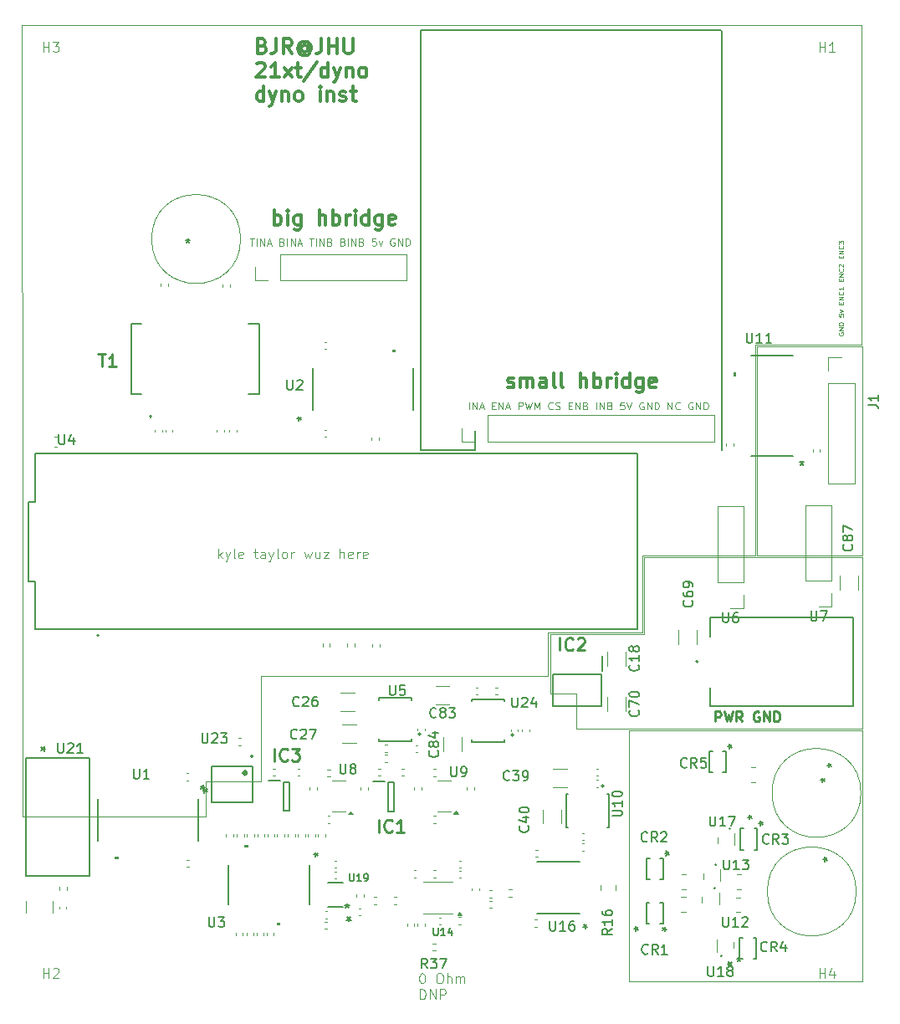
<source format=gbr>
%TF.GenerationSoftware,KiCad,Pcbnew,8.0.7*%
%TF.CreationDate,2025-03-19T13:37:51-04:00*%
%TF.ProjectId,dyno_inst_3,64796e6f-5f69-46e7-9374-5f332e6b6963,rev?*%
%TF.SameCoordinates,Original*%
%TF.FileFunction,Legend,Top*%
%TF.FilePolarity,Positive*%
%FSLAX46Y46*%
G04 Gerber Fmt 4.6, Leading zero omitted, Abs format (unit mm)*
G04 Created by KiCad (PCBNEW 8.0.7) date 2025-03-19 13:37:51*
%MOMM*%
%LPD*%
G01*
G04 APERTURE LIST*
%ADD10C,0.100000*%
%ADD11C,0.200000*%
%ADD12C,0.300000*%
%ADD13C,0.125000*%
%ADD14C,0.250000*%
%ADD15C,0.254000*%
%ADD16C,0.150000*%
%ADD17C,0.120000*%
%ADD18C,0.127000*%
%ADD19C,0.152400*%
%ADD20C,0.000000*%
G04 APERTURE END LIST*
D10*
X144900000Y-83375000D02*
X174000000Y-83350000D01*
X176850000Y-88725000D02*
X176850000Y-85125000D01*
D11*
X161123500Y-18042000D02*
X161123500Y-60460000D01*
D10*
X174000000Y-79000000D02*
X183550000Y-79000000D01*
X183550000Y-79000000D02*
X183550000Y-71200000D01*
X205700000Y-49875000D02*
X205675000Y-17500000D01*
X120725000Y-17525000D02*
X120750000Y-71225000D01*
X205775000Y-50000000D02*
X205762500Y-71200000D01*
X205800000Y-88725000D02*
X205800000Y-71325000D01*
D11*
X161123500Y-18045000D02*
X191476500Y-18045000D01*
D10*
X183675000Y-71325000D02*
X205800000Y-71325000D01*
X183550000Y-71200000D02*
X195000000Y-71200000D01*
X195000000Y-71200000D02*
X195000000Y-49875000D01*
X182200000Y-88850000D02*
X205775000Y-88850000D01*
X205775000Y-114275000D01*
X182200000Y-114275000D01*
X182200000Y-88850000D01*
X195137500Y-50000000D02*
X205775000Y-50000000D01*
X205762500Y-71200000D02*
X195125000Y-71200000D01*
X174200000Y-85125000D02*
X174200000Y-79125000D01*
X176850000Y-88725000D02*
X205800000Y-88725000D01*
X176850000Y-85125000D02*
X174200000Y-85125000D01*
X174200000Y-79125000D02*
X183675000Y-79125000D01*
X205675000Y-17500000D02*
X120725000Y-17525000D01*
X120750000Y-71225000D02*
X120750000Y-97575000D01*
X183675000Y-79125000D02*
X183675000Y-71325000D01*
X195000000Y-49875000D02*
X205700000Y-49875000D01*
X139300000Y-97575000D02*
X139300000Y-94000000D01*
D11*
X191570000Y-18091000D02*
X191570000Y-60509000D01*
D10*
X144900000Y-94000000D02*
X144900000Y-83375000D01*
X174000000Y-83350000D02*
X174000000Y-79000000D01*
X120750000Y-97575000D02*
X139300000Y-97575000D01*
X195125000Y-71200000D02*
X195137500Y-50000000D01*
X139300000Y-94000000D02*
X144900000Y-94000000D01*
D11*
X166630000Y-60475000D02*
X161130000Y-60475000D01*
X166630000Y-60470000D02*
X166630000Y-58540000D01*
D10*
X161194360Y-113462475D02*
X161289598Y-113462475D01*
X161289598Y-113462475D02*
X161384836Y-113510094D01*
X161384836Y-113510094D02*
X161432455Y-113557713D01*
X161432455Y-113557713D02*
X161480074Y-113652951D01*
X161480074Y-113652951D02*
X161527693Y-113843427D01*
X161527693Y-113843427D02*
X161527693Y-114081522D01*
X161527693Y-114081522D02*
X161480074Y-114271998D01*
X161480074Y-114271998D02*
X161432455Y-114367236D01*
X161432455Y-114367236D02*
X161384836Y-114414856D01*
X161384836Y-114414856D02*
X161289598Y-114462475D01*
X161289598Y-114462475D02*
X161194360Y-114462475D01*
X161194360Y-114462475D02*
X161099122Y-114414856D01*
X161099122Y-114414856D02*
X161051503Y-114367236D01*
X161051503Y-114367236D02*
X161003884Y-114271998D01*
X161003884Y-114271998D02*
X160956265Y-114081522D01*
X160956265Y-114081522D02*
X160956265Y-113843427D01*
X160956265Y-113843427D02*
X161003884Y-113652951D01*
X161003884Y-113652951D02*
X161051503Y-113557713D01*
X161051503Y-113557713D02*
X161099122Y-113510094D01*
X161099122Y-113510094D02*
X161194360Y-113462475D01*
X162908646Y-113462475D02*
X163099122Y-113462475D01*
X163099122Y-113462475D02*
X163194360Y-113510094D01*
X163194360Y-113510094D02*
X163289598Y-113605332D01*
X163289598Y-113605332D02*
X163337217Y-113795808D01*
X163337217Y-113795808D02*
X163337217Y-114129141D01*
X163337217Y-114129141D02*
X163289598Y-114319617D01*
X163289598Y-114319617D02*
X163194360Y-114414856D01*
X163194360Y-114414856D02*
X163099122Y-114462475D01*
X163099122Y-114462475D02*
X162908646Y-114462475D01*
X162908646Y-114462475D02*
X162813408Y-114414856D01*
X162813408Y-114414856D02*
X162718170Y-114319617D01*
X162718170Y-114319617D02*
X162670551Y-114129141D01*
X162670551Y-114129141D02*
X162670551Y-113795808D01*
X162670551Y-113795808D02*
X162718170Y-113605332D01*
X162718170Y-113605332D02*
X162813408Y-113510094D01*
X162813408Y-113510094D02*
X162908646Y-113462475D01*
X163765789Y-114462475D02*
X163765789Y-113462475D01*
X164194360Y-114462475D02*
X164194360Y-113938665D01*
X164194360Y-113938665D02*
X164146741Y-113843427D01*
X164146741Y-113843427D02*
X164051503Y-113795808D01*
X164051503Y-113795808D02*
X163908646Y-113795808D01*
X163908646Y-113795808D02*
X163813408Y-113843427D01*
X163813408Y-113843427D02*
X163765789Y-113891046D01*
X164670551Y-114462475D02*
X164670551Y-113795808D01*
X164670551Y-113891046D02*
X164718170Y-113843427D01*
X164718170Y-113843427D02*
X164813408Y-113795808D01*
X164813408Y-113795808D02*
X164956265Y-113795808D01*
X164956265Y-113795808D02*
X165051503Y-113843427D01*
X165051503Y-113843427D02*
X165099122Y-113938665D01*
X165099122Y-113938665D02*
X165099122Y-114462475D01*
X165099122Y-113938665D02*
X165146741Y-113843427D01*
X165146741Y-113843427D02*
X165241979Y-113795808D01*
X165241979Y-113795808D02*
X165384836Y-113795808D01*
X165384836Y-113795808D02*
X165480075Y-113843427D01*
X165480075Y-113843427D02*
X165527694Y-113938665D01*
X165527694Y-113938665D02*
X165527694Y-114462475D01*
X161003884Y-116072419D02*
X161003884Y-115072419D01*
X161003884Y-115072419D02*
X161241979Y-115072419D01*
X161241979Y-115072419D02*
X161384836Y-115120038D01*
X161384836Y-115120038D02*
X161480074Y-115215276D01*
X161480074Y-115215276D02*
X161527693Y-115310514D01*
X161527693Y-115310514D02*
X161575312Y-115500990D01*
X161575312Y-115500990D02*
X161575312Y-115643847D01*
X161575312Y-115643847D02*
X161527693Y-115834323D01*
X161527693Y-115834323D02*
X161480074Y-115929561D01*
X161480074Y-115929561D02*
X161384836Y-116024800D01*
X161384836Y-116024800D02*
X161241979Y-116072419D01*
X161241979Y-116072419D02*
X161003884Y-116072419D01*
X162003884Y-116072419D02*
X162003884Y-115072419D01*
X162003884Y-115072419D02*
X162575312Y-116072419D01*
X162575312Y-116072419D02*
X162575312Y-115072419D01*
X163051503Y-116072419D02*
X163051503Y-115072419D01*
X163051503Y-115072419D02*
X163432455Y-115072419D01*
X163432455Y-115072419D02*
X163527693Y-115120038D01*
X163527693Y-115120038D02*
X163575312Y-115167657D01*
X163575312Y-115167657D02*
X163622931Y-115262895D01*
X163622931Y-115262895D02*
X163622931Y-115405752D01*
X163622931Y-115405752D02*
X163575312Y-115500990D01*
X163575312Y-115500990D02*
X163527693Y-115548609D01*
X163527693Y-115548609D02*
X163432455Y-115596228D01*
X163432455Y-115596228D02*
X163051503Y-115596228D01*
D12*
X169883082Y-54119400D02*
X170025939Y-54190828D01*
X170025939Y-54190828D02*
X170311653Y-54190828D01*
X170311653Y-54190828D02*
X170454510Y-54119400D01*
X170454510Y-54119400D02*
X170525939Y-53976542D01*
X170525939Y-53976542D02*
X170525939Y-53905114D01*
X170525939Y-53905114D02*
X170454510Y-53762257D01*
X170454510Y-53762257D02*
X170311653Y-53690828D01*
X170311653Y-53690828D02*
X170097368Y-53690828D01*
X170097368Y-53690828D02*
X169954510Y-53619400D01*
X169954510Y-53619400D02*
X169883082Y-53476542D01*
X169883082Y-53476542D02*
X169883082Y-53405114D01*
X169883082Y-53405114D02*
X169954510Y-53262257D01*
X169954510Y-53262257D02*
X170097368Y-53190828D01*
X170097368Y-53190828D02*
X170311653Y-53190828D01*
X170311653Y-53190828D02*
X170454510Y-53262257D01*
X171168796Y-54190828D02*
X171168796Y-53190828D01*
X171168796Y-53333685D02*
X171240225Y-53262257D01*
X171240225Y-53262257D02*
X171383082Y-53190828D01*
X171383082Y-53190828D02*
X171597368Y-53190828D01*
X171597368Y-53190828D02*
X171740225Y-53262257D01*
X171740225Y-53262257D02*
X171811654Y-53405114D01*
X171811654Y-53405114D02*
X171811654Y-54190828D01*
X171811654Y-53405114D02*
X171883082Y-53262257D01*
X171883082Y-53262257D02*
X172025939Y-53190828D01*
X172025939Y-53190828D02*
X172240225Y-53190828D01*
X172240225Y-53190828D02*
X172383082Y-53262257D01*
X172383082Y-53262257D02*
X172454511Y-53405114D01*
X172454511Y-53405114D02*
X172454511Y-54190828D01*
X173811654Y-54190828D02*
X173811654Y-53405114D01*
X173811654Y-53405114D02*
X173740225Y-53262257D01*
X173740225Y-53262257D02*
X173597368Y-53190828D01*
X173597368Y-53190828D02*
X173311654Y-53190828D01*
X173311654Y-53190828D02*
X173168796Y-53262257D01*
X173811654Y-54119400D02*
X173668796Y-54190828D01*
X173668796Y-54190828D02*
X173311654Y-54190828D01*
X173311654Y-54190828D02*
X173168796Y-54119400D01*
X173168796Y-54119400D02*
X173097368Y-53976542D01*
X173097368Y-53976542D02*
X173097368Y-53833685D01*
X173097368Y-53833685D02*
X173168796Y-53690828D01*
X173168796Y-53690828D02*
X173311654Y-53619400D01*
X173311654Y-53619400D02*
X173668796Y-53619400D01*
X173668796Y-53619400D02*
X173811654Y-53547971D01*
X174740225Y-54190828D02*
X174597368Y-54119400D01*
X174597368Y-54119400D02*
X174525939Y-53976542D01*
X174525939Y-53976542D02*
X174525939Y-52690828D01*
X175525939Y-54190828D02*
X175383082Y-54119400D01*
X175383082Y-54119400D02*
X175311653Y-53976542D01*
X175311653Y-53976542D02*
X175311653Y-52690828D01*
X177240224Y-54190828D02*
X177240224Y-52690828D01*
X177883082Y-54190828D02*
X177883082Y-53405114D01*
X177883082Y-53405114D02*
X177811653Y-53262257D01*
X177811653Y-53262257D02*
X177668796Y-53190828D01*
X177668796Y-53190828D02*
X177454510Y-53190828D01*
X177454510Y-53190828D02*
X177311653Y-53262257D01*
X177311653Y-53262257D02*
X177240224Y-53333685D01*
X178597367Y-54190828D02*
X178597367Y-52690828D01*
X178597367Y-53262257D02*
X178740225Y-53190828D01*
X178740225Y-53190828D02*
X179025939Y-53190828D01*
X179025939Y-53190828D02*
X179168796Y-53262257D01*
X179168796Y-53262257D02*
X179240225Y-53333685D01*
X179240225Y-53333685D02*
X179311653Y-53476542D01*
X179311653Y-53476542D02*
X179311653Y-53905114D01*
X179311653Y-53905114D02*
X179240225Y-54047971D01*
X179240225Y-54047971D02*
X179168796Y-54119400D01*
X179168796Y-54119400D02*
X179025939Y-54190828D01*
X179025939Y-54190828D02*
X178740225Y-54190828D01*
X178740225Y-54190828D02*
X178597367Y-54119400D01*
X179954510Y-54190828D02*
X179954510Y-53190828D01*
X179954510Y-53476542D02*
X180025939Y-53333685D01*
X180025939Y-53333685D02*
X180097368Y-53262257D01*
X180097368Y-53262257D02*
X180240225Y-53190828D01*
X180240225Y-53190828D02*
X180383082Y-53190828D01*
X180883081Y-54190828D02*
X180883081Y-53190828D01*
X180883081Y-52690828D02*
X180811653Y-52762257D01*
X180811653Y-52762257D02*
X180883081Y-52833685D01*
X180883081Y-52833685D02*
X180954510Y-52762257D01*
X180954510Y-52762257D02*
X180883081Y-52690828D01*
X180883081Y-52690828D02*
X180883081Y-52833685D01*
X182240225Y-54190828D02*
X182240225Y-52690828D01*
X182240225Y-54119400D02*
X182097367Y-54190828D01*
X182097367Y-54190828D02*
X181811653Y-54190828D01*
X181811653Y-54190828D02*
X181668796Y-54119400D01*
X181668796Y-54119400D02*
X181597367Y-54047971D01*
X181597367Y-54047971D02*
X181525939Y-53905114D01*
X181525939Y-53905114D02*
X181525939Y-53476542D01*
X181525939Y-53476542D02*
X181597367Y-53333685D01*
X181597367Y-53333685D02*
X181668796Y-53262257D01*
X181668796Y-53262257D02*
X181811653Y-53190828D01*
X181811653Y-53190828D02*
X182097367Y-53190828D01*
X182097367Y-53190828D02*
X182240225Y-53262257D01*
X183597368Y-53190828D02*
X183597368Y-54405114D01*
X183597368Y-54405114D02*
X183525939Y-54547971D01*
X183525939Y-54547971D02*
X183454510Y-54619400D01*
X183454510Y-54619400D02*
X183311653Y-54690828D01*
X183311653Y-54690828D02*
X183097368Y-54690828D01*
X183097368Y-54690828D02*
X182954510Y-54619400D01*
X183597368Y-54119400D02*
X183454510Y-54190828D01*
X183454510Y-54190828D02*
X183168796Y-54190828D01*
X183168796Y-54190828D02*
X183025939Y-54119400D01*
X183025939Y-54119400D02*
X182954510Y-54047971D01*
X182954510Y-54047971D02*
X182883082Y-53905114D01*
X182883082Y-53905114D02*
X182883082Y-53476542D01*
X182883082Y-53476542D02*
X182954510Y-53333685D01*
X182954510Y-53333685D02*
X183025939Y-53262257D01*
X183025939Y-53262257D02*
X183168796Y-53190828D01*
X183168796Y-53190828D02*
X183454510Y-53190828D01*
X183454510Y-53190828D02*
X183597368Y-53262257D01*
X184883082Y-54119400D02*
X184740225Y-54190828D01*
X184740225Y-54190828D02*
X184454511Y-54190828D01*
X184454511Y-54190828D02*
X184311653Y-54119400D01*
X184311653Y-54119400D02*
X184240225Y-53976542D01*
X184240225Y-53976542D02*
X184240225Y-53405114D01*
X184240225Y-53405114D02*
X184311653Y-53262257D01*
X184311653Y-53262257D02*
X184454511Y-53190828D01*
X184454511Y-53190828D02*
X184740225Y-53190828D01*
X184740225Y-53190828D02*
X184883082Y-53262257D01*
X184883082Y-53262257D02*
X184954511Y-53405114D01*
X184954511Y-53405114D02*
X184954511Y-53547971D01*
X184954511Y-53547971D02*
X184240225Y-53690828D01*
D13*
X143783664Y-39091714D02*
X144212236Y-39091714D01*
X143997950Y-39841714D02*
X143997950Y-39091714D01*
X144462236Y-39841714D02*
X144462236Y-39091714D01*
X144819379Y-39841714D02*
X144819379Y-39091714D01*
X144819379Y-39091714D02*
X145247950Y-39841714D01*
X145247950Y-39841714D02*
X145247950Y-39091714D01*
X145569379Y-39627428D02*
X145926522Y-39627428D01*
X145497950Y-39841714D02*
X145747950Y-39091714D01*
X145747950Y-39091714D02*
X145997950Y-39841714D01*
X147069379Y-39448857D02*
X147176522Y-39484571D01*
X147176522Y-39484571D02*
X147212236Y-39520285D01*
X147212236Y-39520285D02*
X147247950Y-39591714D01*
X147247950Y-39591714D02*
X147247950Y-39698857D01*
X147247950Y-39698857D02*
X147212236Y-39770285D01*
X147212236Y-39770285D02*
X147176522Y-39806000D01*
X147176522Y-39806000D02*
X147105093Y-39841714D01*
X147105093Y-39841714D02*
X146819379Y-39841714D01*
X146819379Y-39841714D02*
X146819379Y-39091714D01*
X146819379Y-39091714D02*
X147069379Y-39091714D01*
X147069379Y-39091714D02*
X147140808Y-39127428D01*
X147140808Y-39127428D02*
X147176522Y-39163142D01*
X147176522Y-39163142D02*
X147212236Y-39234571D01*
X147212236Y-39234571D02*
X147212236Y-39306000D01*
X147212236Y-39306000D02*
X147176522Y-39377428D01*
X147176522Y-39377428D02*
X147140808Y-39413142D01*
X147140808Y-39413142D02*
X147069379Y-39448857D01*
X147069379Y-39448857D02*
X146819379Y-39448857D01*
X147569379Y-39841714D02*
X147569379Y-39091714D01*
X147926522Y-39841714D02*
X147926522Y-39091714D01*
X147926522Y-39091714D02*
X148355093Y-39841714D01*
X148355093Y-39841714D02*
X148355093Y-39091714D01*
X148676522Y-39627428D02*
X149033665Y-39627428D01*
X148605093Y-39841714D02*
X148855093Y-39091714D01*
X148855093Y-39091714D02*
X149105093Y-39841714D01*
X149819379Y-39091714D02*
X150247951Y-39091714D01*
X150033665Y-39841714D02*
X150033665Y-39091714D01*
X150497951Y-39841714D02*
X150497951Y-39091714D01*
X150855094Y-39841714D02*
X150855094Y-39091714D01*
X150855094Y-39091714D02*
X151283665Y-39841714D01*
X151283665Y-39841714D02*
X151283665Y-39091714D01*
X151890808Y-39448857D02*
X151997951Y-39484571D01*
X151997951Y-39484571D02*
X152033665Y-39520285D01*
X152033665Y-39520285D02*
X152069379Y-39591714D01*
X152069379Y-39591714D02*
X152069379Y-39698857D01*
X152069379Y-39698857D02*
X152033665Y-39770285D01*
X152033665Y-39770285D02*
X151997951Y-39806000D01*
X151997951Y-39806000D02*
X151926522Y-39841714D01*
X151926522Y-39841714D02*
X151640808Y-39841714D01*
X151640808Y-39841714D02*
X151640808Y-39091714D01*
X151640808Y-39091714D02*
X151890808Y-39091714D01*
X151890808Y-39091714D02*
X151962237Y-39127428D01*
X151962237Y-39127428D02*
X151997951Y-39163142D01*
X151997951Y-39163142D02*
X152033665Y-39234571D01*
X152033665Y-39234571D02*
X152033665Y-39306000D01*
X152033665Y-39306000D02*
X151997951Y-39377428D01*
X151997951Y-39377428D02*
X151962237Y-39413142D01*
X151962237Y-39413142D02*
X151890808Y-39448857D01*
X151890808Y-39448857D02*
X151640808Y-39448857D01*
X153212237Y-39448857D02*
X153319380Y-39484571D01*
X153319380Y-39484571D02*
X153355094Y-39520285D01*
X153355094Y-39520285D02*
X153390808Y-39591714D01*
X153390808Y-39591714D02*
X153390808Y-39698857D01*
X153390808Y-39698857D02*
X153355094Y-39770285D01*
X153355094Y-39770285D02*
X153319380Y-39806000D01*
X153319380Y-39806000D02*
X153247951Y-39841714D01*
X153247951Y-39841714D02*
X152962237Y-39841714D01*
X152962237Y-39841714D02*
X152962237Y-39091714D01*
X152962237Y-39091714D02*
X153212237Y-39091714D01*
X153212237Y-39091714D02*
X153283666Y-39127428D01*
X153283666Y-39127428D02*
X153319380Y-39163142D01*
X153319380Y-39163142D02*
X153355094Y-39234571D01*
X153355094Y-39234571D02*
X153355094Y-39306000D01*
X153355094Y-39306000D02*
X153319380Y-39377428D01*
X153319380Y-39377428D02*
X153283666Y-39413142D01*
X153283666Y-39413142D02*
X153212237Y-39448857D01*
X153212237Y-39448857D02*
X152962237Y-39448857D01*
X153712237Y-39841714D02*
X153712237Y-39091714D01*
X154069380Y-39841714D02*
X154069380Y-39091714D01*
X154069380Y-39091714D02*
X154497951Y-39841714D01*
X154497951Y-39841714D02*
X154497951Y-39091714D01*
X155105094Y-39448857D02*
X155212237Y-39484571D01*
X155212237Y-39484571D02*
X155247951Y-39520285D01*
X155247951Y-39520285D02*
X155283665Y-39591714D01*
X155283665Y-39591714D02*
X155283665Y-39698857D01*
X155283665Y-39698857D02*
X155247951Y-39770285D01*
X155247951Y-39770285D02*
X155212237Y-39806000D01*
X155212237Y-39806000D02*
X155140808Y-39841714D01*
X155140808Y-39841714D02*
X154855094Y-39841714D01*
X154855094Y-39841714D02*
X154855094Y-39091714D01*
X154855094Y-39091714D02*
X155105094Y-39091714D01*
X155105094Y-39091714D02*
X155176523Y-39127428D01*
X155176523Y-39127428D02*
X155212237Y-39163142D01*
X155212237Y-39163142D02*
X155247951Y-39234571D01*
X155247951Y-39234571D02*
X155247951Y-39306000D01*
X155247951Y-39306000D02*
X155212237Y-39377428D01*
X155212237Y-39377428D02*
X155176523Y-39413142D01*
X155176523Y-39413142D02*
X155105094Y-39448857D01*
X155105094Y-39448857D02*
X154855094Y-39448857D01*
X156533666Y-39091714D02*
X156176523Y-39091714D01*
X156176523Y-39091714D02*
X156140809Y-39448857D01*
X156140809Y-39448857D02*
X156176523Y-39413142D01*
X156176523Y-39413142D02*
X156247952Y-39377428D01*
X156247952Y-39377428D02*
X156426523Y-39377428D01*
X156426523Y-39377428D02*
X156497952Y-39413142D01*
X156497952Y-39413142D02*
X156533666Y-39448857D01*
X156533666Y-39448857D02*
X156569380Y-39520285D01*
X156569380Y-39520285D02*
X156569380Y-39698857D01*
X156569380Y-39698857D02*
X156533666Y-39770285D01*
X156533666Y-39770285D02*
X156497952Y-39806000D01*
X156497952Y-39806000D02*
X156426523Y-39841714D01*
X156426523Y-39841714D02*
X156247952Y-39841714D01*
X156247952Y-39841714D02*
X156176523Y-39806000D01*
X156176523Y-39806000D02*
X156140809Y-39770285D01*
X156819380Y-39341714D02*
X156997952Y-39841714D01*
X156997952Y-39841714D02*
X157176523Y-39341714D01*
X158426524Y-39127428D02*
X158355096Y-39091714D01*
X158355096Y-39091714D02*
X158247953Y-39091714D01*
X158247953Y-39091714D02*
X158140810Y-39127428D01*
X158140810Y-39127428D02*
X158069381Y-39198857D01*
X158069381Y-39198857D02*
X158033667Y-39270285D01*
X158033667Y-39270285D02*
X157997953Y-39413142D01*
X157997953Y-39413142D02*
X157997953Y-39520285D01*
X157997953Y-39520285D02*
X158033667Y-39663142D01*
X158033667Y-39663142D02*
X158069381Y-39734571D01*
X158069381Y-39734571D02*
X158140810Y-39806000D01*
X158140810Y-39806000D02*
X158247953Y-39841714D01*
X158247953Y-39841714D02*
X158319381Y-39841714D01*
X158319381Y-39841714D02*
X158426524Y-39806000D01*
X158426524Y-39806000D02*
X158462238Y-39770285D01*
X158462238Y-39770285D02*
X158462238Y-39520285D01*
X158462238Y-39520285D02*
X158319381Y-39520285D01*
X158783667Y-39841714D02*
X158783667Y-39091714D01*
X158783667Y-39091714D02*
X159212238Y-39841714D01*
X159212238Y-39841714D02*
X159212238Y-39091714D01*
X159569381Y-39841714D02*
X159569381Y-39091714D01*
X159569381Y-39091714D02*
X159747952Y-39091714D01*
X159747952Y-39091714D02*
X159855095Y-39127428D01*
X159855095Y-39127428D02*
X159926524Y-39198857D01*
X159926524Y-39198857D02*
X159962238Y-39270285D01*
X159962238Y-39270285D02*
X159997952Y-39413142D01*
X159997952Y-39413142D02*
X159997952Y-39520285D01*
X159997952Y-39520285D02*
X159962238Y-39663142D01*
X159962238Y-39663142D02*
X159926524Y-39734571D01*
X159926524Y-39734571D02*
X159855095Y-39806000D01*
X159855095Y-39806000D02*
X159747952Y-39841714D01*
X159747952Y-39841714D02*
X159569381Y-39841714D01*
D14*
X190902568Y-87964619D02*
X190902568Y-86964619D01*
X190902568Y-86964619D02*
X191283520Y-86964619D01*
X191283520Y-86964619D02*
X191378758Y-87012238D01*
X191378758Y-87012238D02*
X191426377Y-87059857D01*
X191426377Y-87059857D02*
X191473996Y-87155095D01*
X191473996Y-87155095D02*
X191473996Y-87297952D01*
X191473996Y-87297952D02*
X191426377Y-87393190D01*
X191426377Y-87393190D02*
X191378758Y-87440809D01*
X191378758Y-87440809D02*
X191283520Y-87488428D01*
X191283520Y-87488428D02*
X190902568Y-87488428D01*
X191807330Y-86964619D02*
X192045425Y-87964619D01*
X192045425Y-87964619D02*
X192235901Y-87250333D01*
X192235901Y-87250333D02*
X192426377Y-87964619D01*
X192426377Y-87964619D02*
X192664473Y-86964619D01*
X193616853Y-87964619D02*
X193283520Y-87488428D01*
X193045425Y-87964619D02*
X193045425Y-86964619D01*
X193045425Y-86964619D02*
X193426377Y-86964619D01*
X193426377Y-86964619D02*
X193521615Y-87012238D01*
X193521615Y-87012238D02*
X193569234Y-87059857D01*
X193569234Y-87059857D02*
X193616853Y-87155095D01*
X193616853Y-87155095D02*
X193616853Y-87297952D01*
X193616853Y-87297952D02*
X193569234Y-87393190D01*
X193569234Y-87393190D02*
X193521615Y-87440809D01*
X193521615Y-87440809D02*
X193426377Y-87488428D01*
X193426377Y-87488428D02*
X193045425Y-87488428D01*
X195331139Y-87012238D02*
X195235901Y-86964619D01*
X195235901Y-86964619D02*
X195093044Y-86964619D01*
X195093044Y-86964619D02*
X194950187Y-87012238D01*
X194950187Y-87012238D02*
X194854949Y-87107476D01*
X194854949Y-87107476D02*
X194807330Y-87202714D01*
X194807330Y-87202714D02*
X194759711Y-87393190D01*
X194759711Y-87393190D02*
X194759711Y-87536047D01*
X194759711Y-87536047D02*
X194807330Y-87726523D01*
X194807330Y-87726523D02*
X194854949Y-87821761D01*
X194854949Y-87821761D02*
X194950187Y-87917000D01*
X194950187Y-87917000D02*
X195093044Y-87964619D01*
X195093044Y-87964619D02*
X195188282Y-87964619D01*
X195188282Y-87964619D02*
X195331139Y-87917000D01*
X195331139Y-87917000D02*
X195378758Y-87869380D01*
X195378758Y-87869380D02*
X195378758Y-87536047D01*
X195378758Y-87536047D02*
X195188282Y-87536047D01*
X195807330Y-87964619D02*
X195807330Y-86964619D01*
X195807330Y-86964619D02*
X196378758Y-87964619D01*
X196378758Y-87964619D02*
X196378758Y-86964619D01*
X196854949Y-87964619D02*
X196854949Y-86964619D01*
X196854949Y-86964619D02*
X197093044Y-86964619D01*
X197093044Y-86964619D02*
X197235901Y-87012238D01*
X197235901Y-87012238D02*
X197331139Y-87107476D01*
X197331139Y-87107476D02*
X197378758Y-87202714D01*
X197378758Y-87202714D02*
X197426377Y-87393190D01*
X197426377Y-87393190D02*
X197426377Y-87536047D01*
X197426377Y-87536047D02*
X197378758Y-87726523D01*
X197378758Y-87726523D02*
X197331139Y-87821761D01*
X197331139Y-87821761D02*
X197235901Y-87917000D01*
X197235901Y-87917000D02*
X197093044Y-87964619D01*
X197093044Y-87964619D02*
X196854949Y-87964619D01*
D10*
X203407419Y-48623258D02*
X203383609Y-48670877D01*
X203383609Y-48670877D02*
X203383609Y-48742306D01*
X203383609Y-48742306D02*
X203407419Y-48813734D01*
X203407419Y-48813734D02*
X203455038Y-48861353D01*
X203455038Y-48861353D02*
X203502657Y-48885163D01*
X203502657Y-48885163D02*
X203597895Y-48908972D01*
X203597895Y-48908972D02*
X203669323Y-48908972D01*
X203669323Y-48908972D02*
X203764561Y-48885163D01*
X203764561Y-48885163D02*
X203812180Y-48861353D01*
X203812180Y-48861353D02*
X203859800Y-48813734D01*
X203859800Y-48813734D02*
X203883609Y-48742306D01*
X203883609Y-48742306D02*
X203883609Y-48694687D01*
X203883609Y-48694687D02*
X203859800Y-48623258D01*
X203859800Y-48623258D02*
X203835990Y-48599449D01*
X203835990Y-48599449D02*
X203669323Y-48599449D01*
X203669323Y-48599449D02*
X203669323Y-48694687D01*
X203883609Y-48385163D02*
X203383609Y-48385163D01*
X203383609Y-48385163D02*
X203883609Y-48099449D01*
X203883609Y-48099449D02*
X203383609Y-48099449D01*
X203883609Y-47861353D02*
X203383609Y-47861353D01*
X203383609Y-47861353D02*
X203383609Y-47742305D01*
X203383609Y-47742305D02*
X203407419Y-47670877D01*
X203407419Y-47670877D02*
X203455038Y-47623258D01*
X203455038Y-47623258D02*
X203502657Y-47599448D01*
X203502657Y-47599448D02*
X203597895Y-47575639D01*
X203597895Y-47575639D02*
X203669323Y-47575639D01*
X203669323Y-47575639D02*
X203764561Y-47599448D01*
X203764561Y-47599448D02*
X203812180Y-47623258D01*
X203812180Y-47623258D02*
X203859800Y-47670877D01*
X203859800Y-47670877D02*
X203883609Y-47742305D01*
X203883609Y-47742305D02*
X203883609Y-47861353D01*
X203383609Y-46742306D02*
X203383609Y-46980401D01*
X203383609Y-46980401D02*
X203621704Y-47004210D01*
X203621704Y-47004210D02*
X203597895Y-46980401D01*
X203597895Y-46980401D02*
X203574085Y-46932782D01*
X203574085Y-46932782D02*
X203574085Y-46813734D01*
X203574085Y-46813734D02*
X203597895Y-46766115D01*
X203597895Y-46766115D02*
X203621704Y-46742306D01*
X203621704Y-46742306D02*
X203669323Y-46718496D01*
X203669323Y-46718496D02*
X203788371Y-46718496D01*
X203788371Y-46718496D02*
X203835990Y-46742306D01*
X203835990Y-46742306D02*
X203859800Y-46766115D01*
X203859800Y-46766115D02*
X203883609Y-46813734D01*
X203883609Y-46813734D02*
X203883609Y-46932782D01*
X203883609Y-46932782D02*
X203859800Y-46980401D01*
X203859800Y-46980401D02*
X203835990Y-47004210D01*
X203550276Y-46551830D02*
X203883609Y-46432782D01*
X203883609Y-46432782D02*
X203550276Y-46313735D01*
X203621704Y-45742307D02*
X203621704Y-45575640D01*
X203883609Y-45504212D02*
X203883609Y-45742307D01*
X203883609Y-45742307D02*
X203383609Y-45742307D01*
X203383609Y-45742307D02*
X203383609Y-45504212D01*
X203883609Y-45289926D02*
X203383609Y-45289926D01*
X203383609Y-45289926D02*
X203883609Y-45004212D01*
X203883609Y-45004212D02*
X203383609Y-45004212D01*
X203835990Y-44480402D02*
X203859800Y-44504211D01*
X203859800Y-44504211D02*
X203883609Y-44575640D01*
X203883609Y-44575640D02*
X203883609Y-44623259D01*
X203883609Y-44623259D02*
X203859800Y-44694687D01*
X203859800Y-44694687D02*
X203812180Y-44742306D01*
X203812180Y-44742306D02*
X203764561Y-44766116D01*
X203764561Y-44766116D02*
X203669323Y-44789925D01*
X203669323Y-44789925D02*
X203597895Y-44789925D01*
X203597895Y-44789925D02*
X203502657Y-44766116D01*
X203502657Y-44766116D02*
X203455038Y-44742306D01*
X203455038Y-44742306D02*
X203407419Y-44694687D01*
X203407419Y-44694687D02*
X203383609Y-44623259D01*
X203383609Y-44623259D02*
X203383609Y-44575640D01*
X203383609Y-44575640D02*
X203407419Y-44504211D01*
X203407419Y-44504211D02*
X203431228Y-44480402D01*
X203883609Y-44004211D02*
X203883609Y-44289925D01*
X203883609Y-44147068D02*
X203383609Y-44147068D01*
X203383609Y-44147068D02*
X203455038Y-44194687D01*
X203455038Y-44194687D02*
X203502657Y-44242306D01*
X203502657Y-44242306D02*
X203526466Y-44289925D01*
X203621704Y-43408974D02*
X203621704Y-43242307D01*
X203883609Y-43170879D02*
X203883609Y-43408974D01*
X203883609Y-43408974D02*
X203383609Y-43408974D01*
X203383609Y-43408974D02*
X203383609Y-43170879D01*
X203883609Y-42956593D02*
X203383609Y-42956593D01*
X203383609Y-42956593D02*
X203883609Y-42670879D01*
X203883609Y-42670879D02*
X203383609Y-42670879D01*
X203835990Y-42147069D02*
X203859800Y-42170878D01*
X203859800Y-42170878D02*
X203883609Y-42242307D01*
X203883609Y-42242307D02*
X203883609Y-42289926D01*
X203883609Y-42289926D02*
X203859800Y-42361354D01*
X203859800Y-42361354D02*
X203812180Y-42408973D01*
X203812180Y-42408973D02*
X203764561Y-42432783D01*
X203764561Y-42432783D02*
X203669323Y-42456592D01*
X203669323Y-42456592D02*
X203597895Y-42456592D01*
X203597895Y-42456592D02*
X203502657Y-42432783D01*
X203502657Y-42432783D02*
X203455038Y-42408973D01*
X203455038Y-42408973D02*
X203407419Y-42361354D01*
X203407419Y-42361354D02*
X203383609Y-42289926D01*
X203383609Y-42289926D02*
X203383609Y-42242307D01*
X203383609Y-42242307D02*
X203407419Y-42170878D01*
X203407419Y-42170878D02*
X203431228Y-42147069D01*
X203431228Y-41956592D02*
X203407419Y-41932783D01*
X203407419Y-41932783D02*
X203383609Y-41885164D01*
X203383609Y-41885164D02*
X203383609Y-41766116D01*
X203383609Y-41766116D02*
X203407419Y-41718497D01*
X203407419Y-41718497D02*
X203431228Y-41694688D01*
X203431228Y-41694688D02*
X203478847Y-41670878D01*
X203478847Y-41670878D02*
X203526466Y-41670878D01*
X203526466Y-41670878D02*
X203597895Y-41694688D01*
X203597895Y-41694688D02*
X203883609Y-41980402D01*
X203883609Y-41980402D02*
X203883609Y-41670878D01*
X203621704Y-41075641D02*
X203621704Y-40908974D01*
X203883609Y-40837546D02*
X203883609Y-41075641D01*
X203883609Y-41075641D02*
X203383609Y-41075641D01*
X203383609Y-41075641D02*
X203383609Y-40837546D01*
X203883609Y-40623260D02*
X203383609Y-40623260D01*
X203383609Y-40623260D02*
X203883609Y-40337546D01*
X203883609Y-40337546D02*
X203383609Y-40337546D01*
X203835990Y-39813736D02*
X203859800Y-39837545D01*
X203859800Y-39837545D02*
X203883609Y-39908974D01*
X203883609Y-39908974D02*
X203883609Y-39956593D01*
X203883609Y-39956593D02*
X203859800Y-40028021D01*
X203859800Y-40028021D02*
X203812180Y-40075640D01*
X203812180Y-40075640D02*
X203764561Y-40099450D01*
X203764561Y-40099450D02*
X203669323Y-40123259D01*
X203669323Y-40123259D02*
X203597895Y-40123259D01*
X203597895Y-40123259D02*
X203502657Y-40099450D01*
X203502657Y-40099450D02*
X203455038Y-40075640D01*
X203455038Y-40075640D02*
X203407419Y-40028021D01*
X203407419Y-40028021D02*
X203383609Y-39956593D01*
X203383609Y-39956593D02*
X203383609Y-39908974D01*
X203383609Y-39908974D02*
X203407419Y-39837545D01*
X203407419Y-39837545D02*
X203431228Y-39813736D01*
X203383609Y-39647069D02*
X203383609Y-39337545D01*
X203383609Y-39337545D02*
X203574085Y-39504212D01*
X203574085Y-39504212D02*
X203574085Y-39432783D01*
X203574085Y-39432783D02*
X203597895Y-39385164D01*
X203597895Y-39385164D02*
X203621704Y-39361355D01*
X203621704Y-39361355D02*
X203669323Y-39337545D01*
X203669323Y-39337545D02*
X203788371Y-39337545D01*
X203788371Y-39337545D02*
X203835990Y-39361355D01*
X203835990Y-39361355D02*
X203859800Y-39385164D01*
X203859800Y-39385164D02*
X203883609Y-39432783D01*
X203883609Y-39432783D02*
X203883609Y-39575640D01*
X203883609Y-39575640D02*
X203859800Y-39623259D01*
X203859800Y-39623259D02*
X203835990Y-39647069D01*
D12*
X146261789Y-37708800D02*
X146261789Y-36208800D01*
X146261789Y-36780229D02*
X146404647Y-36708800D01*
X146404647Y-36708800D02*
X146690361Y-36708800D01*
X146690361Y-36708800D02*
X146833218Y-36780229D01*
X146833218Y-36780229D02*
X146904647Y-36851657D01*
X146904647Y-36851657D02*
X146976075Y-36994514D01*
X146976075Y-36994514D02*
X146976075Y-37423086D01*
X146976075Y-37423086D02*
X146904647Y-37565943D01*
X146904647Y-37565943D02*
X146833218Y-37637372D01*
X146833218Y-37637372D02*
X146690361Y-37708800D01*
X146690361Y-37708800D02*
X146404647Y-37708800D01*
X146404647Y-37708800D02*
X146261789Y-37637372D01*
X147618932Y-37708800D02*
X147618932Y-36708800D01*
X147618932Y-36208800D02*
X147547504Y-36280229D01*
X147547504Y-36280229D02*
X147618932Y-36351657D01*
X147618932Y-36351657D02*
X147690361Y-36280229D01*
X147690361Y-36280229D02*
X147618932Y-36208800D01*
X147618932Y-36208800D02*
X147618932Y-36351657D01*
X148976076Y-36708800D02*
X148976076Y-37923086D01*
X148976076Y-37923086D02*
X148904647Y-38065943D01*
X148904647Y-38065943D02*
X148833218Y-38137372D01*
X148833218Y-38137372D02*
X148690361Y-38208800D01*
X148690361Y-38208800D02*
X148476076Y-38208800D01*
X148476076Y-38208800D02*
X148333218Y-38137372D01*
X148976076Y-37637372D02*
X148833218Y-37708800D01*
X148833218Y-37708800D02*
X148547504Y-37708800D01*
X148547504Y-37708800D02*
X148404647Y-37637372D01*
X148404647Y-37637372D02*
X148333218Y-37565943D01*
X148333218Y-37565943D02*
X148261790Y-37423086D01*
X148261790Y-37423086D02*
X148261790Y-36994514D01*
X148261790Y-36994514D02*
X148333218Y-36851657D01*
X148333218Y-36851657D02*
X148404647Y-36780229D01*
X148404647Y-36780229D02*
X148547504Y-36708800D01*
X148547504Y-36708800D02*
X148833218Y-36708800D01*
X148833218Y-36708800D02*
X148976076Y-36780229D01*
X150833218Y-37708800D02*
X150833218Y-36208800D01*
X151476076Y-37708800D02*
X151476076Y-36923086D01*
X151476076Y-36923086D02*
X151404647Y-36780229D01*
X151404647Y-36780229D02*
X151261790Y-36708800D01*
X151261790Y-36708800D02*
X151047504Y-36708800D01*
X151047504Y-36708800D02*
X150904647Y-36780229D01*
X150904647Y-36780229D02*
X150833218Y-36851657D01*
X152190361Y-37708800D02*
X152190361Y-36208800D01*
X152190361Y-36780229D02*
X152333219Y-36708800D01*
X152333219Y-36708800D02*
X152618933Y-36708800D01*
X152618933Y-36708800D02*
X152761790Y-36780229D01*
X152761790Y-36780229D02*
X152833219Y-36851657D01*
X152833219Y-36851657D02*
X152904647Y-36994514D01*
X152904647Y-36994514D02*
X152904647Y-37423086D01*
X152904647Y-37423086D02*
X152833219Y-37565943D01*
X152833219Y-37565943D02*
X152761790Y-37637372D01*
X152761790Y-37637372D02*
X152618933Y-37708800D01*
X152618933Y-37708800D02*
X152333219Y-37708800D01*
X152333219Y-37708800D02*
X152190361Y-37637372D01*
X153547504Y-37708800D02*
X153547504Y-36708800D01*
X153547504Y-36994514D02*
X153618933Y-36851657D01*
X153618933Y-36851657D02*
X153690362Y-36780229D01*
X153690362Y-36780229D02*
X153833219Y-36708800D01*
X153833219Y-36708800D02*
X153976076Y-36708800D01*
X154476075Y-37708800D02*
X154476075Y-36708800D01*
X154476075Y-36208800D02*
X154404647Y-36280229D01*
X154404647Y-36280229D02*
X154476075Y-36351657D01*
X154476075Y-36351657D02*
X154547504Y-36280229D01*
X154547504Y-36280229D02*
X154476075Y-36208800D01*
X154476075Y-36208800D02*
X154476075Y-36351657D01*
X155833219Y-37708800D02*
X155833219Y-36208800D01*
X155833219Y-37637372D02*
X155690361Y-37708800D01*
X155690361Y-37708800D02*
X155404647Y-37708800D01*
X155404647Y-37708800D02*
X155261790Y-37637372D01*
X155261790Y-37637372D02*
X155190361Y-37565943D01*
X155190361Y-37565943D02*
X155118933Y-37423086D01*
X155118933Y-37423086D02*
X155118933Y-36994514D01*
X155118933Y-36994514D02*
X155190361Y-36851657D01*
X155190361Y-36851657D02*
X155261790Y-36780229D01*
X155261790Y-36780229D02*
X155404647Y-36708800D01*
X155404647Y-36708800D02*
X155690361Y-36708800D01*
X155690361Y-36708800D02*
X155833219Y-36780229D01*
X157190362Y-36708800D02*
X157190362Y-37923086D01*
X157190362Y-37923086D02*
X157118933Y-38065943D01*
X157118933Y-38065943D02*
X157047504Y-38137372D01*
X157047504Y-38137372D02*
X156904647Y-38208800D01*
X156904647Y-38208800D02*
X156690362Y-38208800D01*
X156690362Y-38208800D02*
X156547504Y-38137372D01*
X157190362Y-37637372D02*
X157047504Y-37708800D01*
X157047504Y-37708800D02*
X156761790Y-37708800D01*
X156761790Y-37708800D02*
X156618933Y-37637372D01*
X156618933Y-37637372D02*
X156547504Y-37565943D01*
X156547504Y-37565943D02*
X156476076Y-37423086D01*
X156476076Y-37423086D02*
X156476076Y-36994514D01*
X156476076Y-36994514D02*
X156547504Y-36851657D01*
X156547504Y-36851657D02*
X156618933Y-36780229D01*
X156618933Y-36780229D02*
X156761790Y-36708800D01*
X156761790Y-36708800D02*
X157047504Y-36708800D01*
X157047504Y-36708800D02*
X157190362Y-36780229D01*
X158476076Y-37637372D02*
X158333219Y-37708800D01*
X158333219Y-37708800D02*
X158047505Y-37708800D01*
X158047505Y-37708800D02*
X157904647Y-37637372D01*
X157904647Y-37637372D02*
X157833219Y-37494514D01*
X157833219Y-37494514D02*
X157833219Y-36923086D01*
X157833219Y-36923086D02*
X157904647Y-36780229D01*
X157904647Y-36780229D02*
X158047505Y-36708800D01*
X158047505Y-36708800D02*
X158333219Y-36708800D01*
X158333219Y-36708800D02*
X158476076Y-36780229D01*
X158476076Y-36780229D02*
X158547505Y-36923086D01*
X158547505Y-36923086D02*
X158547505Y-37065943D01*
X158547505Y-37065943D02*
X157833219Y-37208800D01*
D13*
X140620331Y-71471119D02*
X140620331Y-70471119D01*
X140715569Y-71090166D02*
X141001283Y-71471119D01*
X141001283Y-70804452D02*
X140620331Y-71185404D01*
X141334617Y-70804452D02*
X141572712Y-71471119D01*
X141810807Y-70804452D02*
X141572712Y-71471119D01*
X141572712Y-71471119D02*
X141477474Y-71709214D01*
X141477474Y-71709214D02*
X141429855Y-71756833D01*
X141429855Y-71756833D02*
X141334617Y-71804452D01*
X142334617Y-71471119D02*
X142239379Y-71423500D01*
X142239379Y-71423500D02*
X142191760Y-71328261D01*
X142191760Y-71328261D02*
X142191760Y-70471119D01*
X143096522Y-71423500D02*
X143001284Y-71471119D01*
X143001284Y-71471119D02*
X142810808Y-71471119D01*
X142810808Y-71471119D02*
X142715570Y-71423500D01*
X142715570Y-71423500D02*
X142667951Y-71328261D01*
X142667951Y-71328261D02*
X142667951Y-70947309D01*
X142667951Y-70947309D02*
X142715570Y-70852071D01*
X142715570Y-70852071D02*
X142810808Y-70804452D01*
X142810808Y-70804452D02*
X143001284Y-70804452D01*
X143001284Y-70804452D02*
X143096522Y-70852071D01*
X143096522Y-70852071D02*
X143144141Y-70947309D01*
X143144141Y-70947309D02*
X143144141Y-71042547D01*
X143144141Y-71042547D02*
X142667951Y-71137785D01*
X144191761Y-70804452D02*
X144572713Y-70804452D01*
X144334618Y-70471119D02*
X144334618Y-71328261D01*
X144334618Y-71328261D02*
X144382237Y-71423500D01*
X144382237Y-71423500D02*
X144477475Y-71471119D01*
X144477475Y-71471119D02*
X144572713Y-71471119D01*
X145334618Y-71471119D02*
X145334618Y-70947309D01*
X145334618Y-70947309D02*
X145286999Y-70852071D01*
X145286999Y-70852071D02*
X145191761Y-70804452D01*
X145191761Y-70804452D02*
X145001285Y-70804452D01*
X145001285Y-70804452D02*
X144906047Y-70852071D01*
X145334618Y-71423500D02*
X145239380Y-71471119D01*
X145239380Y-71471119D02*
X145001285Y-71471119D01*
X145001285Y-71471119D02*
X144906047Y-71423500D01*
X144906047Y-71423500D02*
X144858428Y-71328261D01*
X144858428Y-71328261D02*
X144858428Y-71233023D01*
X144858428Y-71233023D02*
X144906047Y-71137785D01*
X144906047Y-71137785D02*
X145001285Y-71090166D01*
X145001285Y-71090166D02*
X145239380Y-71090166D01*
X145239380Y-71090166D02*
X145334618Y-71042547D01*
X145715571Y-70804452D02*
X145953666Y-71471119D01*
X146191761Y-70804452D02*
X145953666Y-71471119D01*
X145953666Y-71471119D02*
X145858428Y-71709214D01*
X145858428Y-71709214D02*
X145810809Y-71756833D01*
X145810809Y-71756833D02*
X145715571Y-71804452D01*
X146715571Y-71471119D02*
X146620333Y-71423500D01*
X146620333Y-71423500D02*
X146572714Y-71328261D01*
X146572714Y-71328261D02*
X146572714Y-70471119D01*
X147239381Y-71471119D02*
X147144143Y-71423500D01*
X147144143Y-71423500D02*
X147096524Y-71375880D01*
X147096524Y-71375880D02*
X147048905Y-71280642D01*
X147048905Y-71280642D02*
X147048905Y-70994928D01*
X147048905Y-70994928D02*
X147096524Y-70899690D01*
X147096524Y-70899690D02*
X147144143Y-70852071D01*
X147144143Y-70852071D02*
X147239381Y-70804452D01*
X147239381Y-70804452D02*
X147382238Y-70804452D01*
X147382238Y-70804452D02*
X147477476Y-70852071D01*
X147477476Y-70852071D02*
X147525095Y-70899690D01*
X147525095Y-70899690D02*
X147572714Y-70994928D01*
X147572714Y-70994928D02*
X147572714Y-71280642D01*
X147572714Y-71280642D02*
X147525095Y-71375880D01*
X147525095Y-71375880D02*
X147477476Y-71423500D01*
X147477476Y-71423500D02*
X147382238Y-71471119D01*
X147382238Y-71471119D02*
X147239381Y-71471119D01*
X148001286Y-71471119D02*
X148001286Y-70804452D01*
X148001286Y-70994928D02*
X148048905Y-70899690D01*
X148048905Y-70899690D02*
X148096524Y-70852071D01*
X148096524Y-70852071D02*
X148191762Y-70804452D01*
X148191762Y-70804452D02*
X148287000Y-70804452D01*
X149287001Y-70804452D02*
X149477477Y-71471119D01*
X149477477Y-71471119D02*
X149667953Y-70994928D01*
X149667953Y-70994928D02*
X149858429Y-71471119D01*
X149858429Y-71471119D02*
X150048905Y-70804452D01*
X150858429Y-70804452D02*
X150858429Y-71471119D01*
X150429858Y-70804452D02*
X150429858Y-71328261D01*
X150429858Y-71328261D02*
X150477477Y-71423500D01*
X150477477Y-71423500D02*
X150572715Y-71471119D01*
X150572715Y-71471119D02*
X150715572Y-71471119D01*
X150715572Y-71471119D02*
X150810810Y-71423500D01*
X150810810Y-71423500D02*
X150858429Y-71375880D01*
X151239382Y-70804452D02*
X151763191Y-70804452D01*
X151763191Y-70804452D02*
X151239382Y-71471119D01*
X151239382Y-71471119D02*
X151763191Y-71471119D01*
X152906049Y-71471119D02*
X152906049Y-70471119D01*
X153334620Y-71471119D02*
X153334620Y-70947309D01*
X153334620Y-70947309D02*
X153287001Y-70852071D01*
X153287001Y-70852071D02*
X153191763Y-70804452D01*
X153191763Y-70804452D02*
X153048906Y-70804452D01*
X153048906Y-70804452D02*
X152953668Y-70852071D01*
X152953668Y-70852071D02*
X152906049Y-70899690D01*
X154191763Y-71423500D02*
X154096525Y-71471119D01*
X154096525Y-71471119D02*
X153906049Y-71471119D01*
X153906049Y-71471119D02*
X153810811Y-71423500D01*
X153810811Y-71423500D02*
X153763192Y-71328261D01*
X153763192Y-71328261D02*
X153763192Y-70947309D01*
X153763192Y-70947309D02*
X153810811Y-70852071D01*
X153810811Y-70852071D02*
X153906049Y-70804452D01*
X153906049Y-70804452D02*
X154096525Y-70804452D01*
X154096525Y-70804452D02*
X154191763Y-70852071D01*
X154191763Y-70852071D02*
X154239382Y-70947309D01*
X154239382Y-70947309D02*
X154239382Y-71042547D01*
X154239382Y-71042547D02*
X153763192Y-71137785D01*
X154667954Y-71471119D02*
X154667954Y-70804452D01*
X154667954Y-70994928D02*
X154715573Y-70899690D01*
X154715573Y-70899690D02*
X154763192Y-70852071D01*
X154763192Y-70852071D02*
X154858430Y-70804452D01*
X154858430Y-70804452D02*
X154953668Y-70804452D01*
X155667954Y-71423500D02*
X155572716Y-71471119D01*
X155572716Y-71471119D02*
X155382240Y-71471119D01*
X155382240Y-71471119D02*
X155287002Y-71423500D01*
X155287002Y-71423500D02*
X155239383Y-71328261D01*
X155239383Y-71328261D02*
X155239383Y-70947309D01*
X155239383Y-70947309D02*
X155287002Y-70852071D01*
X155287002Y-70852071D02*
X155382240Y-70804452D01*
X155382240Y-70804452D02*
X155572716Y-70804452D01*
X155572716Y-70804452D02*
X155667954Y-70852071D01*
X155667954Y-70852071D02*
X155715573Y-70947309D01*
X155715573Y-70947309D02*
X155715573Y-71042547D01*
X155715573Y-71042547D02*
X155239383Y-71137785D01*
X165960807Y-56391714D02*
X165960807Y-55641714D01*
X166317950Y-56391714D02*
X166317950Y-55641714D01*
X166317950Y-55641714D02*
X166746521Y-56391714D01*
X166746521Y-56391714D02*
X166746521Y-55641714D01*
X167067950Y-56177428D02*
X167425093Y-56177428D01*
X166996521Y-56391714D02*
X167246521Y-55641714D01*
X167246521Y-55641714D02*
X167496521Y-56391714D01*
X168317950Y-55998857D02*
X168567950Y-55998857D01*
X168675093Y-56391714D02*
X168317950Y-56391714D01*
X168317950Y-56391714D02*
X168317950Y-55641714D01*
X168317950Y-55641714D02*
X168675093Y-55641714D01*
X168996521Y-56391714D02*
X168996521Y-55641714D01*
X168996521Y-55641714D02*
X169425092Y-56391714D01*
X169425092Y-56391714D02*
X169425092Y-55641714D01*
X169746521Y-56177428D02*
X170103664Y-56177428D01*
X169675092Y-56391714D02*
X169925092Y-55641714D01*
X169925092Y-55641714D02*
X170175092Y-56391714D01*
X170996521Y-56391714D02*
X170996521Y-55641714D01*
X170996521Y-55641714D02*
X171282235Y-55641714D01*
X171282235Y-55641714D02*
X171353664Y-55677428D01*
X171353664Y-55677428D02*
X171389378Y-55713142D01*
X171389378Y-55713142D02*
X171425092Y-55784571D01*
X171425092Y-55784571D02*
X171425092Y-55891714D01*
X171425092Y-55891714D02*
X171389378Y-55963142D01*
X171389378Y-55963142D02*
X171353664Y-55998857D01*
X171353664Y-55998857D02*
X171282235Y-56034571D01*
X171282235Y-56034571D02*
X170996521Y-56034571D01*
X171675092Y-55641714D02*
X171853664Y-56391714D01*
X171853664Y-56391714D02*
X171996521Y-55856000D01*
X171996521Y-55856000D02*
X172139378Y-56391714D01*
X172139378Y-56391714D02*
X172317950Y-55641714D01*
X172603664Y-56391714D02*
X172603664Y-55641714D01*
X172603664Y-55641714D02*
X172853664Y-56177428D01*
X172853664Y-56177428D02*
X173103664Y-55641714D01*
X173103664Y-55641714D02*
X173103664Y-56391714D01*
X174460807Y-56320285D02*
X174425093Y-56356000D01*
X174425093Y-56356000D02*
X174317950Y-56391714D01*
X174317950Y-56391714D02*
X174246522Y-56391714D01*
X174246522Y-56391714D02*
X174139379Y-56356000D01*
X174139379Y-56356000D02*
X174067950Y-56284571D01*
X174067950Y-56284571D02*
X174032236Y-56213142D01*
X174032236Y-56213142D02*
X173996522Y-56070285D01*
X173996522Y-56070285D02*
X173996522Y-55963142D01*
X173996522Y-55963142D02*
X174032236Y-55820285D01*
X174032236Y-55820285D02*
X174067950Y-55748857D01*
X174067950Y-55748857D02*
X174139379Y-55677428D01*
X174139379Y-55677428D02*
X174246522Y-55641714D01*
X174246522Y-55641714D02*
X174317950Y-55641714D01*
X174317950Y-55641714D02*
X174425093Y-55677428D01*
X174425093Y-55677428D02*
X174460807Y-55713142D01*
X174746522Y-56356000D02*
X174853665Y-56391714D01*
X174853665Y-56391714D02*
X175032236Y-56391714D01*
X175032236Y-56391714D02*
X175103665Y-56356000D01*
X175103665Y-56356000D02*
X175139379Y-56320285D01*
X175139379Y-56320285D02*
X175175093Y-56248857D01*
X175175093Y-56248857D02*
X175175093Y-56177428D01*
X175175093Y-56177428D02*
X175139379Y-56106000D01*
X175139379Y-56106000D02*
X175103665Y-56070285D01*
X175103665Y-56070285D02*
X175032236Y-56034571D01*
X175032236Y-56034571D02*
X174889379Y-55998857D01*
X174889379Y-55998857D02*
X174817950Y-55963142D01*
X174817950Y-55963142D02*
X174782236Y-55927428D01*
X174782236Y-55927428D02*
X174746522Y-55856000D01*
X174746522Y-55856000D02*
X174746522Y-55784571D01*
X174746522Y-55784571D02*
X174782236Y-55713142D01*
X174782236Y-55713142D02*
X174817950Y-55677428D01*
X174817950Y-55677428D02*
X174889379Y-55641714D01*
X174889379Y-55641714D02*
X175067950Y-55641714D01*
X175067950Y-55641714D02*
X175175093Y-55677428D01*
X176067951Y-55998857D02*
X176317951Y-55998857D01*
X176425094Y-56391714D02*
X176067951Y-56391714D01*
X176067951Y-56391714D02*
X176067951Y-55641714D01*
X176067951Y-55641714D02*
X176425094Y-55641714D01*
X176746522Y-56391714D02*
X176746522Y-55641714D01*
X176746522Y-55641714D02*
X177175093Y-56391714D01*
X177175093Y-56391714D02*
X177175093Y-55641714D01*
X177782236Y-55998857D02*
X177889379Y-56034571D01*
X177889379Y-56034571D02*
X177925093Y-56070285D01*
X177925093Y-56070285D02*
X177960807Y-56141714D01*
X177960807Y-56141714D02*
X177960807Y-56248857D01*
X177960807Y-56248857D02*
X177925093Y-56320285D01*
X177925093Y-56320285D02*
X177889379Y-56356000D01*
X177889379Y-56356000D02*
X177817950Y-56391714D01*
X177817950Y-56391714D02*
X177532236Y-56391714D01*
X177532236Y-56391714D02*
X177532236Y-55641714D01*
X177532236Y-55641714D02*
X177782236Y-55641714D01*
X177782236Y-55641714D02*
X177853665Y-55677428D01*
X177853665Y-55677428D02*
X177889379Y-55713142D01*
X177889379Y-55713142D02*
X177925093Y-55784571D01*
X177925093Y-55784571D02*
X177925093Y-55856000D01*
X177925093Y-55856000D02*
X177889379Y-55927428D01*
X177889379Y-55927428D02*
X177853665Y-55963142D01*
X177853665Y-55963142D02*
X177782236Y-55998857D01*
X177782236Y-55998857D02*
X177532236Y-55998857D01*
X178853665Y-56391714D02*
X178853665Y-55641714D01*
X179210808Y-56391714D02*
X179210808Y-55641714D01*
X179210808Y-55641714D02*
X179639379Y-56391714D01*
X179639379Y-56391714D02*
X179639379Y-55641714D01*
X180246522Y-55998857D02*
X180353665Y-56034571D01*
X180353665Y-56034571D02*
X180389379Y-56070285D01*
X180389379Y-56070285D02*
X180425093Y-56141714D01*
X180425093Y-56141714D02*
X180425093Y-56248857D01*
X180425093Y-56248857D02*
X180389379Y-56320285D01*
X180389379Y-56320285D02*
X180353665Y-56356000D01*
X180353665Y-56356000D02*
X180282236Y-56391714D01*
X180282236Y-56391714D02*
X179996522Y-56391714D01*
X179996522Y-56391714D02*
X179996522Y-55641714D01*
X179996522Y-55641714D02*
X180246522Y-55641714D01*
X180246522Y-55641714D02*
X180317951Y-55677428D01*
X180317951Y-55677428D02*
X180353665Y-55713142D01*
X180353665Y-55713142D02*
X180389379Y-55784571D01*
X180389379Y-55784571D02*
X180389379Y-55856000D01*
X180389379Y-55856000D02*
X180353665Y-55927428D01*
X180353665Y-55927428D02*
X180317951Y-55963142D01*
X180317951Y-55963142D02*
X180246522Y-55998857D01*
X180246522Y-55998857D02*
X179996522Y-55998857D01*
X181675094Y-55641714D02*
X181317951Y-55641714D01*
X181317951Y-55641714D02*
X181282237Y-55998857D01*
X181282237Y-55998857D02*
X181317951Y-55963142D01*
X181317951Y-55963142D02*
X181389380Y-55927428D01*
X181389380Y-55927428D02*
X181567951Y-55927428D01*
X181567951Y-55927428D02*
X181639380Y-55963142D01*
X181639380Y-55963142D02*
X181675094Y-55998857D01*
X181675094Y-55998857D02*
X181710808Y-56070285D01*
X181710808Y-56070285D02*
X181710808Y-56248857D01*
X181710808Y-56248857D02*
X181675094Y-56320285D01*
X181675094Y-56320285D02*
X181639380Y-56356000D01*
X181639380Y-56356000D02*
X181567951Y-56391714D01*
X181567951Y-56391714D02*
X181389380Y-56391714D01*
X181389380Y-56391714D02*
X181317951Y-56356000D01*
X181317951Y-56356000D02*
X181282237Y-56320285D01*
X181925094Y-55641714D02*
X182175094Y-56391714D01*
X182175094Y-56391714D02*
X182425094Y-55641714D01*
X183639380Y-55677428D02*
X183567952Y-55641714D01*
X183567952Y-55641714D02*
X183460809Y-55641714D01*
X183460809Y-55641714D02*
X183353666Y-55677428D01*
X183353666Y-55677428D02*
X183282237Y-55748857D01*
X183282237Y-55748857D02*
X183246523Y-55820285D01*
X183246523Y-55820285D02*
X183210809Y-55963142D01*
X183210809Y-55963142D02*
X183210809Y-56070285D01*
X183210809Y-56070285D02*
X183246523Y-56213142D01*
X183246523Y-56213142D02*
X183282237Y-56284571D01*
X183282237Y-56284571D02*
X183353666Y-56356000D01*
X183353666Y-56356000D02*
X183460809Y-56391714D01*
X183460809Y-56391714D02*
X183532237Y-56391714D01*
X183532237Y-56391714D02*
X183639380Y-56356000D01*
X183639380Y-56356000D02*
X183675094Y-56320285D01*
X183675094Y-56320285D02*
X183675094Y-56070285D01*
X183675094Y-56070285D02*
X183532237Y-56070285D01*
X183996523Y-56391714D02*
X183996523Y-55641714D01*
X183996523Y-55641714D02*
X184425094Y-56391714D01*
X184425094Y-56391714D02*
X184425094Y-55641714D01*
X184782237Y-56391714D02*
X184782237Y-55641714D01*
X184782237Y-55641714D02*
X184960808Y-55641714D01*
X184960808Y-55641714D02*
X185067951Y-55677428D01*
X185067951Y-55677428D02*
X185139380Y-55748857D01*
X185139380Y-55748857D02*
X185175094Y-55820285D01*
X185175094Y-55820285D02*
X185210808Y-55963142D01*
X185210808Y-55963142D02*
X185210808Y-56070285D01*
X185210808Y-56070285D02*
X185175094Y-56213142D01*
X185175094Y-56213142D02*
X185139380Y-56284571D01*
X185139380Y-56284571D02*
X185067951Y-56356000D01*
X185067951Y-56356000D02*
X184960808Y-56391714D01*
X184960808Y-56391714D02*
X184782237Y-56391714D01*
X186103666Y-56391714D02*
X186103666Y-55641714D01*
X186103666Y-55641714D02*
X186532237Y-56391714D01*
X186532237Y-56391714D02*
X186532237Y-55641714D01*
X187317951Y-56320285D02*
X187282237Y-56356000D01*
X187282237Y-56356000D02*
X187175094Y-56391714D01*
X187175094Y-56391714D02*
X187103666Y-56391714D01*
X187103666Y-56391714D02*
X186996523Y-56356000D01*
X186996523Y-56356000D02*
X186925094Y-56284571D01*
X186925094Y-56284571D02*
X186889380Y-56213142D01*
X186889380Y-56213142D02*
X186853666Y-56070285D01*
X186853666Y-56070285D02*
X186853666Y-55963142D01*
X186853666Y-55963142D02*
X186889380Y-55820285D01*
X186889380Y-55820285D02*
X186925094Y-55748857D01*
X186925094Y-55748857D02*
X186996523Y-55677428D01*
X186996523Y-55677428D02*
X187103666Y-55641714D01*
X187103666Y-55641714D02*
X187175094Y-55641714D01*
X187175094Y-55641714D02*
X187282237Y-55677428D01*
X187282237Y-55677428D02*
X187317951Y-55713142D01*
X188603666Y-55677428D02*
X188532238Y-55641714D01*
X188532238Y-55641714D02*
X188425095Y-55641714D01*
X188425095Y-55641714D02*
X188317952Y-55677428D01*
X188317952Y-55677428D02*
X188246523Y-55748857D01*
X188246523Y-55748857D02*
X188210809Y-55820285D01*
X188210809Y-55820285D02*
X188175095Y-55963142D01*
X188175095Y-55963142D02*
X188175095Y-56070285D01*
X188175095Y-56070285D02*
X188210809Y-56213142D01*
X188210809Y-56213142D02*
X188246523Y-56284571D01*
X188246523Y-56284571D02*
X188317952Y-56356000D01*
X188317952Y-56356000D02*
X188425095Y-56391714D01*
X188425095Y-56391714D02*
X188496523Y-56391714D01*
X188496523Y-56391714D02*
X188603666Y-56356000D01*
X188603666Y-56356000D02*
X188639380Y-56320285D01*
X188639380Y-56320285D02*
X188639380Y-56070285D01*
X188639380Y-56070285D02*
X188496523Y-56070285D01*
X188960809Y-56391714D02*
X188960809Y-55641714D01*
X188960809Y-55641714D02*
X189389380Y-56391714D01*
X189389380Y-56391714D02*
X189389380Y-55641714D01*
X189746523Y-56391714D02*
X189746523Y-55641714D01*
X189746523Y-55641714D02*
X189925094Y-55641714D01*
X189925094Y-55641714D02*
X190032237Y-55677428D01*
X190032237Y-55677428D02*
X190103666Y-55748857D01*
X190103666Y-55748857D02*
X190139380Y-55820285D01*
X190139380Y-55820285D02*
X190175094Y-55963142D01*
X190175094Y-55963142D02*
X190175094Y-56070285D01*
X190175094Y-56070285D02*
X190139380Y-56213142D01*
X190139380Y-56213142D02*
X190103666Y-56284571D01*
X190103666Y-56284571D02*
X190032237Y-56356000D01*
X190032237Y-56356000D02*
X189925094Y-56391714D01*
X189925094Y-56391714D02*
X189746523Y-56391714D01*
D12*
X145054510Y-19585282D02*
X145268796Y-19656710D01*
X145268796Y-19656710D02*
X145340225Y-19728139D01*
X145340225Y-19728139D02*
X145411653Y-19870996D01*
X145411653Y-19870996D02*
X145411653Y-20085282D01*
X145411653Y-20085282D02*
X145340225Y-20228139D01*
X145340225Y-20228139D02*
X145268796Y-20299568D01*
X145268796Y-20299568D02*
X145125939Y-20370996D01*
X145125939Y-20370996D02*
X144554510Y-20370996D01*
X144554510Y-20370996D02*
X144554510Y-18870996D01*
X144554510Y-18870996D02*
X145054510Y-18870996D01*
X145054510Y-18870996D02*
X145197368Y-18942425D01*
X145197368Y-18942425D02*
X145268796Y-19013853D01*
X145268796Y-19013853D02*
X145340225Y-19156710D01*
X145340225Y-19156710D02*
X145340225Y-19299568D01*
X145340225Y-19299568D02*
X145268796Y-19442425D01*
X145268796Y-19442425D02*
X145197368Y-19513853D01*
X145197368Y-19513853D02*
X145054510Y-19585282D01*
X145054510Y-19585282D02*
X144554510Y-19585282D01*
X146483082Y-18870996D02*
X146483082Y-19942425D01*
X146483082Y-19942425D02*
X146411653Y-20156710D01*
X146411653Y-20156710D02*
X146268796Y-20299568D01*
X146268796Y-20299568D02*
X146054510Y-20370996D01*
X146054510Y-20370996D02*
X145911653Y-20370996D01*
X148054510Y-20370996D02*
X147554510Y-19656710D01*
X147197367Y-20370996D02*
X147197367Y-18870996D01*
X147197367Y-18870996D02*
X147768796Y-18870996D01*
X147768796Y-18870996D02*
X147911653Y-18942425D01*
X147911653Y-18942425D02*
X147983082Y-19013853D01*
X147983082Y-19013853D02*
X148054510Y-19156710D01*
X148054510Y-19156710D02*
X148054510Y-19370996D01*
X148054510Y-19370996D02*
X147983082Y-19513853D01*
X147983082Y-19513853D02*
X147911653Y-19585282D01*
X147911653Y-19585282D02*
X147768796Y-19656710D01*
X147768796Y-19656710D02*
X147197367Y-19656710D01*
X149625939Y-19656710D02*
X149554510Y-19585282D01*
X149554510Y-19585282D02*
X149411653Y-19513853D01*
X149411653Y-19513853D02*
X149268796Y-19513853D01*
X149268796Y-19513853D02*
X149125939Y-19585282D01*
X149125939Y-19585282D02*
X149054510Y-19656710D01*
X149054510Y-19656710D02*
X148983082Y-19799568D01*
X148983082Y-19799568D02*
X148983082Y-19942425D01*
X148983082Y-19942425D02*
X149054510Y-20085282D01*
X149054510Y-20085282D02*
X149125939Y-20156710D01*
X149125939Y-20156710D02*
X149268796Y-20228139D01*
X149268796Y-20228139D02*
X149411653Y-20228139D01*
X149411653Y-20228139D02*
X149554510Y-20156710D01*
X149554510Y-20156710D02*
X149625939Y-20085282D01*
X149625939Y-19513853D02*
X149625939Y-20085282D01*
X149625939Y-20085282D02*
X149697367Y-20156710D01*
X149697367Y-20156710D02*
X149768796Y-20156710D01*
X149768796Y-20156710D02*
X149911653Y-20085282D01*
X149911653Y-20085282D02*
X149983082Y-19942425D01*
X149983082Y-19942425D02*
X149983082Y-19585282D01*
X149983082Y-19585282D02*
X149840225Y-19370996D01*
X149840225Y-19370996D02*
X149625939Y-19228139D01*
X149625939Y-19228139D02*
X149340225Y-19156710D01*
X149340225Y-19156710D02*
X149054510Y-19228139D01*
X149054510Y-19228139D02*
X148840225Y-19370996D01*
X148840225Y-19370996D02*
X148697367Y-19585282D01*
X148697367Y-19585282D02*
X148625939Y-19870996D01*
X148625939Y-19870996D02*
X148697367Y-20156710D01*
X148697367Y-20156710D02*
X148840225Y-20370996D01*
X148840225Y-20370996D02*
X149054510Y-20513853D01*
X149054510Y-20513853D02*
X149340225Y-20585282D01*
X149340225Y-20585282D02*
X149625939Y-20513853D01*
X149625939Y-20513853D02*
X149840225Y-20370996D01*
X151054510Y-18870996D02*
X151054510Y-19942425D01*
X151054510Y-19942425D02*
X150983081Y-20156710D01*
X150983081Y-20156710D02*
X150840224Y-20299568D01*
X150840224Y-20299568D02*
X150625938Y-20370996D01*
X150625938Y-20370996D02*
X150483081Y-20370996D01*
X151768795Y-20370996D02*
X151768795Y-18870996D01*
X151768795Y-19585282D02*
X152625938Y-19585282D01*
X152625938Y-20370996D02*
X152625938Y-18870996D01*
X153340224Y-18870996D02*
X153340224Y-20085282D01*
X153340224Y-20085282D02*
X153411653Y-20228139D01*
X153411653Y-20228139D02*
X153483082Y-20299568D01*
X153483082Y-20299568D02*
X153625939Y-20370996D01*
X153625939Y-20370996D02*
X153911653Y-20370996D01*
X153911653Y-20370996D02*
X154054510Y-20299568D01*
X154054510Y-20299568D02*
X154125939Y-20228139D01*
X154125939Y-20228139D02*
X154197367Y-20085282D01*
X154197367Y-20085282D02*
X154197367Y-18870996D01*
X144483082Y-21428769D02*
X144554510Y-21357341D01*
X144554510Y-21357341D02*
X144697368Y-21285912D01*
X144697368Y-21285912D02*
X145054510Y-21285912D01*
X145054510Y-21285912D02*
X145197368Y-21357341D01*
X145197368Y-21357341D02*
X145268796Y-21428769D01*
X145268796Y-21428769D02*
X145340225Y-21571626D01*
X145340225Y-21571626D02*
X145340225Y-21714484D01*
X145340225Y-21714484D02*
X145268796Y-21928769D01*
X145268796Y-21928769D02*
X144411653Y-22785912D01*
X144411653Y-22785912D02*
X145340225Y-22785912D01*
X146768796Y-22785912D02*
X145911653Y-22785912D01*
X146340224Y-22785912D02*
X146340224Y-21285912D01*
X146340224Y-21285912D02*
X146197367Y-21500198D01*
X146197367Y-21500198D02*
X146054510Y-21643055D01*
X146054510Y-21643055D02*
X145911653Y-21714484D01*
X147268795Y-22785912D02*
X148054510Y-21785912D01*
X147268795Y-21785912D02*
X148054510Y-22785912D01*
X148411653Y-21785912D02*
X148983081Y-21785912D01*
X148625938Y-21285912D02*
X148625938Y-22571626D01*
X148625938Y-22571626D02*
X148697367Y-22714484D01*
X148697367Y-22714484D02*
X148840224Y-22785912D01*
X148840224Y-22785912D02*
X148983081Y-22785912D01*
X150554510Y-21214484D02*
X149268796Y-23143055D01*
X151697368Y-22785912D02*
X151697368Y-21285912D01*
X151697368Y-22714484D02*
X151554510Y-22785912D01*
X151554510Y-22785912D02*
X151268796Y-22785912D01*
X151268796Y-22785912D02*
X151125939Y-22714484D01*
X151125939Y-22714484D02*
X151054510Y-22643055D01*
X151054510Y-22643055D02*
X150983082Y-22500198D01*
X150983082Y-22500198D02*
X150983082Y-22071626D01*
X150983082Y-22071626D02*
X151054510Y-21928769D01*
X151054510Y-21928769D02*
X151125939Y-21857341D01*
X151125939Y-21857341D02*
X151268796Y-21785912D01*
X151268796Y-21785912D02*
X151554510Y-21785912D01*
X151554510Y-21785912D02*
X151697368Y-21857341D01*
X152268796Y-21785912D02*
X152625939Y-22785912D01*
X152983082Y-21785912D02*
X152625939Y-22785912D01*
X152625939Y-22785912D02*
X152483082Y-23143055D01*
X152483082Y-23143055D02*
X152411653Y-23214484D01*
X152411653Y-23214484D02*
X152268796Y-23285912D01*
X153554510Y-21785912D02*
X153554510Y-22785912D01*
X153554510Y-21928769D02*
X153625939Y-21857341D01*
X153625939Y-21857341D02*
X153768796Y-21785912D01*
X153768796Y-21785912D02*
X153983082Y-21785912D01*
X153983082Y-21785912D02*
X154125939Y-21857341D01*
X154125939Y-21857341D02*
X154197368Y-22000198D01*
X154197368Y-22000198D02*
X154197368Y-22785912D01*
X155125939Y-22785912D02*
X154983082Y-22714484D01*
X154983082Y-22714484D02*
X154911653Y-22643055D01*
X154911653Y-22643055D02*
X154840225Y-22500198D01*
X154840225Y-22500198D02*
X154840225Y-22071626D01*
X154840225Y-22071626D02*
X154911653Y-21928769D01*
X154911653Y-21928769D02*
X154983082Y-21857341D01*
X154983082Y-21857341D02*
X155125939Y-21785912D01*
X155125939Y-21785912D02*
X155340225Y-21785912D01*
X155340225Y-21785912D02*
X155483082Y-21857341D01*
X155483082Y-21857341D02*
X155554511Y-21928769D01*
X155554511Y-21928769D02*
X155625939Y-22071626D01*
X155625939Y-22071626D02*
X155625939Y-22500198D01*
X155625939Y-22500198D02*
X155554511Y-22643055D01*
X155554511Y-22643055D02*
X155483082Y-22714484D01*
X155483082Y-22714484D02*
X155340225Y-22785912D01*
X155340225Y-22785912D02*
X155125939Y-22785912D01*
X145197368Y-25200828D02*
X145197368Y-23700828D01*
X145197368Y-25129400D02*
X145054510Y-25200828D01*
X145054510Y-25200828D02*
X144768796Y-25200828D01*
X144768796Y-25200828D02*
X144625939Y-25129400D01*
X144625939Y-25129400D02*
X144554510Y-25057971D01*
X144554510Y-25057971D02*
X144483082Y-24915114D01*
X144483082Y-24915114D02*
X144483082Y-24486542D01*
X144483082Y-24486542D02*
X144554510Y-24343685D01*
X144554510Y-24343685D02*
X144625939Y-24272257D01*
X144625939Y-24272257D02*
X144768796Y-24200828D01*
X144768796Y-24200828D02*
X145054510Y-24200828D01*
X145054510Y-24200828D02*
X145197368Y-24272257D01*
X145768796Y-24200828D02*
X146125939Y-25200828D01*
X146483082Y-24200828D02*
X146125939Y-25200828D01*
X146125939Y-25200828D02*
X145983082Y-25557971D01*
X145983082Y-25557971D02*
X145911653Y-25629400D01*
X145911653Y-25629400D02*
X145768796Y-25700828D01*
X147054510Y-24200828D02*
X147054510Y-25200828D01*
X147054510Y-24343685D02*
X147125939Y-24272257D01*
X147125939Y-24272257D02*
X147268796Y-24200828D01*
X147268796Y-24200828D02*
X147483082Y-24200828D01*
X147483082Y-24200828D02*
X147625939Y-24272257D01*
X147625939Y-24272257D02*
X147697368Y-24415114D01*
X147697368Y-24415114D02*
X147697368Y-25200828D01*
X148625939Y-25200828D02*
X148483082Y-25129400D01*
X148483082Y-25129400D02*
X148411653Y-25057971D01*
X148411653Y-25057971D02*
X148340225Y-24915114D01*
X148340225Y-24915114D02*
X148340225Y-24486542D01*
X148340225Y-24486542D02*
X148411653Y-24343685D01*
X148411653Y-24343685D02*
X148483082Y-24272257D01*
X148483082Y-24272257D02*
X148625939Y-24200828D01*
X148625939Y-24200828D02*
X148840225Y-24200828D01*
X148840225Y-24200828D02*
X148983082Y-24272257D01*
X148983082Y-24272257D02*
X149054511Y-24343685D01*
X149054511Y-24343685D02*
X149125939Y-24486542D01*
X149125939Y-24486542D02*
X149125939Y-24915114D01*
X149125939Y-24915114D02*
X149054511Y-25057971D01*
X149054511Y-25057971D02*
X148983082Y-25129400D01*
X148983082Y-25129400D02*
X148840225Y-25200828D01*
X148840225Y-25200828D02*
X148625939Y-25200828D01*
X150911653Y-25200828D02*
X150911653Y-24200828D01*
X150911653Y-23700828D02*
X150840225Y-23772257D01*
X150840225Y-23772257D02*
X150911653Y-23843685D01*
X150911653Y-23843685D02*
X150983082Y-23772257D01*
X150983082Y-23772257D02*
X150911653Y-23700828D01*
X150911653Y-23700828D02*
X150911653Y-23843685D01*
X151625939Y-24200828D02*
X151625939Y-25200828D01*
X151625939Y-24343685D02*
X151697368Y-24272257D01*
X151697368Y-24272257D02*
X151840225Y-24200828D01*
X151840225Y-24200828D02*
X152054511Y-24200828D01*
X152054511Y-24200828D02*
X152197368Y-24272257D01*
X152197368Y-24272257D02*
X152268797Y-24415114D01*
X152268797Y-24415114D02*
X152268797Y-25200828D01*
X152911654Y-25129400D02*
X153054511Y-25200828D01*
X153054511Y-25200828D02*
X153340225Y-25200828D01*
X153340225Y-25200828D02*
X153483082Y-25129400D01*
X153483082Y-25129400D02*
X153554511Y-24986542D01*
X153554511Y-24986542D02*
X153554511Y-24915114D01*
X153554511Y-24915114D02*
X153483082Y-24772257D01*
X153483082Y-24772257D02*
X153340225Y-24700828D01*
X153340225Y-24700828D02*
X153125940Y-24700828D01*
X153125940Y-24700828D02*
X152983082Y-24629400D01*
X152983082Y-24629400D02*
X152911654Y-24486542D01*
X152911654Y-24486542D02*
X152911654Y-24415114D01*
X152911654Y-24415114D02*
X152983082Y-24272257D01*
X152983082Y-24272257D02*
X153125940Y-24200828D01*
X153125940Y-24200828D02*
X153340225Y-24200828D01*
X153340225Y-24200828D02*
X153483082Y-24272257D01*
X153983083Y-24200828D02*
X154554511Y-24200828D01*
X154197368Y-23700828D02*
X154197368Y-24986542D01*
X154197368Y-24986542D02*
X154268797Y-25129400D01*
X154268797Y-25129400D02*
X154411654Y-25200828D01*
X154411654Y-25200828D02*
X154554511Y-25200828D01*
D15*
X146260237Y-91974318D02*
X146260237Y-90704318D01*
X147590714Y-91853365D02*
X147530238Y-91913842D01*
X147530238Y-91913842D02*
X147348809Y-91974318D01*
X147348809Y-91974318D02*
X147227857Y-91974318D01*
X147227857Y-91974318D02*
X147046428Y-91913842D01*
X147046428Y-91913842D02*
X146925476Y-91792889D01*
X146925476Y-91792889D02*
X146864999Y-91671937D01*
X146864999Y-91671937D02*
X146804523Y-91430032D01*
X146804523Y-91430032D02*
X146804523Y-91248603D01*
X146804523Y-91248603D02*
X146864999Y-91006699D01*
X146864999Y-91006699D02*
X146925476Y-90885746D01*
X146925476Y-90885746D02*
X147046428Y-90764794D01*
X147046428Y-90764794D02*
X147227857Y-90704318D01*
X147227857Y-90704318D02*
X147348809Y-90704318D01*
X147348809Y-90704318D02*
X147530238Y-90764794D01*
X147530238Y-90764794D02*
X147590714Y-90825270D01*
X148014047Y-90704318D02*
X148800238Y-90704318D01*
X148800238Y-90704318D02*
X148376904Y-91188127D01*
X148376904Y-91188127D02*
X148558333Y-91188127D01*
X148558333Y-91188127D02*
X148679285Y-91248603D01*
X148679285Y-91248603D02*
X148739761Y-91309080D01*
X148739761Y-91309080D02*
X148800238Y-91430032D01*
X148800238Y-91430032D02*
X148800238Y-91732413D01*
X148800238Y-91732413D02*
X148739761Y-91853365D01*
X148739761Y-91853365D02*
X148679285Y-91913842D01*
X148679285Y-91913842D02*
X148558333Y-91974318D01*
X148558333Y-91974318D02*
X148195476Y-91974318D01*
X148195476Y-91974318D02*
X148074523Y-91913842D01*
X148074523Y-91913842D02*
X148014047Y-91853365D01*
X175160237Y-80774318D02*
X175160237Y-79504318D01*
X176490714Y-80653365D02*
X176430238Y-80713842D01*
X176430238Y-80713842D02*
X176248809Y-80774318D01*
X176248809Y-80774318D02*
X176127857Y-80774318D01*
X176127857Y-80774318D02*
X175946428Y-80713842D01*
X175946428Y-80713842D02*
X175825476Y-80592889D01*
X175825476Y-80592889D02*
X175764999Y-80471937D01*
X175764999Y-80471937D02*
X175704523Y-80230032D01*
X175704523Y-80230032D02*
X175704523Y-80048603D01*
X175704523Y-80048603D02*
X175764999Y-79806699D01*
X175764999Y-79806699D02*
X175825476Y-79685746D01*
X175825476Y-79685746D02*
X175946428Y-79564794D01*
X175946428Y-79564794D02*
X176127857Y-79504318D01*
X176127857Y-79504318D02*
X176248809Y-79504318D01*
X176248809Y-79504318D02*
X176430238Y-79564794D01*
X176430238Y-79564794D02*
X176490714Y-79625270D01*
X176974523Y-79625270D02*
X177034999Y-79564794D01*
X177034999Y-79564794D02*
X177155952Y-79504318D01*
X177155952Y-79504318D02*
X177458333Y-79504318D01*
X177458333Y-79504318D02*
X177579285Y-79564794D01*
X177579285Y-79564794D02*
X177639761Y-79625270D01*
X177639761Y-79625270D02*
X177700238Y-79746222D01*
X177700238Y-79746222D02*
X177700238Y-79867175D01*
X177700238Y-79867175D02*
X177639761Y-80048603D01*
X177639761Y-80048603D02*
X176914047Y-80774318D01*
X176914047Y-80774318D02*
X177700238Y-80774318D01*
D16*
X152938095Y-92254819D02*
X152938095Y-93064342D01*
X152938095Y-93064342D02*
X152985714Y-93159580D01*
X152985714Y-93159580D02*
X153033333Y-93207200D01*
X153033333Y-93207200D02*
X153128571Y-93254819D01*
X153128571Y-93254819D02*
X153319047Y-93254819D01*
X153319047Y-93254819D02*
X153414285Y-93207200D01*
X153414285Y-93207200D02*
X153461904Y-93159580D01*
X153461904Y-93159580D02*
X153509523Y-93064342D01*
X153509523Y-93064342D02*
X153509523Y-92254819D01*
X154128571Y-92683390D02*
X154033333Y-92635771D01*
X154033333Y-92635771D02*
X153985714Y-92588152D01*
X153985714Y-92588152D02*
X153938095Y-92492914D01*
X153938095Y-92492914D02*
X153938095Y-92445295D01*
X153938095Y-92445295D02*
X153985714Y-92350057D01*
X153985714Y-92350057D02*
X154033333Y-92302438D01*
X154033333Y-92302438D02*
X154128571Y-92254819D01*
X154128571Y-92254819D02*
X154319047Y-92254819D01*
X154319047Y-92254819D02*
X154414285Y-92302438D01*
X154414285Y-92302438D02*
X154461904Y-92350057D01*
X154461904Y-92350057D02*
X154509523Y-92445295D01*
X154509523Y-92445295D02*
X154509523Y-92492914D01*
X154509523Y-92492914D02*
X154461904Y-92588152D01*
X154461904Y-92588152D02*
X154414285Y-92635771D01*
X154414285Y-92635771D02*
X154319047Y-92683390D01*
X154319047Y-92683390D02*
X154128571Y-92683390D01*
X154128571Y-92683390D02*
X154033333Y-92731009D01*
X154033333Y-92731009D02*
X153985714Y-92778628D01*
X153985714Y-92778628D02*
X153938095Y-92873866D01*
X153938095Y-92873866D02*
X153938095Y-93064342D01*
X153938095Y-93064342D02*
X153985714Y-93159580D01*
X153985714Y-93159580D02*
X154033333Y-93207200D01*
X154033333Y-93207200D02*
X154128571Y-93254819D01*
X154128571Y-93254819D02*
X154319047Y-93254819D01*
X154319047Y-93254819D02*
X154414285Y-93207200D01*
X154414285Y-93207200D02*
X154461904Y-93159580D01*
X154461904Y-93159580D02*
X154509523Y-93064342D01*
X154509523Y-93064342D02*
X154509523Y-92873866D01*
X154509523Y-92873866D02*
X154461904Y-92778628D01*
X154461904Y-92778628D02*
X154414285Y-92731009D01*
X154414285Y-92731009D02*
X154319047Y-92683390D01*
D10*
X122884995Y-113931419D02*
X122884995Y-112931419D01*
X122884995Y-113407609D02*
X123456423Y-113407609D01*
X123456423Y-113931419D02*
X123456423Y-112931419D01*
X123884995Y-113026657D02*
X123932614Y-112979038D01*
X123932614Y-112979038D02*
X124027852Y-112931419D01*
X124027852Y-112931419D02*
X124265947Y-112931419D01*
X124265947Y-112931419D02*
X124361185Y-112979038D01*
X124361185Y-112979038D02*
X124408804Y-113026657D01*
X124408804Y-113026657D02*
X124456423Y-113121895D01*
X124456423Y-113121895D02*
X124456423Y-113217133D01*
X124456423Y-113217133D02*
X124408804Y-113359990D01*
X124408804Y-113359990D02*
X123837376Y-113931419D01*
X123837376Y-113931419D02*
X124456423Y-113931419D01*
D16*
X124473095Y-58929819D02*
X124473095Y-59739342D01*
X124473095Y-59739342D02*
X124520714Y-59834580D01*
X124520714Y-59834580D02*
X124568333Y-59882200D01*
X124568333Y-59882200D02*
X124663571Y-59929819D01*
X124663571Y-59929819D02*
X124854047Y-59929819D01*
X124854047Y-59929819D02*
X124949285Y-59882200D01*
X124949285Y-59882200D02*
X124996904Y-59834580D01*
X124996904Y-59834580D02*
X125044523Y-59739342D01*
X125044523Y-59739342D02*
X125044523Y-58929819D01*
X125949285Y-59263152D02*
X125949285Y-59929819D01*
X125711190Y-58882200D02*
X125473095Y-59596485D01*
X125473095Y-59596485D02*
X126092142Y-59596485D01*
X170319855Y-85533462D02*
X170319855Y-86342985D01*
X170319855Y-86342985D02*
X170367474Y-86438223D01*
X170367474Y-86438223D02*
X170415093Y-86485843D01*
X170415093Y-86485843D02*
X170510331Y-86533462D01*
X170510331Y-86533462D02*
X170700807Y-86533462D01*
X170700807Y-86533462D02*
X170796045Y-86485843D01*
X170796045Y-86485843D02*
X170843664Y-86438223D01*
X170843664Y-86438223D02*
X170891283Y-86342985D01*
X170891283Y-86342985D02*
X170891283Y-85533462D01*
X171319855Y-85628700D02*
X171367474Y-85581081D01*
X171367474Y-85581081D02*
X171462712Y-85533462D01*
X171462712Y-85533462D02*
X171700807Y-85533462D01*
X171700807Y-85533462D02*
X171796045Y-85581081D01*
X171796045Y-85581081D02*
X171843664Y-85628700D01*
X171843664Y-85628700D02*
X171891283Y-85723938D01*
X171891283Y-85723938D02*
X171891283Y-85819176D01*
X171891283Y-85819176D02*
X171843664Y-85962033D01*
X171843664Y-85962033D02*
X171272236Y-86533462D01*
X171272236Y-86533462D02*
X171891283Y-86533462D01*
X172748426Y-85866795D02*
X172748426Y-86533462D01*
X172510331Y-85485843D02*
X172272236Y-86200128D01*
X172272236Y-86200128D02*
X172891283Y-86200128D01*
X204719580Y-70062857D02*
X204767200Y-70110476D01*
X204767200Y-70110476D02*
X204814819Y-70253333D01*
X204814819Y-70253333D02*
X204814819Y-70348571D01*
X204814819Y-70348571D02*
X204767200Y-70491428D01*
X204767200Y-70491428D02*
X204671961Y-70586666D01*
X204671961Y-70586666D02*
X204576723Y-70634285D01*
X204576723Y-70634285D02*
X204386247Y-70681904D01*
X204386247Y-70681904D02*
X204243390Y-70681904D01*
X204243390Y-70681904D02*
X204052914Y-70634285D01*
X204052914Y-70634285D02*
X203957676Y-70586666D01*
X203957676Y-70586666D02*
X203862438Y-70491428D01*
X203862438Y-70491428D02*
X203814819Y-70348571D01*
X203814819Y-70348571D02*
X203814819Y-70253333D01*
X203814819Y-70253333D02*
X203862438Y-70110476D01*
X203862438Y-70110476D02*
X203910057Y-70062857D01*
X204243390Y-69491428D02*
X204195771Y-69586666D01*
X204195771Y-69586666D02*
X204148152Y-69634285D01*
X204148152Y-69634285D02*
X204052914Y-69681904D01*
X204052914Y-69681904D02*
X204005295Y-69681904D01*
X204005295Y-69681904D02*
X203910057Y-69634285D01*
X203910057Y-69634285D02*
X203862438Y-69586666D01*
X203862438Y-69586666D02*
X203814819Y-69491428D01*
X203814819Y-69491428D02*
X203814819Y-69300952D01*
X203814819Y-69300952D02*
X203862438Y-69205714D01*
X203862438Y-69205714D02*
X203910057Y-69158095D01*
X203910057Y-69158095D02*
X204005295Y-69110476D01*
X204005295Y-69110476D02*
X204052914Y-69110476D01*
X204052914Y-69110476D02*
X204148152Y-69158095D01*
X204148152Y-69158095D02*
X204195771Y-69205714D01*
X204195771Y-69205714D02*
X204243390Y-69300952D01*
X204243390Y-69300952D02*
X204243390Y-69491428D01*
X204243390Y-69491428D02*
X204291009Y-69586666D01*
X204291009Y-69586666D02*
X204338628Y-69634285D01*
X204338628Y-69634285D02*
X204433866Y-69681904D01*
X204433866Y-69681904D02*
X204624342Y-69681904D01*
X204624342Y-69681904D02*
X204719580Y-69634285D01*
X204719580Y-69634285D02*
X204767200Y-69586666D01*
X204767200Y-69586666D02*
X204814819Y-69491428D01*
X204814819Y-69491428D02*
X204814819Y-69300952D01*
X204814819Y-69300952D02*
X204767200Y-69205714D01*
X204767200Y-69205714D02*
X204719580Y-69158095D01*
X204719580Y-69158095D02*
X204624342Y-69110476D01*
X204624342Y-69110476D02*
X204433866Y-69110476D01*
X204433866Y-69110476D02*
X204338628Y-69158095D01*
X204338628Y-69158095D02*
X204291009Y-69205714D01*
X204291009Y-69205714D02*
X204243390Y-69300952D01*
X203814819Y-68777142D02*
X203814819Y-68110476D01*
X203814819Y-68110476D02*
X204814819Y-68539047D01*
X170057142Y-93859580D02*
X170009523Y-93907200D01*
X170009523Y-93907200D02*
X169866666Y-93954819D01*
X169866666Y-93954819D02*
X169771428Y-93954819D01*
X169771428Y-93954819D02*
X169628571Y-93907200D01*
X169628571Y-93907200D02*
X169533333Y-93811961D01*
X169533333Y-93811961D02*
X169485714Y-93716723D01*
X169485714Y-93716723D02*
X169438095Y-93526247D01*
X169438095Y-93526247D02*
X169438095Y-93383390D01*
X169438095Y-93383390D02*
X169485714Y-93192914D01*
X169485714Y-93192914D02*
X169533333Y-93097676D01*
X169533333Y-93097676D02*
X169628571Y-93002438D01*
X169628571Y-93002438D02*
X169771428Y-92954819D01*
X169771428Y-92954819D02*
X169866666Y-92954819D01*
X169866666Y-92954819D02*
X170009523Y-93002438D01*
X170009523Y-93002438D02*
X170057142Y-93050057D01*
X170390476Y-92954819D02*
X171009523Y-92954819D01*
X171009523Y-92954819D02*
X170676190Y-93335771D01*
X170676190Y-93335771D02*
X170819047Y-93335771D01*
X170819047Y-93335771D02*
X170914285Y-93383390D01*
X170914285Y-93383390D02*
X170961904Y-93431009D01*
X170961904Y-93431009D02*
X171009523Y-93526247D01*
X171009523Y-93526247D02*
X171009523Y-93764342D01*
X171009523Y-93764342D02*
X170961904Y-93859580D01*
X170961904Y-93859580D02*
X170914285Y-93907200D01*
X170914285Y-93907200D02*
X170819047Y-93954819D01*
X170819047Y-93954819D02*
X170533333Y-93954819D01*
X170533333Y-93954819D02*
X170438095Y-93907200D01*
X170438095Y-93907200D02*
X170390476Y-93859580D01*
X171485714Y-93954819D02*
X171676190Y-93954819D01*
X171676190Y-93954819D02*
X171771428Y-93907200D01*
X171771428Y-93907200D02*
X171819047Y-93859580D01*
X171819047Y-93859580D02*
X171914285Y-93716723D01*
X171914285Y-93716723D02*
X171961904Y-93526247D01*
X171961904Y-93526247D02*
X171961904Y-93145295D01*
X171961904Y-93145295D02*
X171914285Y-93050057D01*
X171914285Y-93050057D02*
X171866666Y-93002438D01*
X171866666Y-93002438D02*
X171771428Y-92954819D01*
X171771428Y-92954819D02*
X171580952Y-92954819D01*
X171580952Y-92954819D02*
X171485714Y-93002438D01*
X171485714Y-93002438D02*
X171438095Y-93050057D01*
X171438095Y-93050057D02*
X171390476Y-93145295D01*
X171390476Y-93145295D02*
X171390476Y-93383390D01*
X171390476Y-93383390D02*
X171438095Y-93478628D01*
X171438095Y-93478628D02*
X171485714Y-93526247D01*
X171485714Y-93526247D02*
X171580952Y-93573866D01*
X171580952Y-93573866D02*
X171771428Y-93573866D01*
X171771428Y-93573866D02*
X171866666Y-93526247D01*
X171866666Y-93526247D02*
X171914285Y-93478628D01*
X171914285Y-93478628D02*
X171961904Y-93383390D01*
X184033333Y-100059580D02*
X183985714Y-100107200D01*
X183985714Y-100107200D02*
X183842857Y-100154819D01*
X183842857Y-100154819D02*
X183747619Y-100154819D01*
X183747619Y-100154819D02*
X183604762Y-100107200D01*
X183604762Y-100107200D02*
X183509524Y-100011961D01*
X183509524Y-100011961D02*
X183461905Y-99916723D01*
X183461905Y-99916723D02*
X183414286Y-99726247D01*
X183414286Y-99726247D02*
X183414286Y-99583390D01*
X183414286Y-99583390D02*
X183461905Y-99392914D01*
X183461905Y-99392914D02*
X183509524Y-99297676D01*
X183509524Y-99297676D02*
X183604762Y-99202438D01*
X183604762Y-99202438D02*
X183747619Y-99154819D01*
X183747619Y-99154819D02*
X183842857Y-99154819D01*
X183842857Y-99154819D02*
X183985714Y-99202438D01*
X183985714Y-99202438D02*
X184033333Y-99250057D01*
X185033333Y-100154819D02*
X184700000Y-99678628D01*
X184461905Y-100154819D02*
X184461905Y-99154819D01*
X184461905Y-99154819D02*
X184842857Y-99154819D01*
X184842857Y-99154819D02*
X184938095Y-99202438D01*
X184938095Y-99202438D02*
X184985714Y-99250057D01*
X184985714Y-99250057D02*
X185033333Y-99345295D01*
X185033333Y-99345295D02*
X185033333Y-99488152D01*
X185033333Y-99488152D02*
X184985714Y-99583390D01*
X184985714Y-99583390D02*
X184938095Y-99631009D01*
X184938095Y-99631009D02*
X184842857Y-99678628D01*
X184842857Y-99678628D02*
X184461905Y-99678628D01*
X185414286Y-99250057D02*
X185461905Y-99202438D01*
X185461905Y-99202438D02*
X185557143Y-99154819D01*
X185557143Y-99154819D02*
X185795238Y-99154819D01*
X185795238Y-99154819D02*
X185890476Y-99202438D01*
X185890476Y-99202438D02*
X185938095Y-99250057D01*
X185938095Y-99250057D02*
X185985714Y-99345295D01*
X185985714Y-99345295D02*
X185985714Y-99440533D01*
X185985714Y-99440533D02*
X185938095Y-99583390D01*
X185938095Y-99583390D02*
X185366667Y-100154819D01*
X185366667Y-100154819D02*
X185985714Y-100154819D01*
X185795020Y-101311121D02*
X186033115Y-101311121D01*
X185937877Y-101549216D02*
X186033115Y-101311121D01*
X186033115Y-101311121D02*
X185937877Y-101073026D01*
X186223591Y-101453978D02*
X186033115Y-101311121D01*
X186033115Y-101311121D02*
X186223591Y-101168264D01*
X185795020Y-101311121D02*
X186033115Y-101311121D01*
X185937877Y-101549216D02*
X186033115Y-101311121D01*
X186033115Y-101311121D02*
X185937877Y-101073026D01*
X186223591Y-101453978D02*
X186033115Y-101311121D01*
X186033115Y-101311121D02*
X186223591Y-101168264D01*
D15*
X128432381Y-50804318D02*
X129158095Y-50804318D01*
X128795238Y-52074318D02*
X128795238Y-50804318D01*
X130246667Y-52074318D02*
X129520952Y-52074318D01*
X129883809Y-52074318D02*
X129883809Y-50804318D01*
X129883809Y-50804318D02*
X129762857Y-50985746D01*
X129762857Y-50985746D02*
X129641905Y-51106699D01*
X129641905Y-51106699D02*
X129520952Y-51167175D01*
D16*
X138961905Y-89154819D02*
X138961905Y-89964342D01*
X138961905Y-89964342D02*
X139009524Y-90059580D01*
X139009524Y-90059580D02*
X139057143Y-90107200D01*
X139057143Y-90107200D02*
X139152381Y-90154819D01*
X139152381Y-90154819D02*
X139342857Y-90154819D01*
X139342857Y-90154819D02*
X139438095Y-90107200D01*
X139438095Y-90107200D02*
X139485714Y-90059580D01*
X139485714Y-90059580D02*
X139533333Y-89964342D01*
X139533333Y-89964342D02*
X139533333Y-89154819D01*
X139961905Y-89250057D02*
X140009524Y-89202438D01*
X140009524Y-89202438D02*
X140104762Y-89154819D01*
X140104762Y-89154819D02*
X140342857Y-89154819D01*
X140342857Y-89154819D02*
X140438095Y-89202438D01*
X140438095Y-89202438D02*
X140485714Y-89250057D01*
X140485714Y-89250057D02*
X140533333Y-89345295D01*
X140533333Y-89345295D02*
X140533333Y-89440533D01*
X140533333Y-89440533D02*
X140485714Y-89583390D01*
X140485714Y-89583390D02*
X139914286Y-90154819D01*
X139914286Y-90154819D02*
X140533333Y-90154819D01*
X140866667Y-89154819D02*
X141485714Y-89154819D01*
X141485714Y-89154819D02*
X141152381Y-89535771D01*
X141152381Y-89535771D02*
X141295238Y-89535771D01*
X141295238Y-89535771D02*
X141390476Y-89583390D01*
X141390476Y-89583390D02*
X141438095Y-89631009D01*
X141438095Y-89631009D02*
X141485714Y-89726247D01*
X141485714Y-89726247D02*
X141485714Y-89964342D01*
X141485714Y-89964342D02*
X141438095Y-90059580D01*
X141438095Y-90059580D02*
X141390476Y-90107200D01*
X141390476Y-90107200D02*
X141295238Y-90154819D01*
X141295238Y-90154819D02*
X141009524Y-90154819D01*
X141009524Y-90154819D02*
X140914286Y-90107200D01*
X140914286Y-90107200D02*
X140866667Y-90059580D01*
X171959580Y-98542857D02*
X172007200Y-98590476D01*
X172007200Y-98590476D02*
X172054819Y-98733333D01*
X172054819Y-98733333D02*
X172054819Y-98828571D01*
X172054819Y-98828571D02*
X172007200Y-98971428D01*
X172007200Y-98971428D02*
X171911961Y-99066666D01*
X171911961Y-99066666D02*
X171816723Y-99114285D01*
X171816723Y-99114285D02*
X171626247Y-99161904D01*
X171626247Y-99161904D02*
X171483390Y-99161904D01*
X171483390Y-99161904D02*
X171292914Y-99114285D01*
X171292914Y-99114285D02*
X171197676Y-99066666D01*
X171197676Y-99066666D02*
X171102438Y-98971428D01*
X171102438Y-98971428D02*
X171054819Y-98828571D01*
X171054819Y-98828571D02*
X171054819Y-98733333D01*
X171054819Y-98733333D02*
X171102438Y-98590476D01*
X171102438Y-98590476D02*
X171150057Y-98542857D01*
X171388152Y-97685714D02*
X172054819Y-97685714D01*
X171007200Y-97923809D02*
X171721485Y-98161904D01*
X171721485Y-98161904D02*
X171721485Y-97542857D01*
X171054819Y-96971428D02*
X171054819Y-96876190D01*
X171054819Y-96876190D02*
X171102438Y-96780952D01*
X171102438Y-96780952D02*
X171150057Y-96733333D01*
X171150057Y-96733333D02*
X171245295Y-96685714D01*
X171245295Y-96685714D02*
X171435771Y-96638095D01*
X171435771Y-96638095D02*
X171673866Y-96638095D01*
X171673866Y-96638095D02*
X171864342Y-96685714D01*
X171864342Y-96685714D02*
X171959580Y-96733333D01*
X171959580Y-96733333D02*
X172007200Y-96780952D01*
X172007200Y-96780952D02*
X172054819Y-96876190D01*
X172054819Y-96876190D02*
X172054819Y-96971428D01*
X172054819Y-96971428D02*
X172007200Y-97066666D01*
X172007200Y-97066666D02*
X171959580Y-97114285D01*
X171959580Y-97114285D02*
X171864342Y-97161904D01*
X171864342Y-97161904D02*
X171673866Y-97209523D01*
X171673866Y-97209523D02*
X171435771Y-97209523D01*
X171435771Y-97209523D02*
X171245295Y-97161904D01*
X171245295Y-97161904D02*
X171150057Y-97114285D01*
X171150057Y-97114285D02*
X171102438Y-97066666D01*
X171102438Y-97066666D02*
X171054819Y-96971428D01*
X202254819Y-92399999D02*
X202492914Y-92399999D01*
X202397676Y-92638094D02*
X202492914Y-92399999D01*
X202492914Y-92399999D02*
X202397676Y-92161904D01*
X202683390Y-92542856D02*
X202492914Y-92399999D01*
X202492914Y-92399999D02*
X202683390Y-92257142D01*
X201575619Y-93899954D02*
X201813714Y-93899954D01*
X201718476Y-94138049D02*
X201813714Y-93899954D01*
X201813714Y-93899954D02*
X201718476Y-93661859D01*
X202004190Y-94042811D02*
X201813714Y-93899954D01*
X201813714Y-93899954D02*
X202004190Y-93757097D01*
X200598095Y-76804819D02*
X200598095Y-77614342D01*
X200598095Y-77614342D02*
X200645714Y-77709580D01*
X200645714Y-77709580D02*
X200693333Y-77757200D01*
X200693333Y-77757200D02*
X200788571Y-77804819D01*
X200788571Y-77804819D02*
X200979047Y-77804819D01*
X200979047Y-77804819D02*
X201074285Y-77757200D01*
X201074285Y-77757200D02*
X201121904Y-77709580D01*
X201121904Y-77709580D02*
X201169523Y-77614342D01*
X201169523Y-77614342D02*
X201169523Y-76804819D01*
X201550476Y-76804819D02*
X202217142Y-76804819D01*
X202217142Y-76804819D02*
X201788571Y-77804819D01*
X162809580Y-90942857D02*
X162857200Y-90990476D01*
X162857200Y-90990476D02*
X162904819Y-91133333D01*
X162904819Y-91133333D02*
X162904819Y-91228571D01*
X162904819Y-91228571D02*
X162857200Y-91371428D01*
X162857200Y-91371428D02*
X162761961Y-91466666D01*
X162761961Y-91466666D02*
X162666723Y-91514285D01*
X162666723Y-91514285D02*
X162476247Y-91561904D01*
X162476247Y-91561904D02*
X162333390Y-91561904D01*
X162333390Y-91561904D02*
X162142914Y-91514285D01*
X162142914Y-91514285D02*
X162047676Y-91466666D01*
X162047676Y-91466666D02*
X161952438Y-91371428D01*
X161952438Y-91371428D02*
X161904819Y-91228571D01*
X161904819Y-91228571D02*
X161904819Y-91133333D01*
X161904819Y-91133333D02*
X161952438Y-90990476D01*
X161952438Y-90990476D02*
X162000057Y-90942857D01*
X162333390Y-90371428D02*
X162285771Y-90466666D01*
X162285771Y-90466666D02*
X162238152Y-90514285D01*
X162238152Y-90514285D02*
X162142914Y-90561904D01*
X162142914Y-90561904D02*
X162095295Y-90561904D01*
X162095295Y-90561904D02*
X162000057Y-90514285D01*
X162000057Y-90514285D02*
X161952438Y-90466666D01*
X161952438Y-90466666D02*
X161904819Y-90371428D01*
X161904819Y-90371428D02*
X161904819Y-90180952D01*
X161904819Y-90180952D02*
X161952438Y-90085714D01*
X161952438Y-90085714D02*
X162000057Y-90038095D01*
X162000057Y-90038095D02*
X162095295Y-89990476D01*
X162095295Y-89990476D02*
X162142914Y-89990476D01*
X162142914Y-89990476D02*
X162238152Y-90038095D01*
X162238152Y-90038095D02*
X162285771Y-90085714D01*
X162285771Y-90085714D02*
X162333390Y-90180952D01*
X162333390Y-90180952D02*
X162333390Y-90371428D01*
X162333390Y-90371428D02*
X162381009Y-90466666D01*
X162381009Y-90466666D02*
X162428628Y-90514285D01*
X162428628Y-90514285D02*
X162523866Y-90561904D01*
X162523866Y-90561904D02*
X162714342Y-90561904D01*
X162714342Y-90561904D02*
X162809580Y-90514285D01*
X162809580Y-90514285D02*
X162857200Y-90466666D01*
X162857200Y-90466666D02*
X162904819Y-90371428D01*
X162904819Y-90371428D02*
X162904819Y-90180952D01*
X162904819Y-90180952D02*
X162857200Y-90085714D01*
X162857200Y-90085714D02*
X162809580Y-90038095D01*
X162809580Y-90038095D02*
X162714342Y-89990476D01*
X162714342Y-89990476D02*
X162523866Y-89990476D01*
X162523866Y-89990476D02*
X162428628Y-90038095D01*
X162428628Y-90038095D02*
X162381009Y-90085714D01*
X162381009Y-90085714D02*
X162333390Y-90180952D01*
X162238152Y-89133333D02*
X162904819Y-89133333D01*
X161857200Y-89371428D02*
X162571485Y-89609523D01*
X162571485Y-89609523D02*
X162571485Y-88990476D01*
X124361905Y-90154819D02*
X124361905Y-90964342D01*
X124361905Y-90964342D02*
X124409524Y-91059580D01*
X124409524Y-91059580D02*
X124457143Y-91107200D01*
X124457143Y-91107200D02*
X124552381Y-91154819D01*
X124552381Y-91154819D02*
X124742857Y-91154819D01*
X124742857Y-91154819D02*
X124838095Y-91107200D01*
X124838095Y-91107200D02*
X124885714Y-91059580D01*
X124885714Y-91059580D02*
X124933333Y-90964342D01*
X124933333Y-90964342D02*
X124933333Y-90154819D01*
X125361905Y-90250057D02*
X125409524Y-90202438D01*
X125409524Y-90202438D02*
X125504762Y-90154819D01*
X125504762Y-90154819D02*
X125742857Y-90154819D01*
X125742857Y-90154819D02*
X125838095Y-90202438D01*
X125838095Y-90202438D02*
X125885714Y-90250057D01*
X125885714Y-90250057D02*
X125933333Y-90345295D01*
X125933333Y-90345295D02*
X125933333Y-90440533D01*
X125933333Y-90440533D02*
X125885714Y-90583390D01*
X125885714Y-90583390D02*
X125314286Y-91154819D01*
X125314286Y-91154819D02*
X125933333Y-91154819D01*
X126885714Y-91154819D02*
X126314286Y-91154819D01*
X126600000Y-91154819D02*
X126600000Y-90154819D01*
X126600000Y-90154819D02*
X126504762Y-90297676D01*
X126504762Y-90297676D02*
X126409524Y-90392914D01*
X126409524Y-90392914D02*
X126314286Y-90440533D01*
X123117180Y-90736600D02*
X122879085Y-90736600D01*
X122974323Y-90498505D02*
X122879085Y-90736600D01*
X122879085Y-90736600D02*
X122974323Y-90974695D01*
X122688609Y-90593743D02*
X122879085Y-90736600D01*
X122879085Y-90736600D02*
X122688609Y-90879457D01*
X123117180Y-90736600D02*
X122879085Y-90736600D01*
X122974323Y-90498505D02*
X122879085Y-90736600D01*
X122879085Y-90736600D02*
X122974323Y-90974695D01*
X122688609Y-90593743D02*
X122879085Y-90736600D01*
X122879085Y-90736600D02*
X122688609Y-90879457D01*
X162657142Y-87509580D02*
X162609523Y-87557200D01*
X162609523Y-87557200D02*
X162466666Y-87604819D01*
X162466666Y-87604819D02*
X162371428Y-87604819D01*
X162371428Y-87604819D02*
X162228571Y-87557200D01*
X162228571Y-87557200D02*
X162133333Y-87461961D01*
X162133333Y-87461961D02*
X162085714Y-87366723D01*
X162085714Y-87366723D02*
X162038095Y-87176247D01*
X162038095Y-87176247D02*
X162038095Y-87033390D01*
X162038095Y-87033390D02*
X162085714Y-86842914D01*
X162085714Y-86842914D02*
X162133333Y-86747676D01*
X162133333Y-86747676D02*
X162228571Y-86652438D01*
X162228571Y-86652438D02*
X162371428Y-86604819D01*
X162371428Y-86604819D02*
X162466666Y-86604819D01*
X162466666Y-86604819D02*
X162609523Y-86652438D01*
X162609523Y-86652438D02*
X162657142Y-86700057D01*
X163228571Y-87033390D02*
X163133333Y-86985771D01*
X163133333Y-86985771D02*
X163085714Y-86938152D01*
X163085714Y-86938152D02*
X163038095Y-86842914D01*
X163038095Y-86842914D02*
X163038095Y-86795295D01*
X163038095Y-86795295D02*
X163085714Y-86700057D01*
X163085714Y-86700057D02*
X163133333Y-86652438D01*
X163133333Y-86652438D02*
X163228571Y-86604819D01*
X163228571Y-86604819D02*
X163419047Y-86604819D01*
X163419047Y-86604819D02*
X163514285Y-86652438D01*
X163514285Y-86652438D02*
X163561904Y-86700057D01*
X163561904Y-86700057D02*
X163609523Y-86795295D01*
X163609523Y-86795295D02*
X163609523Y-86842914D01*
X163609523Y-86842914D02*
X163561904Y-86938152D01*
X163561904Y-86938152D02*
X163514285Y-86985771D01*
X163514285Y-86985771D02*
X163419047Y-87033390D01*
X163419047Y-87033390D02*
X163228571Y-87033390D01*
X163228571Y-87033390D02*
X163133333Y-87081009D01*
X163133333Y-87081009D02*
X163085714Y-87128628D01*
X163085714Y-87128628D02*
X163038095Y-87223866D01*
X163038095Y-87223866D02*
X163038095Y-87414342D01*
X163038095Y-87414342D02*
X163085714Y-87509580D01*
X163085714Y-87509580D02*
X163133333Y-87557200D01*
X163133333Y-87557200D02*
X163228571Y-87604819D01*
X163228571Y-87604819D02*
X163419047Y-87604819D01*
X163419047Y-87604819D02*
X163514285Y-87557200D01*
X163514285Y-87557200D02*
X163561904Y-87509580D01*
X163561904Y-87509580D02*
X163609523Y-87414342D01*
X163609523Y-87414342D02*
X163609523Y-87223866D01*
X163609523Y-87223866D02*
X163561904Y-87128628D01*
X163561904Y-87128628D02*
X163514285Y-87081009D01*
X163514285Y-87081009D02*
X163419047Y-87033390D01*
X163942857Y-86604819D02*
X164561904Y-86604819D01*
X164561904Y-86604819D02*
X164228571Y-86985771D01*
X164228571Y-86985771D02*
X164371428Y-86985771D01*
X164371428Y-86985771D02*
X164466666Y-87033390D01*
X164466666Y-87033390D02*
X164514285Y-87081009D01*
X164514285Y-87081009D02*
X164561904Y-87176247D01*
X164561904Y-87176247D02*
X164561904Y-87414342D01*
X164561904Y-87414342D02*
X164514285Y-87509580D01*
X164514285Y-87509580D02*
X164466666Y-87557200D01*
X164466666Y-87557200D02*
X164371428Y-87604819D01*
X164371428Y-87604819D02*
X164085714Y-87604819D01*
X164085714Y-87604819D02*
X163990476Y-87557200D01*
X163990476Y-87557200D02*
X163942857Y-87509580D01*
X132038095Y-92754819D02*
X132038095Y-93564342D01*
X132038095Y-93564342D02*
X132085714Y-93659580D01*
X132085714Y-93659580D02*
X132133333Y-93707200D01*
X132133333Y-93707200D02*
X132228571Y-93754819D01*
X132228571Y-93754819D02*
X132419047Y-93754819D01*
X132419047Y-93754819D02*
X132514285Y-93707200D01*
X132514285Y-93707200D02*
X132561904Y-93659580D01*
X132561904Y-93659580D02*
X132609523Y-93564342D01*
X132609523Y-93564342D02*
X132609523Y-92754819D01*
X133609523Y-93754819D02*
X133038095Y-93754819D01*
X133323809Y-93754819D02*
X133323809Y-92754819D01*
X133323809Y-92754819D02*
X133228571Y-92897676D01*
X133228571Y-92897676D02*
X133133333Y-92992914D01*
X133133333Y-92992914D02*
X133038095Y-93040533D01*
X139255180Y-94650496D02*
X139017085Y-94650496D01*
X139112323Y-94412401D02*
X139017085Y-94650496D01*
X139017085Y-94650496D02*
X139112323Y-94888591D01*
X138826609Y-94507639D02*
X139017085Y-94650496D01*
X139017085Y-94650496D02*
X138826609Y-94793353D01*
X139046219Y-94946496D02*
X139284314Y-94946496D01*
X139189076Y-95184591D02*
X139284314Y-94946496D01*
X139284314Y-94946496D02*
X139189076Y-94708401D01*
X139474790Y-95089353D02*
X139284314Y-94946496D01*
X139284314Y-94946496D02*
X139474790Y-94803639D01*
X147558095Y-53394819D02*
X147558095Y-54204342D01*
X147558095Y-54204342D02*
X147605714Y-54299580D01*
X147605714Y-54299580D02*
X147653333Y-54347200D01*
X147653333Y-54347200D02*
X147748571Y-54394819D01*
X147748571Y-54394819D02*
X147939047Y-54394819D01*
X147939047Y-54394819D02*
X148034285Y-54347200D01*
X148034285Y-54347200D02*
X148081904Y-54299580D01*
X148081904Y-54299580D02*
X148129523Y-54204342D01*
X148129523Y-54204342D02*
X148129523Y-53394819D01*
X148558095Y-53490057D02*
X148605714Y-53442438D01*
X148605714Y-53442438D02*
X148700952Y-53394819D01*
X148700952Y-53394819D02*
X148939047Y-53394819D01*
X148939047Y-53394819D02*
X149034285Y-53442438D01*
X149034285Y-53442438D02*
X149081904Y-53490057D01*
X149081904Y-53490057D02*
X149129523Y-53585295D01*
X149129523Y-53585295D02*
X149129523Y-53680533D01*
X149129523Y-53680533D02*
X149081904Y-53823390D01*
X149081904Y-53823390D02*
X148510476Y-54394819D01*
X148510476Y-54394819D02*
X149129523Y-54394819D01*
X148558419Y-57328750D02*
X148796514Y-57328750D01*
X148701276Y-57566845D02*
X148796514Y-57328750D01*
X148796514Y-57328750D02*
X148701276Y-57090655D01*
X148986990Y-57471607D02*
X148796514Y-57328750D01*
X148796514Y-57328750D02*
X148986990Y-57185893D01*
X148558419Y-57328750D02*
X148796514Y-57328750D01*
X148701276Y-57566845D02*
X148796514Y-57328750D01*
X148796514Y-57328750D02*
X148701276Y-57090655D01*
X148986990Y-57471607D02*
X148796514Y-57328750D01*
X148796514Y-57328750D02*
X148986990Y-57185893D01*
D10*
X122884995Y-20205419D02*
X122884995Y-19205419D01*
X122884995Y-19681609D02*
X123456423Y-19681609D01*
X123456423Y-20205419D02*
X123456423Y-19205419D01*
X123837376Y-19205419D02*
X124456423Y-19205419D01*
X124456423Y-19205419D02*
X124123090Y-19586371D01*
X124123090Y-19586371D02*
X124265947Y-19586371D01*
X124265947Y-19586371D02*
X124361185Y-19633990D01*
X124361185Y-19633990D02*
X124408804Y-19681609D01*
X124408804Y-19681609D02*
X124456423Y-19776847D01*
X124456423Y-19776847D02*
X124456423Y-20014942D01*
X124456423Y-20014942D02*
X124408804Y-20110180D01*
X124408804Y-20110180D02*
X124361185Y-20157800D01*
X124361185Y-20157800D02*
X124265947Y-20205419D01*
X124265947Y-20205419D02*
X123980233Y-20205419D01*
X123980233Y-20205419D02*
X123884995Y-20157800D01*
X123884995Y-20157800D02*
X123837376Y-20110180D01*
D16*
X153871428Y-103389164D02*
X153871428Y-103996307D01*
X153871428Y-103996307D02*
X153907142Y-104067735D01*
X153907142Y-104067735D02*
X153942857Y-104103450D01*
X153942857Y-104103450D02*
X154014285Y-104139164D01*
X154014285Y-104139164D02*
X154157142Y-104139164D01*
X154157142Y-104139164D02*
X154228571Y-104103450D01*
X154228571Y-104103450D02*
X154264285Y-104067735D01*
X154264285Y-104067735D02*
X154299999Y-103996307D01*
X154299999Y-103996307D02*
X154299999Y-103389164D01*
X155049999Y-104139164D02*
X154621428Y-104139164D01*
X154835713Y-104139164D02*
X154835713Y-103389164D01*
X154835713Y-103389164D02*
X154764285Y-103496307D01*
X154764285Y-103496307D02*
X154692856Y-103567735D01*
X154692856Y-103567735D02*
X154621428Y-103603450D01*
X155407142Y-104139164D02*
X155549999Y-104139164D01*
X155549999Y-104139164D02*
X155621428Y-104103450D01*
X155621428Y-104103450D02*
X155657142Y-104067735D01*
X155657142Y-104067735D02*
X155728571Y-103960592D01*
X155728571Y-103960592D02*
X155764285Y-103817735D01*
X155764285Y-103817735D02*
X155764285Y-103532021D01*
X155764285Y-103532021D02*
X155728571Y-103460592D01*
X155728571Y-103460592D02*
X155692857Y-103424878D01*
X155692857Y-103424878D02*
X155621428Y-103389164D01*
X155621428Y-103389164D02*
X155478571Y-103389164D01*
X155478571Y-103389164D02*
X155407142Y-103424878D01*
X155407142Y-103424878D02*
X155371428Y-103460592D01*
X155371428Y-103460592D02*
X155335714Y-103532021D01*
X155335714Y-103532021D02*
X155335714Y-103710592D01*
X155335714Y-103710592D02*
X155371428Y-103782021D01*
X155371428Y-103782021D02*
X155407142Y-103817735D01*
X155407142Y-103817735D02*
X155478571Y-103853450D01*
X155478571Y-103853450D02*
X155621428Y-103853450D01*
X155621428Y-103853450D02*
X155692857Y-103817735D01*
X155692857Y-103817735D02*
X155728571Y-103782021D01*
X155728571Y-103782021D02*
X155764285Y-103710592D01*
X153633831Y-106416029D02*
X153633831Y-106654124D01*
X153395736Y-106558886D02*
X153633831Y-106654124D01*
X153633831Y-106654124D02*
X153871926Y-106558886D01*
X153490974Y-106844600D02*
X153633831Y-106654124D01*
X153633831Y-106654124D02*
X153776688Y-106844600D01*
X153824272Y-108208619D02*
X153824272Y-107970524D01*
X154062367Y-108065762D02*
X153824272Y-107970524D01*
X153824272Y-107970524D02*
X153586177Y-108065762D01*
X153967129Y-107780048D02*
X153824272Y-107970524D01*
X153824272Y-107970524D02*
X153681415Y-107780048D01*
X191761905Y-101954819D02*
X191761905Y-102764342D01*
X191761905Y-102764342D02*
X191809524Y-102859580D01*
X191809524Y-102859580D02*
X191857143Y-102907200D01*
X191857143Y-102907200D02*
X191952381Y-102954819D01*
X191952381Y-102954819D02*
X192142857Y-102954819D01*
X192142857Y-102954819D02*
X192238095Y-102907200D01*
X192238095Y-102907200D02*
X192285714Y-102859580D01*
X192285714Y-102859580D02*
X192333333Y-102764342D01*
X192333333Y-102764342D02*
X192333333Y-101954819D01*
X193333333Y-102954819D02*
X192761905Y-102954819D01*
X193047619Y-102954819D02*
X193047619Y-101954819D01*
X193047619Y-101954819D02*
X192952381Y-102097676D01*
X192952381Y-102097676D02*
X192857143Y-102192914D01*
X192857143Y-102192914D02*
X192761905Y-102240533D01*
X193666667Y-101954819D02*
X194285714Y-101954819D01*
X194285714Y-101954819D02*
X193952381Y-102335771D01*
X193952381Y-102335771D02*
X194095238Y-102335771D01*
X194095238Y-102335771D02*
X194190476Y-102383390D01*
X194190476Y-102383390D02*
X194238095Y-102431009D01*
X194238095Y-102431009D02*
X194285714Y-102526247D01*
X194285714Y-102526247D02*
X194285714Y-102764342D01*
X194285714Y-102764342D02*
X194238095Y-102859580D01*
X194238095Y-102859580D02*
X194190476Y-102907200D01*
X194190476Y-102907200D02*
X194095238Y-102954819D01*
X194095238Y-102954819D02*
X193809524Y-102954819D01*
X193809524Y-102954819D02*
X193714286Y-102907200D01*
X193714286Y-102907200D02*
X193666667Y-102859580D01*
X162400884Y-108868995D02*
X162400884Y-109476138D01*
X162400884Y-109476138D02*
X162436598Y-109547566D01*
X162436598Y-109547566D02*
X162472313Y-109583281D01*
X162472313Y-109583281D02*
X162543741Y-109618995D01*
X162543741Y-109618995D02*
X162686598Y-109618995D01*
X162686598Y-109618995D02*
X162758027Y-109583281D01*
X162758027Y-109583281D02*
X162793741Y-109547566D01*
X162793741Y-109547566D02*
X162829455Y-109476138D01*
X162829455Y-109476138D02*
X162829455Y-108868995D01*
X163579455Y-109618995D02*
X163150884Y-109618995D01*
X163365169Y-109618995D02*
X163365169Y-108868995D01*
X163365169Y-108868995D02*
X163293741Y-108976138D01*
X163293741Y-108976138D02*
X163222312Y-109047566D01*
X163222312Y-109047566D02*
X163150884Y-109083281D01*
X164222313Y-109118995D02*
X164222313Y-109618995D01*
X164043741Y-108833281D02*
X163865170Y-109368995D01*
X163865170Y-109368995D02*
X164329455Y-109368995D01*
X191678095Y-76944819D02*
X191678095Y-77754342D01*
X191678095Y-77754342D02*
X191725714Y-77849580D01*
X191725714Y-77849580D02*
X191773333Y-77897200D01*
X191773333Y-77897200D02*
X191868571Y-77944819D01*
X191868571Y-77944819D02*
X192059047Y-77944819D01*
X192059047Y-77944819D02*
X192154285Y-77897200D01*
X192154285Y-77897200D02*
X192201904Y-77849580D01*
X192201904Y-77849580D02*
X192249523Y-77754342D01*
X192249523Y-77754342D02*
X192249523Y-76944819D01*
X193154285Y-76944819D02*
X192963809Y-76944819D01*
X192963809Y-76944819D02*
X192868571Y-76992438D01*
X192868571Y-76992438D02*
X192820952Y-77040057D01*
X192820952Y-77040057D02*
X192725714Y-77182914D01*
X192725714Y-77182914D02*
X192678095Y-77373390D01*
X192678095Y-77373390D02*
X192678095Y-77754342D01*
X192678095Y-77754342D02*
X192725714Y-77849580D01*
X192725714Y-77849580D02*
X192773333Y-77897200D01*
X192773333Y-77897200D02*
X192868571Y-77944819D01*
X192868571Y-77944819D02*
X193059047Y-77944819D01*
X193059047Y-77944819D02*
X193154285Y-77897200D01*
X193154285Y-77897200D02*
X193201904Y-77849580D01*
X193201904Y-77849580D02*
X193249523Y-77754342D01*
X193249523Y-77754342D02*
X193249523Y-77516247D01*
X193249523Y-77516247D02*
X193201904Y-77421009D01*
X193201904Y-77421009D02*
X193154285Y-77373390D01*
X193154285Y-77373390D02*
X193059047Y-77325771D01*
X193059047Y-77325771D02*
X192868571Y-77325771D01*
X192868571Y-77325771D02*
X192773333Y-77373390D01*
X192773333Y-77373390D02*
X192725714Y-77421009D01*
X192725714Y-77421009D02*
X192678095Y-77516247D01*
X188549580Y-75742857D02*
X188597200Y-75790476D01*
X188597200Y-75790476D02*
X188644819Y-75933333D01*
X188644819Y-75933333D02*
X188644819Y-76028571D01*
X188644819Y-76028571D02*
X188597200Y-76171428D01*
X188597200Y-76171428D02*
X188501961Y-76266666D01*
X188501961Y-76266666D02*
X188406723Y-76314285D01*
X188406723Y-76314285D02*
X188216247Y-76361904D01*
X188216247Y-76361904D02*
X188073390Y-76361904D01*
X188073390Y-76361904D02*
X187882914Y-76314285D01*
X187882914Y-76314285D02*
X187787676Y-76266666D01*
X187787676Y-76266666D02*
X187692438Y-76171428D01*
X187692438Y-76171428D02*
X187644819Y-76028571D01*
X187644819Y-76028571D02*
X187644819Y-75933333D01*
X187644819Y-75933333D02*
X187692438Y-75790476D01*
X187692438Y-75790476D02*
X187740057Y-75742857D01*
X187644819Y-74885714D02*
X187644819Y-75076190D01*
X187644819Y-75076190D02*
X187692438Y-75171428D01*
X187692438Y-75171428D02*
X187740057Y-75219047D01*
X187740057Y-75219047D02*
X187882914Y-75314285D01*
X187882914Y-75314285D02*
X188073390Y-75361904D01*
X188073390Y-75361904D02*
X188454342Y-75361904D01*
X188454342Y-75361904D02*
X188549580Y-75314285D01*
X188549580Y-75314285D02*
X188597200Y-75266666D01*
X188597200Y-75266666D02*
X188644819Y-75171428D01*
X188644819Y-75171428D02*
X188644819Y-74980952D01*
X188644819Y-74980952D02*
X188597200Y-74885714D01*
X188597200Y-74885714D02*
X188549580Y-74838095D01*
X188549580Y-74838095D02*
X188454342Y-74790476D01*
X188454342Y-74790476D02*
X188216247Y-74790476D01*
X188216247Y-74790476D02*
X188121009Y-74838095D01*
X188121009Y-74838095D02*
X188073390Y-74885714D01*
X188073390Y-74885714D02*
X188025771Y-74980952D01*
X188025771Y-74980952D02*
X188025771Y-75171428D01*
X188025771Y-75171428D02*
X188073390Y-75266666D01*
X188073390Y-75266666D02*
X188121009Y-75314285D01*
X188121009Y-75314285D02*
X188216247Y-75361904D01*
X188644819Y-74314285D02*
X188644819Y-74123809D01*
X188644819Y-74123809D02*
X188597200Y-74028571D01*
X188597200Y-74028571D02*
X188549580Y-73980952D01*
X188549580Y-73980952D02*
X188406723Y-73885714D01*
X188406723Y-73885714D02*
X188216247Y-73838095D01*
X188216247Y-73838095D02*
X187835295Y-73838095D01*
X187835295Y-73838095D02*
X187740057Y-73885714D01*
X187740057Y-73885714D02*
X187692438Y-73933333D01*
X187692438Y-73933333D02*
X187644819Y-74028571D01*
X187644819Y-74028571D02*
X187644819Y-74219047D01*
X187644819Y-74219047D02*
X187692438Y-74314285D01*
X187692438Y-74314285D02*
X187740057Y-74361904D01*
X187740057Y-74361904D02*
X187835295Y-74409523D01*
X187835295Y-74409523D02*
X188073390Y-74409523D01*
X188073390Y-74409523D02*
X188168628Y-74361904D01*
X188168628Y-74361904D02*
X188216247Y-74314285D01*
X188216247Y-74314285D02*
X188263866Y-74219047D01*
X188263866Y-74219047D02*
X188263866Y-74028571D01*
X188263866Y-74028571D02*
X188216247Y-73933333D01*
X188216247Y-73933333D02*
X188168628Y-73885714D01*
X188168628Y-73885714D02*
X188073390Y-73838095D01*
X148557142Y-89659580D02*
X148509523Y-89707200D01*
X148509523Y-89707200D02*
X148366666Y-89754819D01*
X148366666Y-89754819D02*
X148271428Y-89754819D01*
X148271428Y-89754819D02*
X148128571Y-89707200D01*
X148128571Y-89707200D02*
X148033333Y-89611961D01*
X148033333Y-89611961D02*
X147985714Y-89516723D01*
X147985714Y-89516723D02*
X147938095Y-89326247D01*
X147938095Y-89326247D02*
X147938095Y-89183390D01*
X147938095Y-89183390D02*
X147985714Y-88992914D01*
X147985714Y-88992914D02*
X148033333Y-88897676D01*
X148033333Y-88897676D02*
X148128571Y-88802438D01*
X148128571Y-88802438D02*
X148271428Y-88754819D01*
X148271428Y-88754819D02*
X148366666Y-88754819D01*
X148366666Y-88754819D02*
X148509523Y-88802438D01*
X148509523Y-88802438D02*
X148557142Y-88850057D01*
X148938095Y-88850057D02*
X148985714Y-88802438D01*
X148985714Y-88802438D02*
X149080952Y-88754819D01*
X149080952Y-88754819D02*
X149319047Y-88754819D01*
X149319047Y-88754819D02*
X149414285Y-88802438D01*
X149414285Y-88802438D02*
X149461904Y-88850057D01*
X149461904Y-88850057D02*
X149509523Y-88945295D01*
X149509523Y-88945295D02*
X149509523Y-89040533D01*
X149509523Y-89040533D02*
X149461904Y-89183390D01*
X149461904Y-89183390D02*
X148890476Y-89754819D01*
X148890476Y-89754819D02*
X149509523Y-89754819D01*
X149842857Y-88754819D02*
X150509523Y-88754819D01*
X150509523Y-88754819D02*
X150080952Y-89754819D01*
X188033333Y-92559580D02*
X187985714Y-92607200D01*
X187985714Y-92607200D02*
X187842857Y-92654819D01*
X187842857Y-92654819D02*
X187747619Y-92654819D01*
X187747619Y-92654819D02*
X187604762Y-92607200D01*
X187604762Y-92607200D02*
X187509524Y-92511961D01*
X187509524Y-92511961D02*
X187461905Y-92416723D01*
X187461905Y-92416723D02*
X187414286Y-92226247D01*
X187414286Y-92226247D02*
X187414286Y-92083390D01*
X187414286Y-92083390D02*
X187461905Y-91892914D01*
X187461905Y-91892914D02*
X187509524Y-91797676D01*
X187509524Y-91797676D02*
X187604762Y-91702438D01*
X187604762Y-91702438D02*
X187747619Y-91654819D01*
X187747619Y-91654819D02*
X187842857Y-91654819D01*
X187842857Y-91654819D02*
X187985714Y-91702438D01*
X187985714Y-91702438D02*
X188033333Y-91750057D01*
X189033333Y-92654819D02*
X188700000Y-92178628D01*
X188461905Y-92654819D02*
X188461905Y-91654819D01*
X188461905Y-91654819D02*
X188842857Y-91654819D01*
X188842857Y-91654819D02*
X188938095Y-91702438D01*
X188938095Y-91702438D02*
X188985714Y-91750057D01*
X188985714Y-91750057D02*
X189033333Y-91845295D01*
X189033333Y-91845295D02*
X189033333Y-91988152D01*
X189033333Y-91988152D02*
X188985714Y-92083390D01*
X188985714Y-92083390D02*
X188938095Y-92131009D01*
X188938095Y-92131009D02*
X188842857Y-92178628D01*
X188842857Y-92178628D02*
X188461905Y-92178628D01*
X189938095Y-91654819D02*
X189461905Y-91654819D01*
X189461905Y-91654819D02*
X189414286Y-92131009D01*
X189414286Y-92131009D02*
X189461905Y-92083390D01*
X189461905Y-92083390D02*
X189557143Y-92035771D01*
X189557143Y-92035771D02*
X189795238Y-92035771D01*
X189795238Y-92035771D02*
X189890476Y-92083390D01*
X189890476Y-92083390D02*
X189938095Y-92131009D01*
X189938095Y-92131009D02*
X189985714Y-92226247D01*
X189985714Y-92226247D02*
X189985714Y-92464342D01*
X189985714Y-92464342D02*
X189938095Y-92559580D01*
X189938095Y-92559580D02*
X189890476Y-92607200D01*
X189890476Y-92607200D02*
X189795238Y-92654819D01*
X189795238Y-92654819D02*
X189557143Y-92654819D01*
X189557143Y-92654819D02*
X189461905Y-92607200D01*
X189461905Y-92607200D02*
X189414286Y-92559580D01*
X192154219Y-90468849D02*
X192392314Y-90468849D01*
X192297076Y-90706944D02*
X192392314Y-90468849D01*
X192392314Y-90468849D02*
X192297076Y-90230754D01*
X192582790Y-90611706D02*
X192392314Y-90468849D01*
X192392314Y-90468849D02*
X192582790Y-90325992D01*
X192154219Y-90468849D02*
X192392314Y-90468849D01*
X192297076Y-90706944D02*
X192392314Y-90468849D01*
X192392314Y-90468849D02*
X192297076Y-90230754D01*
X192582790Y-90611706D02*
X192392314Y-90468849D01*
X192392314Y-90468849D02*
X192582790Y-90325992D01*
X196133333Y-111159580D02*
X196085714Y-111207200D01*
X196085714Y-111207200D02*
X195942857Y-111254819D01*
X195942857Y-111254819D02*
X195847619Y-111254819D01*
X195847619Y-111254819D02*
X195704762Y-111207200D01*
X195704762Y-111207200D02*
X195609524Y-111111961D01*
X195609524Y-111111961D02*
X195561905Y-111016723D01*
X195561905Y-111016723D02*
X195514286Y-110826247D01*
X195514286Y-110826247D02*
X195514286Y-110683390D01*
X195514286Y-110683390D02*
X195561905Y-110492914D01*
X195561905Y-110492914D02*
X195609524Y-110397676D01*
X195609524Y-110397676D02*
X195704762Y-110302438D01*
X195704762Y-110302438D02*
X195847619Y-110254819D01*
X195847619Y-110254819D02*
X195942857Y-110254819D01*
X195942857Y-110254819D02*
X196085714Y-110302438D01*
X196085714Y-110302438D02*
X196133333Y-110350057D01*
X197133333Y-111254819D02*
X196800000Y-110778628D01*
X196561905Y-111254819D02*
X196561905Y-110254819D01*
X196561905Y-110254819D02*
X196942857Y-110254819D01*
X196942857Y-110254819D02*
X197038095Y-110302438D01*
X197038095Y-110302438D02*
X197085714Y-110350057D01*
X197085714Y-110350057D02*
X197133333Y-110445295D01*
X197133333Y-110445295D02*
X197133333Y-110588152D01*
X197133333Y-110588152D02*
X197085714Y-110683390D01*
X197085714Y-110683390D02*
X197038095Y-110731009D01*
X197038095Y-110731009D02*
X196942857Y-110778628D01*
X196942857Y-110778628D02*
X196561905Y-110778628D01*
X197990476Y-110588152D02*
X197990476Y-111254819D01*
X197752381Y-110207200D02*
X197514286Y-110921485D01*
X197514286Y-110921485D02*
X198133333Y-110921485D01*
X192130218Y-112489025D02*
X192368313Y-112489025D01*
X192273075Y-112727120D02*
X192368313Y-112489025D01*
X192368313Y-112489025D02*
X192273075Y-112250930D01*
X192558789Y-112631882D02*
X192368313Y-112489025D01*
X192368313Y-112489025D02*
X192558789Y-112346168D01*
X193306217Y-111849226D02*
X193306217Y-112087321D01*
X193068122Y-111992083D02*
X193306217Y-112087321D01*
X193306217Y-112087321D02*
X193544312Y-111992083D01*
X193163360Y-112277797D02*
X193306217Y-112087321D01*
X193306217Y-112087321D02*
X193449074Y-112277797D01*
X180454819Y-108942857D02*
X179978628Y-109276190D01*
X180454819Y-109514285D02*
X179454819Y-109514285D01*
X179454819Y-109514285D02*
X179454819Y-109133333D01*
X179454819Y-109133333D02*
X179502438Y-109038095D01*
X179502438Y-109038095D02*
X179550057Y-108990476D01*
X179550057Y-108990476D02*
X179645295Y-108942857D01*
X179645295Y-108942857D02*
X179788152Y-108942857D01*
X179788152Y-108942857D02*
X179883390Y-108990476D01*
X179883390Y-108990476D02*
X179931009Y-109038095D01*
X179931009Y-109038095D02*
X179978628Y-109133333D01*
X179978628Y-109133333D02*
X179978628Y-109514285D01*
X180454819Y-107990476D02*
X180454819Y-108561904D01*
X180454819Y-108276190D02*
X179454819Y-108276190D01*
X179454819Y-108276190D02*
X179597676Y-108371428D01*
X179597676Y-108371428D02*
X179692914Y-108466666D01*
X179692914Y-108466666D02*
X179740533Y-108561904D01*
X179454819Y-107133333D02*
X179454819Y-107323809D01*
X179454819Y-107323809D02*
X179502438Y-107419047D01*
X179502438Y-107419047D02*
X179550057Y-107466666D01*
X179550057Y-107466666D02*
X179692914Y-107561904D01*
X179692914Y-107561904D02*
X179883390Y-107609523D01*
X179883390Y-107609523D02*
X180264342Y-107609523D01*
X180264342Y-107609523D02*
X180359580Y-107561904D01*
X180359580Y-107561904D02*
X180407200Y-107514285D01*
X180407200Y-107514285D02*
X180454819Y-107419047D01*
X180454819Y-107419047D02*
X180454819Y-107228571D01*
X180454819Y-107228571D02*
X180407200Y-107133333D01*
X180407200Y-107133333D02*
X180359580Y-107085714D01*
X180359580Y-107085714D02*
X180264342Y-107038095D01*
X180264342Y-107038095D02*
X180026247Y-107038095D01*
X180026247Y-107038095D02*
X179931009Y-107085714D01*
X179931009Y-107085714D02*
X179883390Y-107133333D01*
X179883390Y-107133333D02*
X179835771Y-107228571D01*
X179835771Y-107228571D02*
X179835771Y-107419047D01*
X179835771Y-107419047D02*
X179883390Y-107514285D01*
X179883390Y-107514285D02*
X179931009Y-107561904D01*
X179931009Y-107561904D02*
X180026247Y-107609523D01*
X184095999Y-111432166D02*
X184048380Y-111479786D01*
X184048380Y-111479786D02*
X183905523Y-111527405D01*
X183905523Y-111527405D02*
X183810285Y-111527405D01*
X183810285Y-111527405D02*
X183667428Y-111479786D01*
X183667428Y-111479786D02*
X183572190Y-111384547D01*
X183572190Y-111384547D02*
X183524571Y-111289309D01*
X183524571Y-111289309D02*
X183476952Y-111098833D01*
X183476952Y-111098833D02*
X183476952Y-110955976D01*
X183476952Y-110955976D02*
X183524571Y-110765500D01*
X183524571Y-110765500D02*
X183572190Y-110670262D01*
X183572190Y-110670262D02*
X183667428Y-110575024D01*
X183667428Y-110575024D02*
X183810285Y-110527405D01*
X183810285Y-110527405D02*
X183905523Y-110527405D01*
X183905523Y-110527405D02*
X184048380Y-110575024D01*
X184048380Y-110575024D02*
X184095999Y-110622643D01*
X185095999Y-111527405D02*
X184762666Y-111051214D01*
X184524571Y-111527405D02*
X184524571Y-110527405D01*
X184524571Y-110527405D02*
X184905523Y-110527405D01*
X184905523Y-110527405D02*
X185000761Y-110575024D01*
X185000761Y-110575024D02*
X185048380Y-110622643D01*
X185048380Y-110622643D02*
X185095999Y-110717881D01*
X185095999Y-110717881D02*
X185095999Y-110860738D01*
X185095999Y-110860738D02*
X185048380Y-110955976D01*
X185048380Y-110955976D02*
X185000761Y-111003595D01*
X185000761Y-111003595D02*
X184905523Y-111051214D01*
X184905523Y-111051214D02*
X184524571Y-111051214D01*
X186048380Y-111527405D02*
X185476952Y-111527405D01*
X185762666Y-111527405D02*
X185762666Y-110527405D01*
X185762666Y-110527405D02*
X185667428Y-110670262D01*
X185667428Y-110670262D02*
X185572190Y-110765500D01*
X185572190Y-110765500D02*
X185476952Y-110813119D01*
X185979685Y-108985611D02*
X185741590Y-108985611D01*
X185836828Y-108747516D02*
X185741590Y-108985611D01*
X185741590Y-108985611D02*
X185836828Y-109223706D01*
X185551114Y-108842754D02*
X185741590Y-108985611D01*
X185741590Y-108985611D02*
X185551114Y-109128468D01*
X182668085Y-108946460D02*
X182906180Y-108946460D01*
X182810942Y-109184555D02*
X182906180Y-108946460D01*
X182906180Y-108946460D02*
X182810942Y-108708365D01*
X183096656Y-109089317D02*
X182906180Y-108946460D01*
X182906180Y-108946460D02*
X183096656Y-108803603D01*
X201804819Y-101924955D02*
X202042914Y-101924955D01*
X201947676Y-102163050D02*
X202042914Y-101924955D01*
X202042914Y-101924955D02*
X201947676Y-101686860D01*
X202233390Y-102067812D02*
X202042914Y-101924955D01*
X202042914Y-101924955D02*
X202233390Y-101782098D01*
X137515000Y-39104819D02*
X137515000Y-39342914D01*
X137276905Y-39247676D02*
X137515000Y-39342914D01*
X137515000Y-39342914D02*
X137753095Y-39247676D01*
X137372143Y-39533390D02*
X137515000Y-39342914D01*
X137515000Y-39342914D02*
X137657857Y-39533390D01*
X137515000Y-39104819D02*
X137515000Y-39342914D01*
X137276905Y-39247676D02*
X137515000Y-39342914D01*
X137515000Y-39342914D02*
X137753095Y-39247676D01*
X137372143Y-39533390D02*
X137515000Y-39342914D01*
X137515000Y-39342914D02*
X137657857Y-39533390D01*
D10*
X201447195Y-20205419D02*
X201447195Y-19205419D01*
X201447195Y-19681609D02*
X202018623Y-19681609D01*
X202018623Y-20205419D02*
X202018623Y-19205419D01*
X203018623Y-20205419D02*
X202447195Y-20205419D01*
X202732909Y-20205419D02*
X202732909Y-19205419D01*
X202732909Y-19205419D02*
X202637671Y-19348276D01*
X202637671Y-19348276D02*
X202542433Y-19443514D01*
X202542433Y-19443514D02*
X202447195Y-19491133D01*
D16*
X206406662Y-55933333D02*
X207120947Y-55933333D01*
X207120947Y-55933333D02*
X207263804Y-55980952D01*
X207263804Y-55980952D02*
X207359043Y-56076190D01*
X207359043Y-56076190D02*
X207406662Y-56219047D01*
X207406662Y-56219047D02*
X207406662Y-56314285D01*
X207406662Y-54933333D02*
X207406662Y-55504761D01*
X207406662Y-55219047D02*
X206406662Y-55219047D01*
X206406662Y-55219047D02*
X206549519Y-55314285D01*
X206549519Y-55314285D02*
X206644757Y-55409523D01*
X206644757Y-55409523D02*
X206692376Y-55504761D01*
X190361905Y-97554819D02*
X190361905Y-98364342D01*
X190361905Y-98364342D02*
X190409524Y-98459580D01*
X190409524Y-98459580D02*
X190457143Y-98507200D01*
X190457143Y-98507200D02*
X190552381Y-98554819D01*
X190552381Y-98554819D02*
X190742857Y-98554819D01*
X190742857Y-98554819D02*
X190838095Y-98507200D01*
X190838095Y-98507200D02*
X190885714Y-98459580D01*
X190885714Y-98459580D02*
X190933333Y-98364342D01*
X190933333Y-98364342D02*
X190933333Y-97554819D01*
X191933333Y-98554819D02*
X191361905Y-98554819D01*
X191647619Y-98554819D02*
X191647619Y-97554819D01*
X191647619Y-97554819D02*
X191552381Y-97697676D01*
X191552381Y-97697676D02*
X191457143Y-97792914D01*
X191457143Y-97792914D02*
X191361905Y-97840533D01*
X192266667Y-97554819D02*
X192933333Y-97554819D01*
X192933333Y-97554819D02*
X192504762Y-98554819D01*
X161757142Y-112954819D02*
X161423809Y-112478628D01*
X161185714Y-112954819D02*
X161185714Y-111954819D01*
X161185714Y-111954819D02*
X161566666Y-111954819D01*
X161566666Y-111954819D02*
X161661904Y-112002438D01*
X161661904Y-112002438D02*
X161709523Y-112050057D01*
X161709523Y-112050057D02*
X161757142Y-112145295D01*
X161757142Y-112145295D02*
X161757142Y-112288152D01*
X161757142Y-112288152D02*
X161709523Y-112383390D01*
X161709523Y-112383390D02*
X161661904Y-112431009D01*
X161661904Y-112431009D02*
X161566666Y-112478628D01*
X161566666Y-112478628D02*
X161185714Y-112478628D01*
X162090476Y-111954819D02*
X162709523Y-111954819D01*
X162709523Y-111954819D02*
X162376190Y-112335771D01*
X162376190Y-112335771D02*
X162519047Y-112335771D01*
X162519047Y-112335771D02*
X162614285Y-112383390D01*
X162614285Y-112383390D02*
X162661904Y-112431009D01*
X162661904Y-112431009D02*
X162709523Y-112526247D01*
X162709523Y-112526247D02*
X162709523Y-112764342D01*
X162709523Y-112764342D02*
X162661904Y-112859580D01*
X162661904Y-112859580D02*
X162614285Y-112907200D01*
X162614285Y-112907200D02*
X162519047Y-112954819D01*
X162519047Y-112954819D02*
X162233333Y-112954819D01*
X162233333Y-112954819D02*
X162138095Y-112907200D01*
X162138095Y-112907200D02*
X162090476Y-112859580D01*
X163042857Y-111954819D02*
X163709523Y-111954819D01*
X163709523Y-111954819D02*
X163280952Y-112954819D01*
X196333333Y-100259580D02*
X196285714Y-100307200D01*
X196285714Y-100307200D02*
X196142857Y-100354819D01*
X196142857Y-100354819D02*
X196047619Y-100354819D01*
X196047619Y-100354819D02*
X195904762Y-100307200D01*
X195904762Y-100307200D02*
X195809524Y-100211961D01*
X195809524Y-100211961D02*
X195761905Y-100116723D01*
X195761905Y-100116723D02*
X195714286Y-99926247D01*
X195714286Y-99926247D02*
X195714286Y-99783390D01*
X195714286Y-99783390D02*
X195761905Y-99592914D01*
X195761905Y-99592914D02*
X195809524Y-99497676D01*
X195809524Y-99497676D02*
X195904762Y-99402438D01*
X195904762Y-99402438D02*
X196047619Y-99354819D01*
X196047619Y-99354819D02*
X196142857Y-99354819D01*
X196142857Y-99354819D02*
X196285714Y-99402438D01*
X196285714Y-99402438D02*
X196333333Y-99450057D01*
X197333333Y-100354819D02*
X197000000Y-99878628D01*
X196761905Y-100354819D02*
X196761905Y-99354819D01*
X196761905Y-99354819D02*
X197142857Y-99354819D01*
X197142857Y-99354819D02*
X197238095Y-99402438D01*
X197238095Y-99402438D02*
X197285714Y-99450057D01*
X197285714Y-99450057D02*
X197333333Y-99545295D01*
X197333333Y-99545295D02*
X197333333Y-99688152D01*
X197333333Y-99688152D02*
X197285714Y-99783390D01*
X197285714Y-99783390D02*
X197238095Y-99831009D01*
X197238095Y-99831009D02*
X197142857Y-99878628D01*
X197142857Y-99878628D02*
X196761905Y-99878628D01*
X197666667Y-99354819D02*
X198285714Y-99354819D01*
X198285714Y-99354819D02*
X197952381Y-99735771D01*
X197952381Y-99735771D02*
X198095238Y-99735771D01*
X198095238Y-99735771D02*
X198190476Y-99783390D01*
X198190476Y-99783390D02*
X198238095Y-99831009D01*
X198238095Y-99831009D02*
X198285714Y-99926247D01*
X198285714Y-99926247D02*
X198285714Y-100164342D01*
X198285714Y-100164342D02*
X198238095Y-100259580D01*
X198238095Y-100259580D02*
X198190476Y-100307200D01*
X198190476Y-100307200D02*
X198095238Y-100354819D01*
X198095238Y-100354819D02*
X197809524Y-100354819D01*
X197809524Y-100354819D02*
X197714286Y-100307200D01*
X197714286Y-100307200D02*
X197666667Y-100259580D01*
X194226920Y-97650049D02*
X194465015Y-97650049D01*
X194369777Y-97888144D02*
X194465015Y-97650049D01*
X194465015Y-97650049D02*
X194369777Y-97411954D01*
X194655491Y-97792906D02*
X194465015Y-97650049D01*
X194465015Y-97650049D02*
X194655491Y-97507192D01*
X195301320Y-98293899D02*
X195539415Y-98293899D01*
X195444177Y-98531994D02*
X195539415Y-98293899D01*
X195539415Y-98293899D02*
X195444177Y-98055804D01*
X195729891Y-98436756D02*
X195539415Y-98293899D01*
X195539415Y-98293899D02*
X195729891Y-98151042D01*
X194072401Y-48639819D02*
X194072401Y-49449342D01*
X194072401Y-49449342D02*
X194120020Y-49544580D01*
X194120020Y-49544580D02*
X194167639Y-49592200D01*
X194167639Y-49592200D02*
X194262877Y-49639819D01*
X194262877Y-49639819D02*
X194453353Y-49639819D01*
X194453353Y-49639819D02*
X194548591Y-49592200D01*
X194548591Y-49592200D02*
X194596210Y-49544580D01*
X194596210Y-49544580D02*
X194643829Y-49449342D01*
X194643829Y-49449342D02*
X194643829Y-48639819D01*
X195643829Y-49639819D02*
X195072401Y-49639819D01*
X195358115Y-49639819D02*
X195358115Y-48639819D01*
X195358115Y-48639819D02*
X195262877Y-48782676D01*
X195262877Y-48782676D02*
X195167639Y-48877914D01*
X195167639Y-48877914D02*
X195072401Y-48925533D01*
X196596210Y-49639819D02*
X196024782Y-49639819D01*
X196310496Y-49639819D02*
X196310496Y-48639819D01*
X196310496Y-48639819D02*
X196215258Y-48782676D01*
X196215258Y-48782676D02*
X196120020Y-48877914D01*
X196120020Y-48877914D02*
X196024782Y-48925533D01*
X199663999Y-61581219D02*
X199663999Y-61819314D01*
X199425904Y-61724076D02*
X199663999Y-61819314D01*
X199663999Y-61819314D02*
X199902094Y-61724076D01*
X199521142Y-62009790D02*
X199663999Y-61819314D01*
X199663999Y-61819314D02*
X199806856Y-62009790D01*
X199663999Y-61581219D02*
X199663999Y-61819314D01*
X199425904Y-61724076D02*
X199663999Y-61819314D01*
X199663999Y-61819314D02*
X199902094Y-61724076D01*
X199521142Y-62009790D02*
X199663999Y-61819314D01*
X199663999Y-61819314D02*
X199806856Y-62009790D01*
X174161905Y-108154819D02*
X174161905Y-108964342D01*
X174161905Y-108964342D02*
X174209524Y-109059580D01*
X174209524Y-109059580D02*
X174257143Y-109107200D01*
X174257143Y-109107200D02*
X174352381Y-109154819D01*
X174352381Y-109154819D02*
X174542857Y-109154819D01*
X174542857Y-109154819D02*
X174638095Y-109107200D01*
X174638095Y-109107200D02*
X174685714Y-109059580D01*
X174685714Y-109059580D02*
X174733333Y-108964342D01*
X174733333Y-108964342D02*
X174733333Y-108154819D01*
X175733333Y-109154819D02*
X175161905Y-109154819D01*
X175447619Y-109154819D02*
X175447619Y-108154819D01*
X175447619Y-108154819D02*
X175352381Y-108297676D01*
X175352381Y-108297676D02*
X175257143Y-108392914D01*
X175257143Y-108392914D02*
X175161905Y-108440533D01*
X176590476Y-108154819D02*
X176400000Y-108154819D01*
X176400000Y-108154819D02*
X176304762Y-108202438D01*
X176304762Y-108202438D02*
X176257143Y-108250057D01*
X176257143Y-108250057D02*
X176161905Y-108392914D01*
X176161905Y-108392914D02*
X176114286Y-108583390D01*
X176114286Y-108583390D02*
X176114286Y-108964342D01*
X176114286Y-108964342D02*
X176161905Y-109059580D01*
X176161905Y-109059580D02*
X176209524Y-109107200D01*
X176209524Y-109107200D02*
X176304762Y-109154819D01*
X176304762Y-109154819D02*
X176495238Y-109154819D01*
X176495238Y-109154819D02*
X176590476Y-109107200D01*
X176590476Y-109107200D02*
X176638095Y-109059580D01*
X176638095Y-109059580D02*
X176685714Y-108964342D01*
X176685714Y-108964342D02*
X176685714Y-108726247D01*
X176685714Y-108726247D02*
X176638095Y-108631009D01*
X176638095Y-108631009D02*
X176590476Y-108583390D01*
X176590476Y-108583390D02*
X176495238Y-108535771D01*
X176495238Y-108535771D02*
X176304762Y-108535771D01*
X176304762Y-108535771D02*
X176209524Y-108583390D01*
X176209524Y-108583390D02*
X176161905Y-108631009D01*
X176161905Y-108631009D02*
X176114286Y-108726247D01*
X177737936Y-108918350D02*
X177737936Y-108680255D01*
X177976031Y-108775493D02*
X177737936Y-108680255D01*
X177737936Y-108680255D02*
X177499841Y-108775493D01*
X177880793Y-108489779D02*
X177737936Y-108680255D01*
X177737936Y-108680255D02*
X177595079Y-108489779D01*
X177737936Y-108918350D02*
X177737936Y-108680255D01*
X177976031Y-108775493D02*
X177737936Y-108680255D01*
X177737936Y-108680255D02*
X177499841Y-108775493D01*
X177880793Y-108489779D02*
X177737936Y-108680255D01*
X177737936Y-108680255D02*
X177595079Y-108489779D01*
X157938095Y-84308617D02*
X157938095Y-85118140D01*
X157938095Y-85118140D02*
X157985714Y-85213378D01*
X157985714Y-85213378D02*
X158033333Y-85260998D01*
X158033333Y-85260998D02*
X158128571Y-85308617D01*
X158128571Y-85308617D02*
X158319047Y-85308617D01*
X158319047Y-85308617D02*
X158414285Y-85260998D01*
X158414285Y-85260998D02*
X158461904Y-85213378D01*
X158461904Y-85213378D02*
X158509523Y-85118140D01*
X158509523Y-85118140D02*
X158509523Y-84308617D01*
X159461904Y-84308617D02*
X158985714Y-84308617D01*
X158985714Y-84308617D02*
X158938095Y-84784807D01*
X158938095Y-84784807D02*
X158985714Y-84737188D01*
X158985714Y-84737188D02*
X159080952Y-84689569D01*
X159080952Y-84689569D02*
X159319047Y-84689569D01*
X159319047Y-84689569D02*
X159414285Y-84737188D01*
X159414285Y-84737188D02*
X159461904Y-84784807D01*
X159461904Y-84784807D02*
X159509523Y-84880045D01*
X159509523Y-84880045D02*
X159509523Y-85118140D01*
X159509523Y-85118140D02*
X159461904Y-85213378D01*
X159461904Y-85213378D02*
X159414285Y-85260998D01*
X159414285Y-85260998D02*
X159319047Y-85308617D01*
X159319047Y-85308617D02*
X159080952Y-85308617D01*
X159080952Y-85308617D02*
X158985714Y-85260998D01*
X158985714Y-85260998D02*
X158938095Y-85213378D01*
X180454819Y-97538094D02*
X181264342Y-97538094D01*
X181264342Y-97538094D02*
X181359580Y-97490475D01*
X181359580Y-97490475D02*
X181407200Y-97442856D01*
X181407200Y-97442856D02*
X181454819Y-97347618D01*
X181454819Y-97347618D02*
X181454819Y-97157142D01*
X181454819Y-97157142D02*
X181407200Y-97061904D01*
X181407200Y-97061904D02*
X181359580Y-97014285D01*
X181359580Y-97014285D02*
X181264342Y-96966666D01*
X181264342Y-96966666D02*
X180454819Y-96966666D01*
X181454819Y-95966666D02*
X181454819Y-96538094D01*
X181454819Y-96252380D02*
X180454819Y-96252380D01*
X180454819Y-96252380D02*
X180597676Y-96347618D01*
X180597676Y-96347618D02*
X180692914Y-96442856D01*
X180692914Y-96442856D02*
X180740533Y-96538094D01*
X180454819Y-95347618D02*
X180454819Y-95252380D01*
X180454819Y-95252380D02*
X180502438Y-95157142D01*
X180502438Y-95157142D02*
X180550057Y-95109523D01*
X180550057Y-95109523D02*
X180645295Y-95061904D01*
X180645295Y-95061904D02*
X180835771Y-95014285D01*
X180835771Y-95014285D02*
X181073866Y-95014285D01*
X181073866Y-95014285D02*
X181264342Y-95061904D01*
X181264342Y-95061904D02*
X181359580Y-95109523D01*
X181359580Y-95109523D02*
X181407200Y-95157142D01*
X181407200Y-95157142D02*
X181454819Y-95252380D01*
X181454819Y-95252380D02*
X181454819Y-95347618D01*
X181454819Y-95347618D02*
X181407200Y-95442856D01*
X181407200Y-95442856D02*
X181359580Y-95490475D01*
X181359580Y-95490475D02*
X181264342Y-95538094D01*
X181264342Y-95538094D02*
X181073866Y-95585713D01*
X181073866Y-95585713D02*
X180835771Y-95585713D01*
X180835771Y-95585713D02*
X180645295Y-95538094D01*
X180645295Y-95538094D02*
X180550057Y-95490475D01*
X180550057Y-95490475D02*
X180502438Y-95442856D01*
X180502438Y-95442856D02*
X180454819Y-95347618D01*
X183109580Y-86842857D02*
X183157200Y-86890476D01*
X183157200Y-86890476D02*
X183204819Y-87033333D01*
X183204819Y-87033333D02*
X183204819Y-87128571D01*
X183204819Y-87128571D02*
X183157200Y-87271428D01*
X183157200Y-87271428D02*
X183061961Y-87366666D01*
X183061961Y-87366666D02*
X182966723Y-87414285D01*
X182966723Y-87414285D02*
X182776247Y-87461904D01*
X182776247Y-87461904D02*
X182633390Y-87461904D01*
X182633390Y-87461904D02*
X182442914Y-87414285D01*
X182442914Y-87414285D02*
X182347676Y-87366666D01*
X182347676Y-87366666D02*
X182252438Y-87271428D01*
X182252438Y-87271428D02*
X182204819Y-87128571D01*
X182204819Y-87128571D02*
X182204819Y-87033333D01*
X182204819Y-87033333D02*
X182252438Y-86890476D01*
X182252438Y-86890476D02*
X182300057Y-86842857D01*
X182204819Y-86509523D02*
X182204819Y-85842857D01*
X182204819Y-85842857D02*
X183204819Y-86271428D01*
X182204819Y-85271428D02*
X182204819Y-85176190D01*
X182204819Y-85176190D02*
X182252438Y-85080952D01*
X182252438Y-85080952D02*
X182300057Y-85033333D01*
X182300057Y-85033333D02*
X182395295Y-84985714D01*
X182395295Y-84985714D02*
X182585771Y-84938095D01*
X182585771Y-84938095D02*
X182823866Y-84938095D01*
X182823866Y-84938095D02*
X183014342Y-84985714D01*
X183014342Y-84985714D02*
X183109580Y-85033333D01*
X183109580Y-85033333D02*
X183157200Y-85080952D01*
X183157200Y-85080952D02*
X183204819Y-85176190D01*
X183204819Y-85176190D02*
X183204819Y-85271428D01*
X183204819Y-85271428D02*
X183157200Y-85366666D01*
X183157200Y-85366666D02*
X183109580Y-85414285D01*
X183109580Y-85414285D02*
X183014342Y-85461904D01*
X183014342Y-85461904D02*
X182823866Y-85509523D01*
X182823866Y-85509523D02*
X182585771Y-85509523D01*
X182585771Y-85509523D02*
X182395295Y-85461904D01*
X182395295Y-85461904D02*
X182300057Y-85414285D01*
X182300057Y-85414285D02*
X182252438Y-85366666D01*
X182252438Y-85366666D02*
X182204819Y-85271428D01*
X164150595Y-92554819D02*
X164150595Y-93364342D01*
X164150595Y-93364342D02*
X164198214Y-93459580D01*
X164198214Y-93459580D02*
X164245833Y-93507200D01*
X164245833Y-93507200D02*
X164341071Y-93554819D01*
X164341071Y-93554819D02*
X164531547Y-93554819D01*
X164531547Y-93554819D02*
X164626785Y-93507200D01*
X164626785Y-93507200D02*
X164674404Y-93459580D01*
X164674404Y-93459580D02*
X164722023Y-93364342D01*
X164722023Y-93364342D02*
X164722023Y-92554819D01*
X165245833Y-93554819D02*
X165436309Y-93554819D01*
X165436309Y-93554819D02*
X165531547Y-93507200D01*
X165531547Y-93507200D02*
X165579166Y-93459580D01*
X165579166Y-93459580D02*
X165674404Y-93316723D01*
X165674404Y-93316723D02*
X165722023Y-93126247D01*
X165722023Y-93126247D02*
X165722023Y-92745295D01*
X165722023Y-92745295D02*
X165674404Y-92650057D01*
X165674404Y-92650057D02*
X165626785Y-92602438D01*
X165626785Y-92602438D02*
X165531547Y-92554819D01*
X165531547Y-92554819D02*
X165341071Y-92554819D01*
X165341071Y-92554819D02*
X165245833Y-92602438D01*
X165245833Y-92602438D02*
X165198214Y-92650057D01*
X165198214Y-92650057D02*
X165150595Y-92745295D01*
X165150595Y-92745295D02*
X165150595Y-92983390D01*
X165150595Y-92983390D02*
X165198214Y-93078628D01*
X165198214Y-93078628D02*
X165245833Y-93126247D01*
X165245833Y-93126247D02*
X165341071Y-93173866D01*
X165341071Y-93173866D02*
X165531547Y-93173866D01*
X165531547Y-93173866D02*
X165626785Y-93126247D01*
X165626785Y-93126247D02*
X165674404Y-93078628D01*
X165674404Y-93078628D02*
X165722023Y-92983390D01*
X183109580Y-82242857D02*
X183157200Y-82290476D01*
X183157200Y-82290476D02*
X183204819Y-82433333D01*
X183204819Y-82433333D02*
X183204819Y-82528571D01*
X183204819Y-82528571D02*
X183157200Y-82671428D01*
X183157200Y-82671428D02*
X183061961Y-82766666D01*
X183061961Y-82766666D02*
X182966723Y-82814285D01*
X182966723Y-82814285D02*
X182776247Y-82861904D01*
X182776247Y-82861904D02*
X182633390Y-82861904D01*
X182633390Y-82861904D02*
X182442914Y-82814285D01*
X182442914Y-82814285D02*
X182347676Y-82766666D01*
X182347676Y-82766666D02*
X182252438Y-82671428D01*
X182252438Y-82671428D02*
X182204819Y-82528571D01*
X182204819Y-82528571D02*
X182204819Y-82433333D01*
X182204819Y-82433333D02*
X182252438Y-82290476D01*
X182252438Y-82290476D02*
X182300057Y-82242857D01*
X183204819Y-81290476D02*
X183204819Y-81861904D01*
X183204819Y-81576190D02*
X182204819Y-81576190D01*
X182204819Y-81576190D02*
X182347676Y-81671428D01*
X182347676Y-81671428D02*
X182442914Y-81766666D01*
X182442914Y-81766666D02*
X182490533Y-81861904D01*
X182633390Y-80719047D02*
X182585771Y-80814285D01*
X182585771Y-80814285D02*
X182538152Y-80861904D01*
X182538152Y-80861904D02*
X182442914Y-80909523D01*
X182442914Y-80909523D02*
X182395295Y-80909523D01*
X182395295Y-80909523D02*
X182300057Y-80861904D01*
X182300057Y-80861904D02*
X182252438Y-80814285D01*
X182252438Y-80814285D02*
X182204819Y-80719047D01*
X182204819Y-80719047D02*
X182204819Y-80528571D01*
X182204819Y-80528571D02*
X182252438Y-80433333D01*
X182252438Y-80433333D02*
X182300057Y-80385714D01*
X182300057Y-80385714D02*
X182395295Y-80338095D01*
X182395295Y-80338095D02*
X182442914Y-80338095D01*
X182442914Y-80338095D02*
X182538152Y-80385714D01*
X182538152Y-80385714D02*
X182585771Y-80433333D01*
X182585771Y-80433333D02*
X182633390Y-80528571D01*
X182633390Y-80528571D02*
X182633390Y-80719047D01*
X182633390Y-80719047D02*
X182681009Y-80814285D01*
X182681009Y-80814285D02*
X182728628Y-80861904D01*
X182728628Y-80861904D02*
X182823866Y-80909523D01*
X182823866Y-80909523D02*
X183014342Y-80909523D01*
X183014342Y-80909523D02*
X183109580Y-80861904D01*
X183109580Y-80861904D02*
X183157200Y-80814285D01*
X183157200Y-80814285D02*
X183204819Y-80719047D01*
X183204819Y-80719047D02*
X183204819Y-80528571D01*
X183204819Y-80528571D02*
X183157200Y-80433333D01*
X183157200Y-80433333D02*
X183109580Y-80385714D01*
X183109580Y-80385714D02*
X183014342Y-80338095D01*
X183014342Y-80338095D02*
X182823866Y-80338095D01*
X182823866Y-80338095D02*
X182728628Y-80385714D01*
X182728628Y-80385714D02*
X182681009Y-80433333D01*
X182681009Y-80433333D02*
X182633390Y-80528571D01*
X190161905Y-112754819D02*
X190161905Y-113564342D01*
X190161905Y-113564342D02*
X190209524Y-113659580D01*
X190209524Y-113659580D02*
X190257143Y-113707200D01*
X190257143Y-113707200D02*
X190352381Y-113754819D01*
X190352381Y-113754819D02*
X190542857Y-113754819D01*
X190542857Y-113754819D02*
X190638095Y-113707200D01*
X190638095Y-113707200D02*
X190685714Y-113659580D01*
X190685714Y-113659580D02*
X190733333Y-113564342D01*
X190733333Y-113564342D02*
X190733333Y-112754819D01*
X191733333Y-113754819D02*
X191161905Y-113754819D01*
X191447619Y-113754819D02*
X191447619Y-112754819D01*
X191447619Y-112754819D02*
X191352381Y-112897676D01*
X191352381Y-112897676D02*
X191257143Y-112992914D01*
X191257143Y-112992914D02*
X191161905Y-113040533D01*
X192304762Y-113183390D02*
X192209524Y-113135771D01*
X192209524Y-113135771D02*
X192161905Y-113088152D01*
X192161905Y-113088152D02*
X192114286Y-112992914D01*
X192114286Y-112992914D02*
X192114286Y-112945295D01*
X192114286Y-112945295D02*
X192161905Y-112850057D01*
X192161905Y-112850057D02*
X192209524Y-112802438D01*
X192209524Y-112802438D02*
X192304762Y-112754819D01*
X192304762Y-112754819D02*
X192495238Y-112754819D01*
X192495238Y-112754819D02*
X192590476Y-112802438D01*
X192590476Y-112802438D02*
X192638095Y-112850057D01*
X192638095Y-112850057D02*
X192685714Y-112945295D01*
X192685714Y-112945295D02*
X192685714Y-112992914D01*
X192685714Y-112992914D02*
X192638095Y-113088152D01*
X192638095Y-113088152D02*
X192590476Y-113135771D01*
X192590476Y-113135771D02*
X192495238Y-113183390D01*
X192495238Y-113183390D02*
X192304762Y-113183390D01*
X192304762Y-113183390D02*
X192209524Y-113231009D01*
X192209524Y-113231009D02*
X192161905Y-113278628D01*
X192161905Y-113278628D02*
X192114286Y-113373866D01*
X192114286Y-113373866D02*
X192114286Y-113564342D01*
X192114286Y-113564342D02*
X192161905Y-113659580D01*
X192161905Y-113659580D02*
X192209524Y-113707200D01*
X192209524Y-113707200D02*
X192304762Y-113754819D01*
X192304762Y-113754819D02*
X192495238Y-113754819D01*
X192495238Y-113754819D02*
X192590476Y-113707200D01*
X192590476Y-113707200D02*
X192638095Y-113659580D01*
X192638095Y-113659580D02*
X192685714Y-113564342D01*
X192685714Y-113564342D02*
X192685714Y-113373866D01*
X192685714Y-113373866D02*
X192638095Y-113278628D01*
X192638095Y-113278628D02*
X192590476Y-113231009D01*
X192590476Y-113231009D02*
X192495238Y-113183390D01*
X191661905Y-107754819D02*
X191661905Y-108564342D01*
X191661905Y-108564342D02*
X191709524Y-108659580D01*
X191709524Y-108659580D02*
X191757143Y-108707200D01*
X191757143Y-108707200D02*
X191852381Y-108754819D01*
X191852381Y-108754819D02*
X192042857Y-108754819D01*
X192042857Y-108754819D02*
X192138095Y-108707200D01*
X192138095Y-108707200D02*
X192185714Y-108659580D01*
X192185714Y-108659580D02*
X192233333Y-108564342D01*
X192233333Y-108564342D02*
X192233333Y-107754819D01*
X193233333Y-108754819D02*
X192661905Y-108754819D01*
X192947619Y-108754819D02*
X192947619Y-107754819D01*
X192947619Y-107754819D02*
X192852381Y-107897676D01*
X192852381Y-107897676D02*
X192757143Y-107992914D01*
X192757143Y-107992914D02*
X192661905Y-108040533D01*
X193614286Y-107850057D02*
X193661905Y-107802438D01*
X193661905Y-107802438D02*
X193757143Y-107754819D01*
X193757143Y-107754819D02*
X193995238Y-107754819D01*
X193995238Y-107754819D02*
X194090476Y-107802438D01*
X194090476Y-107802438D02*
X194138095Y-107850057D01*
X194138095Y-107850057D02*
X194185714Y-107945295D01*
X194185714Y-107945295D02*
X194185714Y-108040533D01*
X194185714Y-108040533D02*
X194138095Y-108183390D01*
X194138095Y-108183390D02*
X193566667Y-108754819D01*
X193566667Y-108754819D02*
X194185714Y-108754819D01*
X148757142Y-86359580D02*
X148709523Y-86407200D01*
X148709523Y-86407200D02*
X148566666Y-86454819D01*
X148566666Y-86454819D02*
X148471428Y-86454819D01*
X148471428Y-86454819D02*
X148328571Y-86407200D01*
X148328571Y-86407200D02*
X148233333Y-86311961D01*
X148233333Y-86311961D02*
X148185714Y-86216723D01*
X148185714Y-86216723D02*
X148138095Y-86026247D01*
X148138095Y-86026247D02*
X148138095Y-85883390D01*
X148138095Y-85883390D02*
X148185714Y-85692914D01*
X148185714Y-85692914D02*
X148233333Y-85597676D01*
X148233333Y-85597676D02*
X148328571Y-85502438D01*
X148328571Y-85502438D02*
X148471428Y-85454819D01*
X148471428Y-85454819D02*
X148566666Y-85454819D01*
X148566666Y-85454819D02*
X148709523Y-85502438D01*
X148709523Y-85502438D02*
X148757142Y-85550057D01*
X149138095Y-85550057D02*
X149185714Y-85502438D01*
X149185714Y-85502438D02*
X149280952Y-85454819D01*
X149280952Y-85454819D02*
X149519047Y-85454819D01*
X149519047Y-85454819D02*
X149614285Y-85502438D01*
X149614285Y-85502438D02*
X149661904Y-85550057D01*
X149661904Y-85550057D02*
X149709523Y-85645295D01*
X149709523Y-85645295D02*
X149709523Y-85740533D01*
X149709523Y-85740533D02*
X149661904Y-85883390D01*
X149661904Y-85883390D02*
X149090476Y-86454819D01*
X149090476Y-86454819D02*
X149709523Y-86454819D01*
X150566666Y-85454819D02*
X150376190Y-85454819D01*
X150376190Y-85454819D02*
X150280952Y-85502438D01*
X150280952Y-85502438D02*
X150233333Y-85550057D01*
X150233333Y-85550057D02*
X150138095Y-85692914D01*
X150138095Y-85692914D02*
X150090476Y-85883390D01*
X150090476Y-85883390D02*
X150090476Y-86264342D01*
X150090476Y-86264342D02*
X150138095Y-86359580D01*
X150138095Y-86359580D02*
X150185714Y-86407200D01*
X150185714Y-86407200D02*
X150280952Y-86454819D01*
X150280952Y-86454819D02*
X150471428Y-86454819D01*
X150471428Y-86454819D02*
X150566666Y-86407200D01*
X150566666Y-86407200D02*
X150614285Y-86359580D01*
X150614285Y-86359580D02*
X150661904Y-86264342D01*
X150661904Y-86264342D02*
X150661904Y-86026247D01*
X150661904Y-86026247D02*
X150614285Y-85931009D01*
X150614285Y-85931009D02*
X150566666Y-85883390D01*
X150566666Y-85883390D02*
X150471428Y-85835771D01*
X150471428Y-85835771D02*
X150280952Y-85835771D01*
X150280952Y-85835771D02*
X150185714Y-85883390D01*
X150185714Y-85883390D02*
X150138095Y-85931009D01*
X150138095Y-85931009D02*
X150090476Y-86026247D01*
X139638095Y-107754819D02*
X139638095Y-108564342D01*
X139638095Y-108564342D02*
X139685714Y-108659580D01*
X139685714Y-108659580D02*
X139733333Y-108707200D01*
X139733333Y-108707200D02*
X139828571Y-108754819D01*
X139828571Y-108754819D02*
X140019047Y-108754819D01*
X140019047Y-108754819D02*
X140114285Y-108707200D01*
X140114285Y-108707200D02*
X140161904Y-108659580D01*
X140161904Y-108659580D02*
X140209523Y-108564342D01*
X140209523Y-108564342D02*
X140209523Y-107754819D01*
X140590476Y-107754819D02*
X141209523Y-107754819D01*
X141209523Y-107754819D02*
X140876190Y-108135771D01*
X140876190Y-108135771D02*
X141019047Y-108135771D01*
X141019047Y-108135771D02*
X141114285Y-108183390D01*
X141114285Y-108183390D02*
X141161904Y-108231009D01*
X141161904Y-108231009D02*
X141209523Y-108326247D01*
X141209523Y-108326247D02*
X141209523Y-108564342D01*
X141209523Y-108564342D02*
X141161904Y-108659580D01*
X141161904Y-108659580D02*
X141114285Y-108707200D01*
X141114285Y-108707200D02*
X141019047Y-108754819D01*
X141019047Y-108754819D02*
X140733333Y-108754819D01*
X140733333Y-108754819D02*
X140638095Y-108707200D01*
X140638095Y-108707200D02*
X140590476Y-108659580D01*
X150253218Y-101434475D02*
X150491313Y-101434475D01*
X150396075Y-101672570D02*
X150491313Y-101434475D01*
X150491313Y-101434475D02*
X150396075Y-101196380D01*
X150681789Y-101577332D02*
X150491313Y-101434475D01*
X150491313Y-101434475D02*
X150681789Y-101291618D01*
X150253218Y-101434475D02*
X150491313Y-101434475D01*
X150396075Y-101672570D02*
X150491313Y-101434475D01*
X150491313Y-101434475D02*
X150396075Y-101196380D01*
X150681789Y-101577332D02*
X150491313Y-101434475D01*
X150491313Y-101434475D02*
X150681789Y-101291618D01*
D15*
X156860237Y-99174318D02*
X156860237Y-97904318D01*
X158190714Y-99053365D02*
X158130238Y-99113842D01*
X158130238Y-99113842D02*
X157948809Y-99174318D01*
X157948809Y-99174318D02*
X157827857Y-99174318D01*
X157827857Y-99174318D02*
X157646428Y-99113842D01*
X157646428Y-99113842D02*
X157525476Y-98992889D01*
X157525476Y-98992889D02*
X157464999Y-98871937D01*
X157464999Y-98871937D02*
X157404523Y-98630032D01*
X157404523Y-98630032D02*
X157404523Y-98448603D01*
X157404523Y-98448603D02*
X157464999Y-98206699D01*
X157464999Y-98206699D02*
X157525476Y-98085746D01*
X157525476Y-98085746D02*
X157646428Y-97964794D01*
X157646428Y-97964794D02*
X157827857Y-97904318D01*
X157827857Y-97904318D02*
X157948809Y-97904318D01*
X157948809Y-97904318D02*
X158130238Y-97964794D01*
X158130238Y-97964794D02*
X158190714Y-98025270D01*
X159400238Y-99174318D02*
X158674523Y-99174318D01*
X159037380Y-99174318D02*
X159037380Y-97904318D01*
X159037380Y-97904318D02*
X158916428Y-98085746D01*
X158916428Y-98085746D02*
X158795476Y-98206699D01*
X158795476Y-98206699D02*
X158674523Y-98267175D01*
D10*
X201447195Y-113931419D02*
X201447195Y-112931419D01*
X201447195Y-113407609D02*
X202018623Y-113407609D01*
X202018623Y-113931419D02*
X202018623Y-112931419D01*
X202923385Y-113264752D02*
X202923385Y-113931419D01*
X202685290Y-112883800D02*
X202447195Y-113598085D01*
X202447195Y-113598085D02*
X203066242Y-113598085D01*
D11*
%TO.C,IC3*%
X145645050Y-93991074D02*
X146845050Y-93991074D01*
X147195050Y-94141074D02*
X147795050Y-94141074D01*
X147195050Y-97041074D02*
X147195050Y-94141074D01*
X147795050Y-94141074D02*
X147795050Y-97041074D01*
X147795050Y-97041074D02*
X147195050Y-97041074D01*
%TO.C,IC2*%
X174465784Y-83176326D02*
X179365784Y-83176326D01*
X174465784Y-86376326D02*
X174465784Y-83176326D01*
X179365784Y-83176326D02*
X179365784Y-86376326D01*
X179365784Y-86376326D02*
X174465784Y-86376326D01*
X179495784Y-81326326D02*
X179495784Y-82826326D01*
D17*
%TO.C,C2*%
X137362164Y-93204148D02*
X137577836Y-93204148D01*
X137362164Y-93924148D02*
X137577836Y-93924148D01*
%TO.C,R3*%
X156145000Y-80111359D02*
X156145000Y-80418641D01*
X156905000Y-80111359D02*
X156905000Y-80418641D01*
%TO.C,U8*%
X152799773Y-93977500D02*
X152149773Y-93977500D01*
X152799773Y-93977500D02*
X153449773Y-93977500D01*
X152799773Y-97097500D02*
X152149773Y-97097500D01*
X152799773Y-97097500D02*
X153449773Y-97097500D01*
X154202273Y-97377500D02*
X153722273Y-97377500D01*
X153962273Y-97047500D01*
X154202273Y-97377500D01*
G36*
X154202273Y-97377500D02*
G01*
X153722273Y-97377500D01*
X153962273Y-97047500D01*
X154202273Y-97377500D01*
G37*
%TO.C,R5*%
X149845000Y-94598435D02*
X149845000Y-94905717D01*
X150605000Y-94598435D02*
X150605000Y-94905717D01*
%TO.C,C36*%
X179073520Y-93907895D02*
X178857848Y-93907895D01*
X179073520Y-94627895D02*
X178857848Y-94627895D01*
D18*
%TO.C,U4*%
X121360000Y-73800000D02*
X121360000Y-65740000D01*
X122060000Y-60880000D02*
X122060000Y-65740000D01*
X122060000Y-60880000D02*
X183020000Y-60880000D01*
X122060000Y-65740000D02*
X121360000Y-65740000D01*
X122060000Y-73800000D02*
X121360000Y-73800000D01*
X122060000Y-78660000D02*
X122060000Y-73800000D01*
X183020000Y-60880000D02*
X183020000Y-78660000D01*
X183020000Y-78660000D02*
X122060000Y-78660000D01*
D11*
X128510000Y-79270000D02*
G75*
G02*
X128310000Y-79270000I-100000J0D01*
G01*
X128310000Y-79270000D02*
G75*
G02*
X128510000Y-79270000I100000J0D01*
G01*
D17*
%TO.C,J5*%
X144290000Y-43320000D02*
X144290000Y-41990000D01*
X145620000Y-43320000D02*
X144290000Y-43320000D01*
X146890000Y-40660000D02*
X159650000Y-40660000D01*
X146890000Y-43320000D02*
X146890000Y-40660000D01*
X146890000Y-43320000D02*
X159650000Y-43320000D01*
X159650000Y-43320000D02*
X159650000Y-40660000D01*
%TO.C,C28*%
X146352886Y-92731074D02*
X146137214Y-92731074D01*
X146352886Y-93451074D02*
X146137214Y-93451074D01*
%TO.C,C48*%
X163136451Y-107807095D02*
X162920779Y-107807095D01*
X163136451Y-108527095D02*
X162920779Y-108527095D01*
%TO.C,C25*%
X192010000Y-59867164D02*
X192010000Y-60082836D01*
X192730000Y-59867164D02*
X192730000Y-60082836D01*
%TO.C,C91*%
X134190000Y-58457164D02*
X134190000Y-58672836D01*
X134910000Y-58457164D02*
X134910000Y-58672836D01*
D19*
%TO.C,U24*%
X166223600Y-85703300D02*
X166223600Y-85915260D01*
X166223600Y-89834740D02*
X166223600Y-90046700D01*
X166223600Y-90046700D02*
X169576400Y-90046700D01*
X169576400Y-85703300D02*
X166223600Y-85703300D01*
X169576400Y-85915260D02*
X169576400Y-85703300D01*
X169576400Y-90046700D02*
X169576400Y-89834740D01*
X170489800Y-89375000D02*
G75*
G02*
X170235800Y-89375000I-127000J0D01*
G01*
X170235800Y-89375000D02*
G75*
G02*
X170489800Y-89375000I127000J0D01*
G01*
D17*
%TO.C,R10*%
X165759091Y-94591607D02*
X165759091Y-94898889D01*
X166519091Y-94591607D02*
X166519091Y-94898889D01*
%TO.C,C87*%
X203550000Y-74631252D02*
X203550000Y-73208748D01*
X205370000Y-74631252D02*
X205370000Y-73208748D01*
%TO.C,C80*%
X170219675Y-88986632D02*
X170219675Y-88770960D01*
X170939675Y-88986632D02*
X170939675Y-88770960D01*
%TO.C,C39*%
X175886252Y-92790000D02*
X174463748Y-92790000D01*
X175886252Y-94610000D02*
X174463748Y-94610000D01*
%TO.C,C1*%
X151537836Y-58439752D02*
X151322164Y-58439752D01*
X151537836Y-59159752D02*
X151322164Y-59159752D01*
%TO.C,R13*%
X193451287Y-105773188D02*
X192997159Y-105773188D01*
X193451287Y-107243188D02*
X192997159Y-107243188D01*
%TO.C,C16*%
X124265580Y-59190000D02*
X123984420Y-59190000D01*
X124265580Y-60210000D02*
X123984420Y-60210000D01*
%TO.C,C3*%
X200786347Y-60672836D02*
X200786347Y-60457164D01*
X201506347Y-60672836D02*
X201506347Y-60457164D01*
%TO.C,C75*%
X151412446Y-107190862D02*
X151628118Y-107190862D01*
X151412446Y-107910862D02*
X151628118Y-107910862D01*
%TO.C,C19*%
X160542164Y-90365000D02*
X160757836Y-90365000D01*
X160542164Y-91085000D02*
X160757836Y-91085000D01*
D19*
%TO.C,CR2*%
X183939901Y-101812772D02*
X183939901Y-103971772D01*
X183939901Y-103971772D02*
X184254861Y-103971772D01*
X184254861Y-101812772D02*
X183939901Y-101812772D01*
X185326741Y-103971772D02*
X185641701Y-103971772D01*
X185641701Y-101812772D02*
X185326741Y-101812772D01*
X185641701Y-103971772D02*
X185641701Y-101812772D01*
D11*
%TO.C,T1*%
X131780000Y-47720000D02*
X131780000Y-54830000D01*
X131780000Y-54830000D02*
X132855000Y-54830000D01*
X132855000Y-47720000D02*
X131780000Y-47720000D01*
X133755000Y-56975000D02*
X133755000Y-56975000D01*
X133755000Y-57175000D02*
X133755000Y-57175000D01*
X143655000Y-47720000D02*
X144730000Y-47720000D01*
X144730000Y-47720000D02*
X144730000Y-54830000D01*
X144730000Y-54830000D02*
X143655000Y-54830000D01*
X133755000Y-56975000D02*
G75*
G02*
X133755000Y-57175000I0J-100000D01*
G01*
X133755000Y-57175000D02*
G75*
G02*
X133755000Y-56975000I0J100000D01*
G01*
D17*
%TO.C,C78*%
X152572112Y-102052061D02*
X152356440Y-102052061D01*
X152572112Y-102772061D02*
X152356440Y-102772061D01*
D11*
%TO.C,U23*%
X139945000Y-92475000D02*
X144045000Y-92475000D01*
X139945000Y-96125000D02*
X139945000Y-92475000D01*
X144045000Y-92475000D02*
X144045000Y-96125000D01*
X144045000Y-96125000D02*
X139945000Y-96125000D01*
D12*
X143455000Y-93200000D02*
G75*
G02*
X143135000Y-93200000I-160000J0D01*
G01*
X143135000Y-93200000D02*
G75*
G02*
X143455000Y-93200000I160000J0D01*
G01*
D11*
X144095000Y-91500000D02*
G75*
G02*
X143895000Y-91500000I-100000J0D01*
G01*
X143895000Y-91500000D02*
G75*
G02*
X144095000Y-91500000I100000J0D01*
G01*
D17*
%TO.C,C40*%
X173490000Y-96888748D02*
X173490000Y-98311252D01*
X175310000Y-96888748D02*
X175310000Y-98311252D01*
D10*
%TO.C,J3*%
X205650000Y-95200000D02*
G75*
G02*
X196650000Y-95200000I-4500000J0D01*
G01*
X196650000Y-95200000D02*
G75*
G02*
X205650000Y-95200000I4500000J0D01*
G01*
D17*
%TO.C,C14*%
X145564799Y-99587836D02*
X145564799Y-99372164D01*
X146284799Y-99587836D02*
X146284799Y-99372164D01*
%TO.C,C7*%
X144539799Y-99370040D02*
X144539799Y-99585712D01*
X145259799Y-99370040D02*
X145259799Y-99585712D01*
%TO.C,U7*%
X200030000Y-73750000D02*
X200030000Y-66070000D01*
X202690000Y-66070000D02*
X200030000Y-66070000D01*
X202690000Y-73750000D02*
X200030000Y-73750000D01*
X202690000Y-73750000D02*
X202690000Y-66070000D01*
X202690000Y-75020000D02*
X202690000Y-76350000D01*
X202690000Y-76350000D02*
X201360000Y-76350000D01*
%TO.C,C84*%
X163390000Y-91011252D02*
X163390000Y-89588748D01*
X165210000Y-91011252D02*
X165210000Y-89588748D01*
%TO.C,C22*%
X157707836Y-90340000D02*
X157492164Y-90340000D01*
X157707836Y-91060000D02*
X157492164Y-91060000D01*
%TO.C,R23*%
X165186726Y-107784229D02*
X164879444Y-107784229D01*
X165186726Y-108544229D02*
X164879444Y-108544229D01*
D19*
%TO.C,U21*%
X121098800Y-91625600D02*
X121098800Y-103614400D01*
X121098800Y-103614400D02*
X127601200Y-103614400D01*
X127601200Y-91625600D02*
X121098800Y-91625600D01*
X127601200Y-103614400D02*
X127601200Y-91625600D01*
D17*
%TO.C,C83*%
X164011252Y-84390000D02*
X162588748Y-84390000D01*
X164011252Y-86210000D02*
X162588748Y-86210000D01*
%TO.C,R21*%
X187892464Y-105758048D02*
X187438336Y-105758048D01*
X187892464Y-107228048D02*
X187438336Y-107228048D01*
D19*
%TO.C,U1*%
X128390000Y-95804348D02*
X128390000Y-100046148D01*
X138550000Y-100046148D02*
X138550000Y-95804348D01*
D20*
G36*
X130485500Y-101888849D02*
G01*
X130104500Y-101888849D01*
X130104500Y-101634849D01*
X130485500Y-101634849D01*
X130485500Y-101888849D01*
G37*
D19*
%TO.C,U2*%
X150145000Y-52229100D02*
X150145000Y-56470900D01*
X160305000Y-56470900D02*
X160305000Y-52229100D01*
D20*
G36*
X158590500Y-50640399D02*
G01*
X158209500Y-50640399D01*
X158209500Y-50386399D01*
X158590500Y-50386399D01*
X158590500Y-50640399D01*
G37*
D17*
%TO.C,C11*%
X141364799Y-99370040D02*
X141364799Y-99585712D01*
X142084799Y-99370040D02*
X142084799Y-99585712D01*
%TO.C,C53*%
X154585493Y-105712110D02*
X154585493Y-105496438D01*
X155305493Y-105712110D02*
X155305493Y-105496438D01*
%TO.C,L1*%
X121093000Y-106127936D02*
X121093000Y-107332064D01*
X123813000Y-106127936D02*
X123813000Y-107332064D01*
%TO.C,C43*%
X144464799Y-109590712D02*
X144464799Y-109375040D01*
X145184799Y-109590712D02*
X145184799Y-109375040D01*
%TO.C,C81*%
X168655797Y-84547499D02*
X168871469Y-84547499D01*
X168655797Y-85267499D02*
X168871469Y-85267499D01*
D19*
%TO.C,U19*%
X151658923Y-106746739D02*
X153259123Y-106746739D01*
X153259123Y-104282939D02*
X151658923Y-104282939D01*
D17*
%TO.C,C33*%
X124493000Y-106697164D02*
X124493000Y-106912836D01*
X125213000Y-106697164D02*
X125213000Y-106912836D01*
%TO.C,C41*%
X166256022Y-105075071D02*
X166256022Y-104859399D01*
X166976022Y-105075071D02*
X166976022Y-104859399D01*
%TO.C,U13*%
X189682288Y-103924104D02*
X189682288Y-103324104D01*
X191402288Y-104124104D02*
X191402288Y-102924104D01*
D16*
X191017288Y-102474104D02*
G75*
G02*
X190867288Y-102474104I-75000J0D01*
G01*
X190867288Y-102474104D02*
G75*
G02*
X191017288Y-102474104I75000J0D01*
G01*
D17*
%TO.C,U14*%
X162806634Y-104174440D02*
X161306634Y-104174440D01*
X162806634Y-104174440D02*
X164306634Y-104174440D01*
X162806634Y-107394440D02*
X161306634Y-107394440D01*
X162806634Y-107394440D02*
X164306634Y-107394440D01*
X165259134Y-107549440D02*
X164779134Y-107549440D01*
X165019134Y-107219440D01*
X165259134Y-107549440D01*
G36*
X165259134Y-107549440D02*
G01*
X164779134Y-107549440D01*
X165019134Y-107219440D01*
X165259134Y-107549440D01*
G37*
%TO.C,U6*%
X191110000Y-73890000D02*
X191110000Y-66210000D01*
X193770000Y-66210000D02*
X191110000Y-66210000D01*
X193770000Y-73890000D02*
X191110000Y-73890000D01*
X193770000Y-73890000D02*
X193770000Y-66210000D01*
X193770000Y-75160000D02*
X193770000Y-76490000D01*
X193770000Y-76490000D02*
X192440000Y-76490000D01*
%TO.C,C77*%
X152574407Y-103139064D02*
X152358735Y-103139064D01*
X152574407Y-103859064D02*
X152358735Y-103859064D01*
%TO.C,R26*%
X162635419Y-103024582D02*
X162328137Y-103024582D01*
X162635419Y-103784582D02*
X162328137Y-103784582D01*
%TO.C,R2*%
X151145000Y-80091359D02*
X151145000Y-80398641D01*
X151905000Y-80091359D02*
X151905000Y-80398641D01*
%TO.C,C31*%
X137412164Y-101979148D02*
X137627836Y-101979148D01*
X137412164Y-102699148D02*
X137627836Y-102699148D01*
%TO.C,C57*%
X159726613Y-108447164D02*
X159726613Y-108662836D01*
X160446613Y-108447164D02*
X160446613Y-108662836D01*
%TO.C,R11*%
X170292394Y-104998095D02*
X169985112Y-104998095D01*
X170292394Y-105758095D02*
X169985112Y-105758095D01*
%TO.C,C69*%
X187180000Y-80111252D02*
X187180000Y-78688748D01*
X189000000Y-80111252D02*
X189000000Y-78688748D01*
%TO.C,C82*%
X166646530Y-84537759D02*
X166862202Y-84537759D01*
X166646530Y-85257759D02*
X166862202Y-85257759D01*
%TO.C,C27*%
X153113748Y-88290000D02*
X154536252Y-88290000D01*
X153113748Y-90110000D02*
X154536252Y-90110000D01*
%TO.C,R29*%
X158665986Y-105726264D02*
X158358704Y-105726264D01*
X158665986Y-106486264D02*
X158358704Y-106486264D01*
%TO.C,C45*%
X172732301Y-100956370D02*
X172947973Y-100956370D01*
X172732301Y-101676370D02*
X172947973Y-101676370D01*
%TO.C,C6*%
X142364799Y-109370040D02*
X142364799Y-109585712D01*
X143084799Y-109370040D02*
X143084799Y-109585712D01*
%TO.C,C12*%
X149690000Y-99372164D02*
X149690000Y-99587836D01*
X150410000Y-99372164D02*
X150410000Y-99587836D01*
D19*
%TO.C,CR5*%
X190299100Y-90970500D02*
X190299100Y-93129500D01*
X190299100Y-93129500D02*
X190614060Y-93129500D01*
X190614060Y-90970500D02*
X190299100Y-90970500D01*
X191685940Y-93129500D02*
X192000900Y-93129500D01*
X192000900Y-90970500D02*
X191685940Y-90970500D01*
X192000900Y-93129500D02*
X192000900Y-90970500D01*
D17*
%TO.C,C5*%
X143439799Y-109375040D02*
X143439799Y-109590712D01*
X144159799Y-109375040D02*
X144159799Y-109590712D01*
%TO.C,C58*%
X160782719Y-108448684D02*
X160782719Y-108664356D01*
X161502719Y-108448684D02*
X161502719Y-108664356D01*
D19*
%TO.C,CR4*%
X193373899Y-109828376D02*
X193373899Y-111987376D01*
X193373899Y-111987376D02*
X193688859Y-111987376D01*
X193688859Y-109828376D02*
X193373899Y-109828376D01*
X194760739Y-111987376D02*
X195075699Y-111987376D01*
X195075699Y-109828376D02*
X194760739Y-109828376D01*
X195075699Y-111987376D02*
X195075699Y-109828376D01*
D17*
%TO.C,C61*%
X165182367Y-103068389D02*
X164966695Y-103068389D01*
X165182367Y-103788389D02*
X164966695Y-103788389D01*
%TO.C,J2*%
X165275000Y-59640000D02*
X165275000Y-58310000D01*
X166605000Y-59640000D02*
X165275000Y-59640000D01*
X167875000Y-56980000D02*
X190795000Y-56980000D01*
X167875000Y-59640000D02*
X167875000Y-56980000D01*
X167875000Y-59640000D02*
X190795000Y-59640000D01*
X190795000Y-59640000D02*
X190795000Y-56980000D01*
%TO.C,R4*%
X153645000Y-80101359D02*
X153645000Y-80408641D01*
X154405000Y-80101359D02*
X154405000Y-80408641D01*
%TO.C,R7*%
X151646526Y-92810598D02*
X151953808Y-92810598D01*
X151646526Y-93570598D02*
X151953808Y-93570598D01*
%TO.C,R16*%
X179310137Y-104576806D02*
X179310137Y-105030934D01*
X180780137Y-104576806D02*
X180780137Y-105030934D01*
D19*
%TO.C,CR1*%
X183911766Y-106285811D02*
X183911766Y-108444811D01*
X183911766Y-108444811D02*
X184226726Y-108444811D01*
X184226726Y-106285811D02*
X183911766Y-106285811D01*
X185298606Y-108444811D02*
X185613566Y-108444811D01*
X185613566Y-106285811D02*
X185298606Y-106285811D01*
X185613566Y-108444811D02*
X185613566Y-106285811D01*
D17*
%TO.C,C20*%
X160790000Y-88887836D02*
X160790000Y-88672164D01*
X161510000Y-88887836D02*
X161510000Y-88672164D01*
%TO.C,C9*%
X150714799Y-99372164D02*
X150714799Y-99587836D01*
X151434799Y-99372164D02*
X151434799Y-99587836D01*
%TO.C,C35*%
X178859589Y-92757558D02*
X179075261Y-92757558D01*
X178859589Y-93477558D02*
X179075261Y-93477558D01*
D10*
%TO.C,J6*%
X205174201Y-105174978D02*
G75*
G02*
X196174201Y-105174978I-4500000J0D01*
G01*
X196174201Y-105174978D02*
G75*
G02*
X205174201Y-105174978I4500000J0D01*
G01*
D17*
%TO.C,R40*%
X194977064Y-92614999D02*
X194522936Y-92614999D01*
X194977064Y-94084999D02*
X194522936Y-94084999D01*
D10*
%TO.C,J7*%
X142854978Y-39149201D02*
G75*
G02*
X133854978Y-39149201I-4500000J0D01*
G01*
X133854978Y-39149201D02*
G75*
G02*
X142854978Y-39149201I4500000J0D01*
G01*
D17*
%TO.C,C47*%
X160587852Y-103025956D02*
X160372180Y-103025956D01*
X160587852Y-103745956D02*
X160372180Y-103745956D01*
%TO.C,C29*%
X151895059Y-97536426D02*
X151679387Y-97536426D01*
X151895059Y-98256426D02*
X151679387Y-98256426D01*
%TO.C,C76*%
X151386169Y-108219518D02*
X151601841Y-108219518D01*
X151386169Y-108939518D02*
X151601841Y-108939518D01*
%TO.C,R9*%
X154958520Y-94605699D02*
X154958520Y-94912981D01*
X155718520Y-94605699D02*
X155718520Y-94912981D01*
%TO.C,C92*%
X135265000Y-58452164D02*
X135265000Y-58667836D01*
X135985000Y-58452164D02*
X135985000Y-58667836D01*
%TO.C,R39*%
X124520000Y-104731359D02*
X124520000Y-105038641D01*
X125280000Y-104731359D02*
X125280000Y-105038641D01*
%TO.C,C13*%
X148664799Y-99370040D02*
X148664799Y-99585712D01*
X149384799Y-99370040D02*
X149384799Y-99585712D01*
%TO.C,C23*%
X157007836Y-92765000D02*
X156792164Y-92765000D01*
X157007836Y-93485000D02*
X156792164Y-93485000D01*
%TO.C,J1*%
X202346843Y-51095000D02*
X203676843Y-51095000D01*
X202346843Y-52425000D02*
X202346843Y-51095000D01*
X202346843Y-53695000D02*
X202346843Y-63915000D01*
X202346843Y-53695000D02*
X205006843Y-53695000D01*
X202346843Y-63915000D02*
X205006843Y-63915000D01*
X205006843Y-53695000D02*
X205006843Y-63915000D01*
%TO.C,U17*%
X191115001Y-100275050D02*
X191115001Y-99675050D01*
X192835001Y-100475050D02*
X192835001Y-99275050D01*
D16*
X192450001Y-98825050D02*
G75*
G02*
X192300001Y-98825050I-75000J0D01*
G01*
X192300001Y-98825050D02*
G75*
G02*
X192450001Y-98825050I75000J0D01*
G01*
D17*
%TO.C,C15*%
X146564799Y-99585712D02*
X146564799Y-99370040D01*
X147284799Y-99585712D02*
X147284799Y-99370040D01*
%TO.C,R37*%
X162296359Y-110420000D02*
X162603641Y-110420000D01*
X162296359Y-111180000D02*
X162603641Y-111180000D01*
%TO.C,R46*%
X141045000Y-44018641D02*
X141045000Y-43711359D01*
X141805000Y-44018641D02*
X141805000Y-43711359D01*
%TO.C,C37*%
X177607836Y-100315000D02*
X177392164Y-100315000D01*
X177607836Y-101035000D02*
X177392164Y-101035000D01*
%TO.C,C42*%
X168250871Y-106126314D02*
X168035199Y-106126314D01*
X168250871Y-106846314D02*
X168035199Y-106846314D01*
%TO.C,C10*%
X147639799Y-99370040D02*
X147639799Y-99585712D01*
X148359799Y-99370040D02*
X148359799Y-99585712D01*
%TO.C,C34*%
X172847973Y-108006370D02*
X172632301Y-108006370D01*
X172847973Y-108726370D02*
X172632301Y-108726370D01*
%TO.C,R14*%
X193559901Y-103457121D02*
X193105773Y-103457121D01*
X193559901Y-104927121D02*
X193105773Y-104927121D01*
D19*
%TO.C,CR3*%
X193446201Y-98795550D02*
X193446201Y-100954550D01*
X193446201Y-100954550D02*
X193761161Y-100954550D01*
X193761161Y-98795550D02*
X193446201Y-98795550D01*
X194833041Y-100954550D02*
X195148001Y-100954550D01*
X195148001Y-98795550D02*
X194833041Y-98795550D01*
X195148001Y-100954550D02*
X195148001Y-98795550D01*
D17*
%TO.C,C8*%
X143514799Y-99370040D02*
X143514799Y-99585712D01*
X144234799Y-99370040D02*
X144234799Y-99585712D01*
%TO.C,C32*%
X148637214Y-92731074D02*
X148852886Y-92731074D01*
X148637214Y-93451074D02*
X148852886Y-93451074D01*
%TO.C,R6*%
X160451185Y-94599924D02*
X160451185Y-94907206D01*
X161211185Y-94599924D02*
X161211185Y-94907206D01*
%TO.C,C94*%
X141715000Y-58462164D02*
X141715000Y-58677836D01*
X142435000Y-58462164D02*
X142435000Y-58677836D01*
D19*
%TO.C,U11*%
X194564348Y-61085000D02*
X198806148Y-61085000D01*
X198806148Y-50925000D02*
X194564348Y-50925000D01*
D20*
G36*
X192975647Y-53020500D02*
G01*
X192721647Y-53020500D01*
X192721647Y-52639500D01*
X192975647Y-52639500D01*
X192975647Y-53020500D01*
G37*
D17*
%TO.C,R1*%
X156095000Y-59196359D02*
X156095000Y-59503641D01*
X156855000Y-59196359D02*
X156855000Y-59503641D01*
D19*
%TO.C,U16*%
X172899237Y-107395270D02*
X177141037Y-107395270D01*
X177141037Y-102137470D02*
X172899237Y-102137470D01*
D17*
%TO.C,C38*%
X177392164Y-99265000D02*
X177607836Y-99265000D01*
X177392164Y-99985000D02*
X177607836Y-99985000D01*
D19*
%TO.C,U5*%
X156828275Y-85607096D02*
X156828275Y-85819056D01*
X156828275Y-89738536D02*
X156828275Y-89950496D01*
X156828275Y-89950496D02*
X160181075Y-89950496D01*
X160181075Y-85607096D02*
X156828275Y-85607096D01*
X160181075Y-85819056D02*
X160181075Y-85607096D01*
X160181075Y-89950496D02*
X160181075Y-89738536D01*
X161094475Y-89278796D02*
G75*
G02*
X160840475Y-89278796I-127000J0D01*
G01*
X160840475Y-89278796D02*
G75*
G02*
X161094475Y-89278796I127000J0D01*
G01*
D17*
%TO.C,C30*%
X162581372Y-97538311D02*
X162365700Y-97538311D01*
X162581372Y-98258311D02*
X162365700Y-98258311D01*
%TO.C,C21*%
X157492164Y-91340000D02*
X157707836Y-91340000D01*
X157492164Y-92060000D02*
X157707836Y-92060000D01*
%TO.C,C24*%
X159382836Y-92740000D02*
X159167164Y-92740000D01*
X159382836Y-93460000D02*
X159167164Y-93460000D01*
D19*
%TO.C,U10*%
X175813300Y-95303600D02*
X175813300Y-98656400D01*
X175813300Y-98656400D02*
X176025260Y-98656400D01*
X176025260Y-95303600D02*
X175813300Y-95303600D01*
X179944740Y-98656400D02*
X180156700Y-98656400D01*
X180156700Y-95303600D02*
X179944740Y-95303600D01*
X180156700Y-98656400D02*
X180156700Y-95303600D01*
X179612000Y-94517200D02*
G75*
G02*
X179358000Y-94517200I-127000J0D01*
G01*
X179358000Y-94517200D02*
G75*
G02*
X179612000Y-94517200I127000J0D01*
G01*
D17*
%TO.C,C70*%
X179990000Y-85488748D02*
X179990000Y-86911252D01*
X181810000Y-85488748D02*
X181810000Y-86911252D01*
%TO.C,U9*%
X163475000Y-93940000D02*
X162825000Y-93940000D01*
X163475000Y-93940000D02*
X164125000Y-93940000D01*
X163475000Y-97060000D02*
X162825000Y-97060000D01*
X163475000Y-97060000D02*
X164125000Y-97060000D01*
X164877500Y-97340000D02*
X164397500Y-97340000D01*
X164637500Y-97010000D01*
X164877500Y-97340000D01*
G36*
X164877500Y-97340000D02*
G01*
X164397500Y-97340000D01*
X164637500Y-97010000D01*
X164877500Y-97340000D01*
G37*
%TO.C,C44*%
X145489799Y-109590712D02*
X145489799Y-109375040D01*
X146209799Y-109590712D02*
X146209799Y-109375040D01*
%TO.C,C18*%
X179990000Y-80888748D02*
X179990000Y-82311252D01*
X181810000Y-80888748D02*
X181810000Y-82311252D01*
%TO.C,R30*%
X156633097Y-105720000D02*
X156325815Y-105720000D01*
X156633097Y-106480000D02*
X156325815Y-106480000D01*
%TO.C,R12*%
X168303440Y-105019482D02*
X167996158Y-105019482D01*
X168303440Y-105779482D02*
X167996158Y-105779482D01*
%TO.C,R8*%
X162342234Y-92757731D02*
X162649516Y-92757731D01*
X162342234Y-93517731D02*
X162649516Y-93517731D01*
%TO.C,U18*%
X191040001Y-110075050D02*
X191040001Y-111275050D01*
X192760001Y-110275050D02*
X192760001Y-110875050D01*
D16*
X191575001Y-111725050D02*
G75*
G02*
X191425001Y-111725050I-75000J0D01*
G01*
X191425001Y-111725050D02*
G75*
G02*
X191575001Y-111725050I75000J0D01*
G01*
D17*
%TO.C,R22*%
X187959701Y-103456370D02*
X187505573Y-103456370D01*
X187959701Y-104926370D02*
X187505573Y-104926370D01*
%TO.C,U12*%
X189565000Y-106312500D02*
X189565000Y-105712500D01*
X191285000Y-106512500D02*
X191285000Y-105312500D01*
D16*
X190900000Y-104862500D02*
G75*
G02*
X190750000Y-104862500I-75000J0D01*
G01*
X190750000Y-104862500D02*
G75*
G02*
X190900000Y-104862500I75000J0D01*
G01*
D17*
%TO.C,C26*%
X154411252Y-85090000D02*
X152988748Y-85090000D01*
X154411252Y-86910000D02*
X152988748Y-86910000D01*
%TO.C,C63*%
X165183189Y-102039706D02*
X164967517Y-102039706D01*
X165183189Y-102759706D02*
X164967517Y-102759706D01*
%TO.C,C54*%
X155013156Y-106864994D02*
X154797484Y-106864994D01*
X155013156Y-107584994D02*
X154797484Y-107584994D01*
%TO.C,C17*%
X142464799Y-99370040D02*
X142464799Y-99585712D01*
X143184799Y-99370040D02*
X143184799Y-99585712D01*
%TO.C,R41*%
X142596359Y-89645000D02*
X142903641Y-89645000D01*
X142596359Y-90405000D02*
X142903641Y-90405000D01*
D19*
%TO.C,U3*%
X141648099Y-102501261D02*
X141648099Y-106514491D01*
X149801499Y-106514491D02*
X149801499Y-102501261D01*
D20*
G36*
X143640300Y-100697876D02*
G01*
X143259300Y-100697876D01*
X143259300Y-100443876D01*
X143640300Y-100443876D01*
X143640300Y-100697876D01*
G37*
G36*
X146890298Y-108571876D02*
G01*
X146509298Y-108571876D01*
X146509298Y-108317876D01*
X146890298Y-108317876D01*
X146890298Y-108571876D01*
G37*
D11*
%TO.C,IC1*%
X156250000Y-94000000D02*
X157450000Y-94000000D01*
X157800000Y-94150000D02*
X158400000Y-94150000D01*
X157800000Y-97050000D02*
X157800000Y-94150000D01*
X158400000Y-94150000D02*
X158400000Y-97050000D01*
X158400000Y-97050000D02*
X157800000Y-97050000D01*
D17*
%TO.C,R45*%
X134720000Y-43953641D02*
X134720000Y-43646359D01*
X135480000Y-43953641D02*
X135480000Y-43646359D01*
%TO.C,C79*%
X171340000Y-88767164D02*
X171340000Y-88982836D01*
X172060000Y-88767164D02*
X172060000Y-88982836D01*
%TO.C,C4*%
X151552836Y-49565000D02*
X151337164Y-49565000D01*
X151552836Y-50285000D02*
X151337164Y-50285000D01*
%TO.C,C93*%
X140465000Y-58462164D02*
X140465000Y-58677836D01*
X141185000Y-58462164D02*
X141185000Y-58677836D01*
D18*
%TO.C,J4*%
X190350000Y-77475000D02*
X204850000Y-77475000D01*
X190350000Y-79375000D02*
X190350000Y-77475000D01*
X190350000Y-86375000D02*
X190350000Y-84575000D01*
X204850000Y-77475000D02*
X204850000Y-86375000D01*
X204850000Y-86375000D02*
X190350000Y-86375000D01*
D11*
X189150000Y-81925000D02*
G75*
G02*
X188950000Y-81925000I-100000J0D01*
G01*
X188950000Y-81925000D02*
G75*
G02*
X189150000Y-81925000I100000J0D01*
G01*
%TD*%
M02*

</source>
